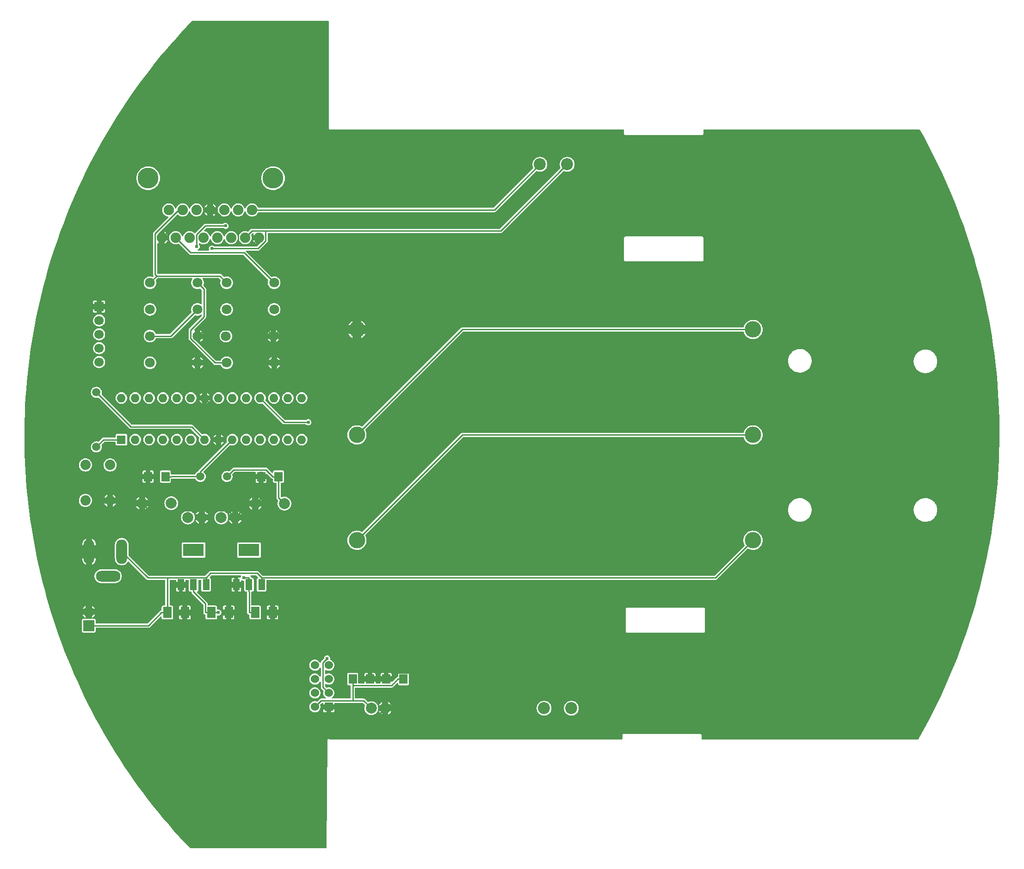
<source format=gtl>
G04 Layer: TopLayer*
G04 EasyEDA v6.5.23, 2023-06-02 23:10:04*
G04 4089ee163aa04224b388df8e3d9972f5,38d8b063065d407b859bfb9f5f9b4720,10*
G04 Gerber Generator version 0.2*
G04 Scale: 100 percent, Rotated: No, Reflected: No *
G04 Dimensions in millimeters *
G04 leading zeros omitted , absolute positions ,4 integer and 5 decimal *
%FSLAX45Y45*%
%MOMM*%

%AMMACRO1*21,1,$1,$2,0,0,$3*%
%ADD10C,0.2540*%
%ADD11MACRO1,1.728X1.485X90.0000*%
%ADD12R,3.8000X2.3000*%
%ADD13R,1.2000X2.0000*%
%ADD14R,1.6002X2.0000*%
%ADD15C,3.0000*%
%ADD16C,2.0000*%
%ADD17R,2.0000X2.0000*%
%ADD18O,4.499991X1.9999959999999999*%
%ADD19O,1.9999959999999999X4.499991*%
%ADD20C,1.8999*%
%ADD21C,3.8100*%
%ADD22C,1.8000*%
%ADD23C,2.2000*%
%ADD24C,1.5000*%
%ADD25O,1.5999968X1.5999968*%
%ADD26R,1.6000X1.6000*%
%ADD27R,1.5240X1.5240*%
%ADD28C,1.5240*%
%ADD29C,1.8796*%
%ADD30R,1.7000X1.7000*%
%ADD31C,1.7000*%
%ADD32C,0.6100*%
%ADD33C,0.0142*%

%LPD*%
G36*
X-1151280Y-15176093D02*
G01*
X-1155293Y-15175280D01*
X-1158646Y-15172893D01*
X-1250188Y-15076169D01*
X-1350670Y-14967051D01*
X-1449628Y-14856561D01*
X-1547114Y-14744750D01*
X-1643024Y-14631619D01*
X-1737410Y-14517217D01*
X-1830273Y-14401546D01*
X-1921510Y-14284604D01*
X-2011172Y-14166443D01*
X-2099208Y-14047063D01*
X-2185619Y-13926515D01*
X-2270404Y-13804798D01*
X-2353513Y-13681913D01*
X-2434945Y-13557961D01*
X-2514650Y-13432891D01*
X-2592730Y-13306755D01*
X-2669032Y-13179551D01*
X-2743606Y-13051332D01*
X-2816453Y-12922148D01*
X-2887522Y-12791948D01*
X-2956814Y-12660833D01*
X-3024327Y-12528753D01*
X-3090062Y-12395758D01*
X-3153968Y-12261900D01*
X-3216046Y-12127179D01*
X-3276295Y-11991644D01*
X-3334664Y-11855297D01*
X-3391204Y-11718188D01*
X-3445865Y-11580317D01*
X-3498697Y-11441684D01*
X-3549599Y-11302390D01*
X-3598621Y-11162385D01*
X-3645712Y-11021720D01*
X-3690924Y-10880445D01*
X-3734206Y-10738612D01*
X-3775557Y-10596168D01*
X-3814927Y-10453166D01*
X-3852418Y-10309606D01*
X-3887927Y-10165638D01*
X-3921455Y-10021112D01*
X-3953052Y-9876231D01*
X-3982669Y-9730892D01*
X-4010304Y-9585147D01*
X-4035958Y-9439046D01*
X-4059631Y-9292640D01*
X-4081322Y-9145879D01*
X-4101033Y-8998864D01*
X-4118711Y-8851595D01*
X-4134408Y-8704122D01*
X-4148074Y-8556447D01*
X-4159758Y-8408568D01*
X-4169410Y-8260537D01*
X-4177080Y-8112404D01*
X-4182719Y-7964220D01*
X-4186377Y-7815935D01*
X-4188002Y-7667599D01*
X-4187596Y-7519263D01*
X-4185208Y-7370978D01*
X-4180789Y-7222693D01*
X-4174337Y-7074509D01*
X-4165904Y-6926427D01*
X-4155440Y-6778498D01*
X-4142994Y-6630670D01*
X-4128515Y-6483045D01*
X-4112056Y-6335623D01*
X-4093565Y-6188456D01*
X-4073093Y-6041542D01*
X-4050639Y-5894933D01*
X-4026204Y-5748629D01*
X-3999788Y-5602681D01*
X-3971340Y-5457139D01*
X-3940962Y-5311952D01*
X-3908602Y-5167172D01*
X-3874312Y-5022900D01*
X-3838041Y-4879035D01*
X-3799789Y-4735728D01*
X-3759657Y-4592929D01*
X-3717544Y-4450740D01*
X-3673551Y-4309059D01*
X-3627577Y-4168038D01*
X-3579723Y-4027678D01*
X-3529990Y-3887927D01*
X-3478326Y-3748887D01*
X-3424783Y-3610559D01*
X-3369411Y-3472942D01*
X-3312109Y-3336137D01*
X-3252978Y-3200095D01*
X-3192018Y-3064865D01*
X-3129229Y-2930499D01*
X-3064611Y-2796997D01*
X-2998216Y-2664358D01*
X-2929991Y-2532634D01*
X-2859989Y-2401874D01*
X-2788259Y-2272080D01*
X-2714752Y-2143252D01*
X-2639466Y-2015439D01*
X-2562453Y-1888642D01*
X-2483764Y-1762912D01*
X-2403348Y-1638300D01*
X-2321306Y-1514754D01*
X-2237536Y-1392326D01*
X-2152091Y-1271066D01*
X-2065070Y-1150975D01*
X-1976374Y-1032052D01*
X-1886102Y-914349D01*
X-1794256Y-797915D01*
X-1700784Y-682752D01*
X-1605788Y-568807D01*
X-1509268Y-456184D01*
X-1411224Y-344932D01*
X-1311656Y-234950D01*
X-1210614Y-126390D01*
X-1117600Y-29057D01*
X-1114247Y-26771D01*
X-1110234Y-25908D01*
X1373632Y-25908D01*
X1377492Y-26720D01*
X1380794Y-28905D01*
X1383030Y-32207D01*
X1383792Y-36068D01*
X1383792Y-1993595D01*
X1384503Y-1999792D01*
X1386586Y-2005330D01*
X1389888Y-2010156D01*
X1393494Y-2013559D01*
X1398727Y-2017115D01*
X1404315Y-2019198D01*
X1410563Y-2019909D01*
X6781139Y-2019909D01*
X6785000Y-2020722D01*
X6788302Y-2022906D01*
X6790486Y-2026208D01*
X6791299Y-2030069D01*
X6791299Y-2094890D01*
X6792061Y-2101392D01*
X6794144Y-2106930D01*
X6797700Y-2112060D01*
X6800748Y-2115108D01*
X6804355Y-2117750D01*
X6809892Y-2120239D01*
X6817359Y-2121408D01*
X8213598Y-2121408D01*
X8220049Y-2120646D01*
X8225586Y-2118563D01*
X8230717Y-2115007D01*
X8233765Y-2111959D01*
X8236407Y-2108352D01*
X8238896Y-2102815D01*
X8240115Y-2095347D01*
X8240115Y-2030018D01*
X8240877Y-2026107D01*
X8243062Y-2022805D01*
X8246364Y-2020620D01*
X8250275Y-2019858D01*
X12198248Y-2020570D01*
X12201804Y-2021179D01*
X12204903Y-2023008D01*
X12207138Y-2025802D01*
X12270333Y-2139289D01*
X12341504Y-2271318D01*
X12410998Y-2404313D01*
X12478664Y-2538171D01*
X12544552Y-2672943D01*
X12608661Y-2808579D01*
X12670993Y-2945028D01*
X12731496Y-3082290D01*
X12790170Y-3220364D01*
X12847015Y-3359200D01*
X12901980Y-3498799D01*
X12955117Y-3639058D01*
X13006374Y-3780078D01*
X13055803Y-3921709D01*
X13103301Y-4064000D01*
X13148919Y-4206900D01*
X13192658Y-4350410D01*
X13234466Y-4494479D01*
X13274395Y-4639106D01*
X13312343Y-4784242D01*
X13348411Y-4929835D01*
X13382548Y-5075936D01*
X13414705Y-5222443D01*
X13444982Y-5369407D01*
X13473277Y-5516727D01*
X13499592Y-5664403D01*
X13523976Y-5812434D01*
X13546378Y-5960770D01*
X13566800Y-6109360D01*
X13585291Y-6258255D01*
X13601801Y-6407353D01*
X13616330Y-6556654D01*
X13628827Y-6706158D01*
X13639393Y-6855815D01*
X13647978Y-7005574D01*
X13654532Y-7155434D01*
X13659154Y-7305395D01*
X13661745Y-7455357D01*
X13662355Y-7605420D01*
X13661034Y-7755432D01*
X13657630Y-7905394D01*
X13652296Y-8055305D01*
X13644981Y-8205165D01*
X13635685Y-8354872D01*
X13624356Y-8504478D01*
X13611098Y-8653881D01*
X13595807Y-8803132D01*
X13578586Y-8952128D01*
X13559383Y-9100921D01*
X13538200Y-9249460D01*
X13515035Y-9397644D01*
X13489940Y-9545574D01*
X13462863Y-9693097D01*
X13433806Y-9840315D01*
X13402868Y-9987076D01*
X13369950Y-10133431D01*
X13335101Y-10279380D01*
X13298271Y-10424769D01*
X13259562Y-10569752D01*
X13218972Y-10714126D01*
X13176402Y-10857992D01*
X13131952Y-11001298D01*
X13085622Y-11143945D01*
X13037413Y-11286032D01*
X12987324Y-11427409D01*
X12935356Y-11568125D01*
X12881508Y-11708180D01*
X12825831Y-11847474D01*
X12768275Y-11986006D01*
X12708940Y-12123775D01*
X12647777Y-12260783D01*
X12584785Y-12396927D01*
X12519964Y-12532207D01*
X12453416Y-12666675D01*
X12385040Y-12800177D01*
X12314936Y-12932816D01*
X12243054Y-13064490D01*
X12179757Y-13176910D01*
X12177522Y-13179653D01*
X12174423Y-13181482D01*
X12170918Y-13182092D01*
X8217560Y-13182092D01*
X8213648Y-13181330D01*
X8210397Y-13179145D01*
X8208162Y-13175843D01*
X8207400Y-13171932D01*
X8207400Y-13108635D01*
X8206587Y-13102132D01*
X8204403Y-13096290D01*
X8201406Y-13091210D01*
X8198916Y-13088213D01*
X8194141Y-13084352D01*
X8188807Y-13081812D01*
X8182559Y-13080593D01*
X6785102Y-13080492D01*
X6778599Y-13081304D01*
X6773062Y-13083387D01*
X6767931Y-13086943D01*
X6764883Y-13089991D01*
X6762242Y-13093598D01*
X6759752Y-13099135D01*
X6758584Y-13106552D01*
X6758584Y-13171932D01*
X6757822Y-13175843D01*
X6755587Y-13179145D01*
X6752336Y-13181330D01*
X6748424Y-13182092D01*
X1403858Y-13182092D01*
X1401064Y-13181736D01*
X1396288Y-13179247D01*
X1392783Y-13177723D01*
X1386586Y-13176402D01*
X1381556Y-13176351D01*
X1377848Y-13176910D01*
X1372108Y-13179044D01*
X1367231Y-13182396D01*
X1363065Y-13187019D01*
X1361186Y-13190118D01*
X1358900Y-13195960D01*
X1358087Y-13202412D01*
X1343812Y-15165984D01*
X1343050Y-15169845D01*
X1340815Y-15173147D01*
X1337564Y-15175331D01*
X1333652Y-15176093D01*
G37*

%LPC*%
G36*
X5817412Y-12746786D02*
G01*
X5833211Y-12746786D01*
X5848908Y-12744958D01*
X5864250Y-12741300D01*
X5879134Y-12735915D01*
X5893257Y-12728803D01*
X5906414Y-12720116D01*
X5918555Y-12709956D01*
X5929376Y-12698476D01*
X5938824Y-12685776D01*
X5946749Y-12672110D01*
X5952998Y-12657582D01*
X5957519Y-12642443D01*
X5960262Y-12626898D01*
X5961176Y-12611100D01*
X5960262Y-12595352D01*
X5957519Y-12579807D01*
X5952998Y-12564668D01*
X5946749Y-12550140D01*
X5938824Y-12536474D01*
X5929376Y-12523774D01*
X5918555Y-12512294D01*
X5906414Y-12502134D01*
X5893257Y-12493447D01*
X5879134Y-12486335D01*
X5864250Y-12480950D01*
X5848908Y-12477292D01*
X5833211Y-12475464D01*
X5817412Y-12475464D01*
X5801715Y-12477292D01*
X5786323Y-12480950D01*
X5771489Y-12486335D01*
X5757367Y-12493447D01*
X5744159Y-12502134D01*
X5732018Y-12512294D01*
X5721197Y-12523774D01*
X5711748Y-12536474D01*
X5703874Y-12550140D01*
X5697575Y-12564668D01*
X5693054Y-12579807D01*
X5690311Y-12595352D01*
X5689396Y-12611100D01*
X5690311Y-12626898D01*
X5693054Y-12642443D01*
X5697575Y-12657582D01*
X5703874Y-12672110D01*
X5711748Y-12685776D01*
X5721197Y-12698476D01*
X5732018Y-12709956D01*
X5744159Y-12720116D01*
X5757367Y-12728803D01*
X5771489Y-12735915D01*
X5786323Y-12741300D01*
X5801715Y-12744958D01*
G37*
G36*
X5317388Y-12746786D02*
G01*
X5333187Y-12746786D01*
X5348884Y-12744958D01*
X5364276Y-12741300D01*
X5379110Y-12735915D01*
X5393232Y-12728803D01*
X5406440Y-12720116D01*
X5418531Y-12709956D01*
X5429402Y-12698476D01*
X5438800Y-12685776D01*
X5446725Y-12672110D01*
X5452973Y-12657582D01*
X5457494Y-12642443D01*
X5460238Y-12626898D01*
X5461203Y-12611100D01*
X5460238Y-12595352D01*
X5457494Y-12579807D01*
X5452973Y-12564668D01*
X5446725Y-12550140D01*
X5438800Y-12536474D01*
X5429402Y-12523774D01*
X5418531Y-12512294D01*
X5406440Y-12502134D01*
X5393232Y-12493447D01*
X5379110Y-12486335D01*
X5364276Y-12480950D01*
X5348884Y-12477292D01*
X5333187Y-12475464D01*
X5317388Y-12475464D01*
X5301691Y-12477292D01*
X5286298Y-12480950D01*
X5271465Y-12486335D01*
X5257342Y-12493447D01*
X5244134Y-12502134D01*
X5232044Y-12512294D01*
X5221173Y-12523774D01*
X5211775Y-12536474D01*
X5203850Y-12550140D01*
X5197602Y-12564668D01*
X5193080Y-12579807D01*
X5190337Y-12595352D01*
X5189423Y-12611100D01*
X5190337Y-12626898D01*
X5193080Y-12642443D01*
X5197602Y-12657582D01*
X5203850Y-12672110D01*
X5211775Y-12685776D01*
X5221173Y-12698476D01*
X5232044Y-12709956D01*
X5244134Y-12720116D01*
X5257342Y-12728803D01*
X5271465Y-12735915D01*
X5286298Y-12741300D01*
X5301691Y-12744958D01*
G37*
G36*
X2161489Y-12737033D02*
G01*
X2176678Y-12736068D01*
X2191613Y-12733375D01*
X2206142Y-12728803D01*
X2220010Y-12722606D01*
X2233015Y-12714732D01*
X2244953Y-12705334D01*
X2255723Y-12694615D01*
X2265121Y-12682626D01*
X2272944Y-12669621D01*
X2279243Y-12655702D01*
X2283714Y-12641224D01*
X2286457Y-12626289D01*
X2287371Y-12611100D01*
X2286457Y-12595961D01*
X2283714Y-12580975D01*
X2279243Y-12566548D01*
X2272944Y-12552629D01*
X2265121Y-12539624D01*
X2255723Y-12527635D01*
X2244953Y-12516866D01*
X2233015Y-12507518D01*
X2220010Y-12499644D01*
X2206142Y-12493396D01*
X2191613Y-12488875D01*
X2176678Y-12486132D01*
X2161489Y-12485217D01*
X2146300Y-12486132D01*
X2131364Y-12488875D01*
X2116836Y-12493396D01*
X2110536Y-12496241D01*
X2106523Y-12497155D01*
X2102561Y-12496444D01*
X2099157Y-12494209D01*
X2051253Y-12446254D01*
X2045004Y-12441123D01*
X2038350Y-12437567D01*
X2031085Y-12435382D01*
X2023059Y-12434570D01*
X1870710Y-12434570D01*
X1866798Y-12433808D01*
X1863496Y-12431623D01*
X1861312Y-12428321D01*
X1860550Y-12424410D01*
X1860550Y-12243663D01*
X1861312Y-12239802D01*
X1863496Y-12236500D01*
X1866798Y-12234316D01*
X1870710Y-12233503D01*
X2532481Y-12233503D01*
X2540508Y-12232741D01*
X2547721Y-12230557D01*
X2554376Y-12227001D01*
X2560624Y-12221870D01*
X2635046Y-12147448D01*
X2638348Y-12145264D01*
X2642209Y-12144451D01*
X2646121Y-12145264D01*
X2649423Y-12147448D01*
X2651607Y-12150750D01*
X2652369Y-12154611D01*
X2652369Y-12163552D01*
X2653080Y-12169851D01*
X2655011Y-12175337D01*
X2658110Y-12180214D01*
X2662174Y-12184329D01*
X2667101Y-12187428D01*
X2672537Y-12189307D01*
X2678887Y-12190018D01*
X2826207Y-12190018D01*
X2832557Y-12189307D01*
X2837992Y-12187428D01*
X2842920Y-12184329D01*
X2846984Y-12180214D01*
X2850083Y-12175337D01*
X2852013Y-12169851D01*
X2852724Y-12163552D01*
X2852724Y-11991898D01*
X2852013Y-11985548D01*
X2850083Y-11980113D01*
X2846984Y-11975185D01*
X2842920Y-11971121D01*
X2837992Y-11968022D01*
X2832557Y-11966143D01*
X2826207Y-11965432D01*
X2678887Y-11965432D01*
X2672537Y-11966143D01*
X2667101Y-11968022D01*
X2662174Y-11971121D01*
X2658110Y-11975185D01*
X2655011Y-11980113D01*
X2653080Y-11985548D01*
X2652369Y-11991898D01*
X2652369Y-12029744D01*
X2651709Y-12033402D01*
X2649728Y-12036552D01*
X2646781Y-12038787D01*
X2635402Y-12042089D01*
X2628747Y-12045645D01*
X2622499Y-12050776D01*
X2548991Y-12124283D01*
X2545689Y-12126518D01*
X2541828Y-12127280D01*
X2477516Y-12127280D01*
X2477516Y-12146127D01*
X2476754Y-12150039D01*
X2474518Y-12153341D01*
X2471267Y-12155525D01*
X2467356Y-12156287D01*
X2400706Y-12156287D01*
X2396845Y-12155525D01*
X2393543Y-12153341D01*
X2391359Y-12150039D01*
X2390546Y-12146127D01*
X2390546Y-12127280D01*
X2333904Y-12127280D01*
X2333904Y-12146127D01*
X2333091Y-12150039D01*
X2330907Y-12153341D01*
X2327605Y-12155525D01*
X2323744Y-12156287D01*
X2250744Y-12156287D01*
X2246884Y-12155525D01*
X2243582Y-12153341D01*
X2241397Y-12150039D01*
X2240584Y-12146127D01*
X2240584Y-12127280D01*
X2183892Y-12127280D01*
X2183892Y-12146127D01*
X2183130Y-12150039D01*
X2180945Y-12153341D01*
X2177643Y-12155525D01*
X2173732Y-12156287D01*
X2107133Y-12156287D01*
X2103221Y-12155525D01*
X2099919Y-12153341D01*
X2097735Y-12150039D01*
X2096973Y-12146127D01*
X2096973Y-12127280D01*
X2040280Y-12127280D01*
X2040280Y-12146127D01*
X2039518Y-12150039D01*
X2037283Y-12153341D01*
X2034032Y-12155525D01*
X2030120Y-12156287D01*
X1932279Y-12156287D01*
X1928368Y-12155525D01*
X1925066Y-12153341D01*
X1922881Y-12150039D01*
X1922119Y-12146127D01*
X1922119Y-11991898D01*
X1921408Y-11985548D01*
X1919478Y-11980113D01*
X1916379Y-11975185D01*
X1912315Y-11971121D01*
X1907387Y-11968022D01*
X1901952Y-11966143D01*
X1895602Y-11965432D01*
X1748282Y-11965432D01*
X1741932Y-11966143D01*
X1736496Y-11968022D01*
X1731568Y-11971121D01*
X1727504Y-11975185D01*
X1724406Y-11980113D01*
X1722475Y-11985548D01*
X1721764Y-11991898D01*
X1721764Y-12163552D01*
X1722475Y-12169851D01*
X1724406Y-12175337D01*
X1727504Y-12180214D01*
X1731568Y-12184329D01*
X1736496Y-12187428D01*
X1741932Y-12189307D01*
X1748282Y-12190018D01*
X1773174Y-12190018D01*
X1777034Y-12190780D01*
X1780336Y-12193016D01*
X1782521Y-12196318D01*
X1783334Y-12200178D01*
X1783334Y-12424410D01*
X1782521Y-12428321D01*
X1780336Y-12431623D01*
X1777034Y-12433808D01*
X1773174Y-12434570D01*
X1447241Y-12434570D01*
X1443024Y-12433655D01*
X1439570Y-12431064D01*
X1437487Y-12427305D01*
X1437182Y-12422987D01*
X1438706Y-12418923D01*
X1441754Y-12415875D01*
X1444853Y-12413894D01*
X1455267Y-12405106D01*
X1464411Y-12394996D01*
X1472133Y-12383770D01*
X1478280Y-12371578D01*
X1482750Y-12358674D01*
X1485442Y-12345314D01*
X1486357Y-12331700D01*
X1485442Y-12318136D01*
X1482750Y-12304776D01*
X1478280Y-12291872D01*
X1472133Y-12279680D01*
X1464411Y-12268454D01*
X1455267Y-12258344D01*
X1444853Y-12249556D01*
X1433372Y-12242190D01*
X1420977Y-12236450D01*
X1407972Y-12232436D01*
X1394510Y-12230150D01*
X1380896Y-12229693D01*
X1367332Y-12231065D01*
X1354023Y-12234214D01*
X1351076Y-12235383D01*
X1347266Y-12236043D01*
X1343456Y-12235230D01*
X1340256Y-12233046D01*
X1317904Y-12210745D01*
X1315720Y-12207443D01*
X1314958Y-12203531D01*
X1314958Y-12173000D01*
X1315821Y-12168936D01*
X1318260Y-12165533D01*
X1321816Y-12163399D01*
X1325981Y-12162891D01*
X1329994Y-12164110D01*
X1341323Y-12170308D01*
X1354023Y-12175236D01*
X1367332Y-12178385D01*
X1380896Y-12179757D01*
X1394510Y-12179300D01*
X1407972Y-12177014D01*
X1420977Y-12173000D01*
X1433372Y-12167260D01*
X1444853Y-12159894D01*
X1455267Y-12151106D01*
X1464411Y-12140996D01*
X1472133Y-12129770D01*
X1478280Y-12117578D01*
X1482750Y-12104674D01*
X1485442Y-12091314D01*
X1486357Y-12077700D01*
X1485442Y-12064136D01*
X1482750Y-12050776D01*
X1478280Y-12037872D01*
X1472133Y-12025680D01*
X1464411Y-12014454D01*
X1455267Y-12004344D01*
X1444853Y-11995556D01*
X1433372Y-11988190D01*
X1420977Y-11982450D01*
X1407972Y-11978436D01*
X1394510Y-11976150D01*
X1380896Y-11975693D01*
X1367332Y-11977065D01*
X1354023Y-11980214D01*
X1341323Y-11985142D01*
X1329994Y-11991340D01*
X1325981Y-11992559D01*
X1321816Y-11992051D01*
X1318260Y-11989917D01*
X1315821Y-11986514D01*
X1314958Y-11982450D01*
X1314958Y-11919000D01*
X1315821Y-11914936D01*
X1318260Y-11911533D01*
X1321816Y-11909399D01*
X1325981Y-11908891D01*
X1329994Y-11910110D01*
X1341323Y-11916308D01*
X1354023Y-11921236D01*
X1367332Y-11924385D01*
X1380896Y-11925757D01*
X1394510Y-11925300D01*
X1407972Y-11923014D01*
X1420977Y-11919000D01*
X1433372Y-11913260D01*
X1444853Y-11905894D01*
X1455267Y-11897106D01*
X1464411Y-11886996D01*
X1472133Y-11875770D01*
X1478280Y-11863578D01*
X1482750Y-11850674D01*
X1485442Y-11837314D01*
X1486357Y-11823700D01*
X1485442Y-11810136D01*
X1482750Y-11796776D01*
X1478280Y-11783872D01*
X1472133Y-11771680D01*
X1464411Y-11760454D01*
X1455267Y-11750344D01*
X1444853Y-11741556D01*
X1433372Y-11734190D01*
X1420977Y-11728450D01*
X1414322Y-11726418D01*
X1410919Y-11724589D01*
X1408430Y-11721592D01*
X1407261Y-11717934D01*
X1407515Y-11714073D01*
X1408785Y-11709349D01*
X1409649Y-11699544D01*
X1408785Y-11689791D01*
X1406245Y-11680291D01*
X1402080Y-11671401D01*
X1396441Y-11663324D01*
X1389481Y-11656364D01*
X1381455Y-11650726D01*
X1372565Y-11646611D01*
X1363065Y-11644071D01*
X1353261Y-11643207D01*
X1343456Y-11644071D01*
X1334008Y-11646611D01*
X1325067Y-11650726D01*
X1317040Y-11656364D01*
X1310081Y-11663324D01*
X1304442Y-11671401D01*
X1300276Y-11680291D01*
X1297736Y-11689791D01*
X1297076Y-11697817D01*
X1296162Y-11701221D01*
X1294130Y-11704116D01*
X1249375Y-11748871D01*
X1244295Y-11755069D01*
X1240688Y-11761724D01*
X1237081Y-11774373D01*
X1234135Y-11777573D01*
X1230122Y-11779250D01*
X1225804Y-11779097D01*
X1221943Y-11777218D01*
X1219200Y-11773865D01*
X1218133Y-11771680D01*
X1210411Y-11760454D01*
X1201267Y-11750344D01*
X1190853Y-11741556D01*
X1179372Y-11734190D01*
X1166977Y-11728450D01*
X1153972Y-11724436D01*
X1140510Y-11722150D01*
X1126896Y-11721693D01*
X1113332Y-11723065D01*
X1100023Y-11726214D01*
X1087323Y-11731142D01*
X1075334Y-11737695D01*
X1064361Y-11745772D01*
X1054557Y-11755221D01*
X1046124Y-11765940D01*
X1039164Y-11777675D01*
X1033830Y-11790222D01*
X1030274Y-11803380D01*
X1028446Y-11816892D01*
X1028446Y-11830558D01*
X1030274Y-11844070D01*
X1033830Y-11857228D01*
X1039164Y-11869775D01*
X1046124Y-11881510D01*
X1054557Y-11892178D01*
X1064361Y-11901678D01*
X1075334Y-11909755D01*
X1087323Y-11916308D01*
X1100023Y-11921236D01*
X1113332Y-11924385D01*
X1126896Y-11925757D01*
X1140510Y-11925300D01*
X1153972Y-11923014D01*
X1166977Y-11919000D01*
X1179372Y-11913260D01*
X1190853Y-11905894D01*
X1201267Y-11897106D01*
X1210411Y-11886996D01*
X1218133Y-11875770D01*
X1221333Y-11871553D01*
X1225448Y-11869674D01*
X1229918Y-11869724D01*
X1233932Y-11871706D01*
X1236726Y-11875211D01*
X1237742Y-11879580D01*
X1237742Y-12021870D01*
X1236726Y-12026239D01*
X1233932Y-12029744D01*
X1229918Y-12031726D01*
X1225448Y-12031776D01*
X1221333Y-12029897D01*
X1218133Y-12025680D01*
X1210411Y-12014454D01*
X1201267Y-12004344D01*
X1190853Y-11995556D01*
X1179372Y-11988190D01*
X1166977Y-11982450D01*
X1153972Y-11978436D01*
X1140510Y-11976150D01*
X1126896Y-11975693D01*
X1113332Y-11977065D01*
X1100023Y-11980214D01*
X1087323Y-11985142D01*
X1075334Y-11991695D01*
X1064361Y-11999772D01*
X1054557Y-12009221D01*
X1046124Y-12019940D01*
X1039164Y-12031675D01*
X1033830Y-12044222D01*
X1030274Y-12057380D01*
X1028446Y-12070892D01*
X1028446Y-12084558D01*
X1030274Y-12098070D01*
X1033830Y-12111228D01*
X1039164Y-12123775D01*
X1046124Y-12135510D01*
X1054557Y-12146178D01*
X1064361Y-12155678D01*
X1075334Y-12163755D01*
X1087323Y-12170308D01*
X1100023Y-12175236D01*
X1113332Y-12178385D01*
X1126896Y-12179757D01*
X1140510Y-12179300D01*
X1153972Y-12177014D01*
X1166977Y-12173000D01*
X1179372Y-12167260D01*
X1190853Y-12159894D01*
X1201267Y-12151106D01*
X1210411Y-12140996D01*
X1218133Y-12129770D01*
X1221333Y-12125553D01*
X1225448Y-12123674D01*
X1229918Y-12123724D01*
X1233932Y-12125706D01*
X1236726Y-12129211D01*
X1237742Y-12133580D01*
X1237742Y-12223242D01*
X1238504Y-12231268D01*
X1240688Y-12238482D01*
X1244295Y-12245187D01*
X1249375Y-12251385D01*
X1285494Y-12287504D01*
X1287526Y-12290450D01*
X1288440Y-12293854D01*
X1288135Y-12297410D01*
X1284224Y-12311380D01*
X1282446Y-12324892D01*
X1282446Y-12338558D01*
X1284274Y-12352070D01*
X1287830Y-12365228D01*
X1293164Y-12377775D01*
X1300124Y-12389510D01*
X1308557Y-12400178D01*
X1318361Y-12409678D01*
X1327302Y-12416231D01*
X1330096Y-12419380D01*
X1331366Y-12423394D01*
X1330909Y-12427610D01*
X1328826Y-12431268D01*
X1325372Y-12433706D01*
X1321257Y-12434570D01*
X1243330Y-12434570D01*
X1235303Y-12435382D01*
X1228090Y-12437567D01*
X1221384Y-12441123D01*
X1215186Y-12446254D01*
X1174343Y-12487046D01*
X1171346Y-12489129D01*
X1167790Y-12490043D01*
X1164183Y-12489586D01*
X1153972Y-12486436D01*
X1140510Y-12484150D01*
X1126896Y-12483693D01*
X1113332Y-12485065D01*
X1100023Y-12488214D01*
X1087323Y-12493142D01*
X1075334Y-12499695D01*
X1064361Y-12507772D01*
X1054557Y-12517221D01*
X1046124Y-12527940D01*
X1039164Y-12539675D01*
X1033830Y-12552222D01*
X1030274Y-12565380D01*
X1028446Y-12578892D01*
X1028446Y-12592558D01*
X1030274Y-12606070D01*
X1033830Y-12619228D01*
X1039164Y-12631775D01*
X1046124Y-12643510D01*
X1054557Y-12654178D01*
X1064361Y-12663678D01*
X1075334Y-12671755D01*
X1087323Y-12678308D01*
X1100023Y-12683236D01*
X1113332Y-12686385D01*
X1126896Y-12687757D01*
X1140510Y-12687300D01*
X1153972Y-12685014D01*
X1166977Y-12681000D01*
X1179372Y-12675260D01*
X1190853Y-12667894D01*
X1201267Y-12659106D01*
X1210411Y-12648996D01*
X1218133Y-12637770D01*
X1224280Y-12625578D01*
X1228750Y-12612674D01*
X1231442Y-12599314D01*
X1232357Y-12585700D01*
X1231442Y-12572136D01*
X1228750Y-12558776D01*
X1226464Y-12552222D01*
X1225956Y-12548514D01*
X1226769Y-12544856D01*
X1228902Y-12541707D01*
X1255826Y-12514783D01*
X1259128Y-12512598D01*
X1263040Y-12511786D01*
X1272032Y-12511786D01*
X1275892Y-12512598D01*
X1279194Y-12514783D01*
X1281430Y-12518085D01*
X1282192Y-12521946D01*
X1282192Y-12541250D01*
X1339850Y-12541250D01*
X1339850Y-12521946D01*
X1340612Y-12518085D01*
X1342796Y-12514783D01*
X1346098Y-12512598D01*
X1350010Y-12511786D01*
X1418590Y-12511786D01*
X1422450Y-12512598D01*
X1425752Y-12514783D01*
X1427988Y-12518085D01*
X1428750Y-12521946D01*
X1428750Y-12541250D01*
X1486408Y-12541250D01*
X1486408Y-12521946D01*
X1487170Y-12518085D01*
X1489354Y-12514783D01*
X1492656Y-12512598D01*
X1496568Y-12511786D01*
X2003399Y-12511786D01*
X2007260Y-12512598D01*
X2010562Y-12514783D01*
X2044547Y-12548768D01*
X2046782Y-12552172D01*
X2047544Y-12556185D01*
X2046630Y-12560147D01*
X2043785Y-12566497D01*
X2039264Y-12580975D01*
X2036521Y-12595961D01*
X2035606Y-12611100D01*
X2036521Y-12626289D01*
X2039264Y-12641224D01*
X2043785Y-12655753D01*
X2050034Y-12669621D01*
X2057907Y-12682626D01*
X2067255Y-12694615D01*
X2078024Y-12705334D01*
X2089962Y-12714732D01*
X2102967Y-12722606D01*
X2116836Y-12728803D01*
X2131364Y-12733375D01*
X2146300Y-12736068D01*
G37*
G36*
X2471826Y-12723571D02*
G01*
X2474010Y-12722606D01*
X2487015Y-12714732D01*
X2498953Y-12705334D01*
X2509723Y-12694615D01*
X2519121Y-12682626D01*
X2526944Y-12669621D01*
X2527909Y-12667488D01*
X2471826Y-12667488D01*
G37*
G36*
X2359152Y-12723571D02*
G01*
X2359152Y-12667488D01*
X2303068Y-12667488D01*
X2304034Y-12669621D01*
X2311908Y-12682626D01*
X2321255Y-12694615D01*
X2332024Y-12705334D01*
X2343962Y-12714732D01*
X2356967Y-12722606D01*
G37*
G36*
X1428750Y-12687808D02*
G01*
X1459941Y-12687808D01*
X1466240Y-12687096D01*
X1471726Y-12685217D01*
X1476603Y-12682118D01*
X1480718Y-12678054D01*
X1483766Y-12673126D01*
X1485696Y-12667691D01*
X1486408Y-12661341D01*
X1486408Y-12630150D01*
X1428750Y-12630150D01*
G37*
G36*
X1308658Y-12687808D02*
G01*
X1339850Y-12687808D01*
X1339850Y-12630150D01*
X1282192Y-12630150D01*
X1282192Y-12661341D01*
X1282903Y-12667691D01*
X1284782Y-12673126D01*
X1287881Y-12678054D01*
X1291996Y-12682118D01*
X1296873Y-12685217D01*
X1302359Y-12687096D01*
G37*
G36*
X2471826Y-12554762D02*
G01*
X2527909Y-12554762D01*
X2526944Y-12552629D01*
X2519121Y-12539624D01*
X2509723Y-12527635D01*
X2498953Y-12516866D01*
X2487015Y-12507518D01*
X2474010Y-12499644D01*
X2471826Y-12498679D01*
G37*
G36*
X2303068Y-12554762D02*
G01*
X2359152Y-12554762D01*
X2359152Y-12498679D01*
X2356967Y-12499644D01*
X2343962Y-12507518D01*
X2332024Y-12516866D01*
X2321255Y-12527635D01*
X2311908Y-12539624D01*
X2304034Y-12552629D01*
G37*
G36*
X1126896Y-12433757D02*
G01*
X1140510Y-12433300D01*
X1153972Y-12431014D01*
X1166977Y-12427000D01*
X1179372Y-12421260D01*
X1190853Y-12413894D01*
X1201267Y-12405106D01*
X1210411Y-12394996D01*
X1218133Y-12383770D01*
X1224280Y-12371578D01*
X1228750Y-12358674D01*
X1231442Y-12345314D01*
X1232357Y-12331700D01*
X1231442Y-12318136D01*
X1228750Y-12304776D01*
X1224280Y-12291872D01*
X1218133Y-12279680D01*
X1210411Y-12268454D01*
X1201267Y-12258344D01*
X1190853Y-12249556D01*
X1179372Y-12242190D01*
X1166977Y-12236450D01*
X1153972Y-12232436D01*
X1140510Y-12230150D01*
X1126896Y-12229693D01*
X1113332Y-12231065D01*
X1100023Y-12234214D01*
X1087323Y-12239142D01*
X1075334Y-12245695D01*
X1064361Y-12253772D01*
X1054557Y-12263221D01*
X1046124Y-12273940D01*
X1039164Y-12285675D01*
X1033830Y-12298222D01*
X1030274Y-12311380D01*
X1028446Y-12324892D01*
X1028446Y-12338558D01*
X1030274Y-12352070D01*
X1033830Y-12365228D01*
X1039164Y-12377775D01*
X1046124Y-12389510D01*
X1054557Y-12400178D01*
X1064361Y-12409678D01*
X1075334Y-12417755D01*
X1087323Y-12424308D01*
X1100023Y-12429236D01*
X1113332Y-12432385D01*
G37*
G36*
X2333904Y-12028170D02*
G01*
X2390546Y-12028170D01*
X2390546Y-11965432D01*
X2360371Y-11965432D01*
X2354021Y-11966143D01*
X2348585Y-11968022D01*
X2343658Y-11971121D01*
X2339594Y-11975185D01*
X2336495Y-11980113D01*
X2334615Y-11985548D01*
X2333904Y-11991898D01*
G37*
G36*
X2183892Y-12028170D02*
G01*
X2240584Y-12028170D01*
X2240584Y-11991898D01*
X2239873Y-11985548D01*
X2237994Y-11980113D01*
X2234895Y-11975185D01*
X2230780Y-11971121D01*
X2225903Y-11968022D01*
X2220417Y-11966143D01*
X2214118Y-11965432D01*
X2183892Y-11965432D01*
G37*
G36*
X2040280Y-12028170D02*
G01*
X2096973Y-12028170D01*
X2096973Y-11965432D01*
X2066747Y-11965432D01*
X2060448Y-11966143D01*
X2054961Y-11968022D01*
X2050084Y-11971121D01*
X2045970Y-11975185D01*
X2042922Y-11980113D01*
X2040991Y-11985548D01*
X2040280Y-11991898D01*
G37*
G36*
X2477516Y-12028170D02*
G01*
X2534208Y-12028170D01*
X2534208Y-11991898D01*
X2533497Y-11985548D01*
X2531567Y-11980113D01*
X2528519Y-11975185D01*
X2524404Y-11971121D01*
X2519527Y-11968022D01*
X2514041Y-11966143D01*
X2507742Y-11965432D01*
X2477516Y-11965432D01*
G37*
G36*
X6848551Y-11227308D02*
G01*
X8244433Y-11227308D01*
X8250732Y-11226596D01*
X8256219Y-11224717D01*
X8261096Y-11221618D01*
X8265210Y-11217554D01*
X8268258Y-11212626D01*
X8270189Y-11207191D01*
X8270900Y-11200841D01*
X8270900Y-10795609D01*
X8270189Y-10789259D01*
X8268258Y-10783824D01*
X8265210Y-10778896D01*
X8261096Y-10774832D01*
X8256219Y-10771733D01*
X8250732Y-10769803D01*
X8244433Y-10769092D01*
X6848551Y-10769092D01*
X6842252Y-10769803D01*
X6836765Y-10771733D01*
X6831888Y-10774832D01*
X6827774Y-10778896D01*
X6824725Y-10783824D01*
X6822795Y-10789259D01*
X6822084Y-10795609D01*
X6822084Y-11200841D01*
X6822795Y-11207191D01*
X6824725Y-11212626D01*
X6827774Y-11217554D01*
X6831888Y-11221618D01*
X6836765Y-11224717D01*
X6842252Y-11226596D01*
G37*
G36*
X-3109315Y-11225631D02*
G01*
X-2910484Y-11225631D01*
X-2904134Y-11224869D01*
X-2898698Y-11222990D01*
X-2893771Y-11219891D01*
X-2889707Y-11215827D01*
X-2886608Y-11210899D01*
X-2884728Y-11205464D01*
X-2883966Y-11199114D01*
X-2883966Y-11148466D01*
X-2883204Y-11144554D01*
X-2881020Y-11141303D01*
X-2877718Y-11139068D01*
X-2873806Y-11138306D01*
X-1919528Y-11138306D01*
X-1911502Y-11137493D01*
X-1904238Y-11135309D01*
X-1897583Y-11131753D01*
X-1891334Y-11126622D01*
X-1692960Y-10928248D01*
X-1689658Y-10926064D01*
X-1685798Y-10925251D01*
X-1681886Y-10926064D01*
X-1678584Y-10928248D01*
X-1676400Y-10931550D01*
X-1675638Y-10935411D01*
X-1675638Y-10957966D01*
X-1674926Y-10964265D01*
X-1672996Y-10969752D01*
X-1669897Y-10974628D01*
X-1665833Y-10978743D01*
X-1660906Y-10981791D01*
X-1655470Y-10983722D01*
X-1649120Y-10984433D01*
X-1490268Y-10984433D01*
X-1483918Y-10983722D01*
X-1478483Y-10981791D01*
X-1473606Y-10978743D01*
X-1469491Y-10974628D01*
X-1466392Y-10969752D01*
X-1464513Y-10964265D01*
X-1463802Y-10957966D01*
X-1463802Y-10759084D01*
X-1464513Y-10752785D01*
X-1466392Y-10747298D01*
X-1469491Y-10742422D01*
X-1473606Y-10738307D01*
X-1478483Y-10735259D01*
X-1483918Y-10733328D01*
X-1490268Y-10732617D01*
X-1520952Y-10732617D01*
X-1524812Y-10731855D01*
X-1528114Y-10729620D01*
X-1530350Y-10726318D01*
X-1531112Y-10722457D01*
X-1531112Y-10271150D01*
X-1530350Y-10267289D01*
X-1528114Y-10263987D01*
X-1524812Y-10261803D01*
X-1520952Y-10260990D01*
X-1418285Y-10260990D01*
X-1414373Y-10261803D01*
X-1411071Y-10263987D01*
X-1408887Y-10267289D01*
X-1408125Y-10271150D01*
X-1408125Y-10294162D01*
X-1358544Y-10294162D01*
X-1358544Y-10271150D01*
X-1357782Y-10267289D01*
X-1355598Y-10263987D01*
X-1352296Y-10261803D01*
X-1348384Y-10260990D01*
X-1296009Y-10260990D01*
X-1292148Y-10261803D01*
X-1288846Y-10263987D01*
X-1286611Y-10267289D01*
X-1285849Y-10271150D01*
X-1285849Y-10294162D01*
X-1236319Y-10294162D01*
X-1236319Y-10271150D01*
X-1235506Y-10267289D01*
X-1233322Y-10263987D01*
X-1230020Y-10261803D01*
X-1226159Y-10260990D01*
X-1188262Y-10260990D01*
X-1184402Y-10261803D01*
X-1181100Y-10263987D01*
X-1178915Y-10267289D01*
X-1178102Y-10271150D01*
X-1178102Y-10449966D01*
X-1177391Y-10456265D01*
X-1175512Y-10461752D01*
X-1172413Y-10466628D01*
X-1168298Y-10470743D01*
X-1163421Y-10473791D01*
X-1157986Y-10475722D01*
X-1151636Y-10476433D01*
X-1140155Y-10476433D01*
X-1136497Y-10477093D01*
X-1133348Y-10479074D01*
X-1131112Y-10482021D01*
X-1127810Y-10493400D01*
X-1124254Y-10500055D01*
X-1119124Y-10506303D01*
X-916178Y-10709249D01*
X-913993Y-10712551D01*
X-913180Y-10716463D01*
X-913180Y-10858042D01*
X-912418Y-10866069D01*
X-910234Y-10873282D01*
X-906627Y-10879937D01*
X-901852Y-10885779D01*
X-896010Y-10890605D01*
X-889355Y-10894161D01*
X-877976Y-10897412D01*
X-875030Y-10899698D01*
X-873048Y-10902848D01*
X-872388Y-10906506D01*
X-872388Y-10957966D01*
X-871677Y-10964265D01*
X-869746Y-10969752D01*
X-866648Y-10974628D01*
X-862584Y-10978743D01*
X-857656Y-10981791D01*
X-852220Y-10983722D01*
X-845921Y-10984433D01*
X-687019Y-10984433D01*
X-680720Y-10983722D01*
X-675233Y-10981791D01*
X-670356Y-10978743D01*
X-666242Y-10974628D01*
X-663143Y-10969752D01*
X-661263Y-10964265D01*
X-660552Y-10957966D01*
X-660552Y-10923676D01*
X-659841Y-10920018D01*
X-657910Y-10916869D01*
X-655015Y-10914634D01*
X-651459Y-10913567D01*
X-637133Y-10914938D01*
X-627380Y-10914075D01*
X-617880Y-10911535D01*
X-608990Y-10907369D01*
X-600913Y-10901730D01*
X-593953Y-10894822D01*
X-588314Y-10886744D01*
X-584200Y-10877854D01*
X-581660Y-10868355D01*
X-580796Y-10858550D01*
X-581660Y-10848797D01*
X-584200Y-10839297D01*
X-588314Y-10830407D01*
X-593953Y-10822330D01*
X-600913Y-10815370D01*
X-608990Y-10809732D01*
X-617880Y-10805617D01*
X-627380Y-10803077D01*
X-637133Y-10802213D01*
X-651459Y-10803585D01*
X-655015Y-10802518D01*
X-657910Y-10800283D01*
X-659841Y-10797082D01*
X-660552Y-10793476D01*
X-660552Y-10759084D01*
X-661263Y-10752785D01*
X-663143Y-10747298D01*
X-666242Y-10742422D01*
X-670356Y-10738307D01*
X-675233Y-10735259D01*
X-680720Y-10733328D01*
X-687019Y-10732617D01*
X-825804Y-10732617D01*
X-829716Y-10731855D01*
X-833018Y-10729620D01*
X-835202Y-10726318D01*
X-835964Y-10722457D01*
X-835964Y-10696752D01*
X-836777Y-10688726D01*
X-838962Y-10681462D01*
X-842518Y-10674807D01*
X-847648Y-10668609D01*
X-1025448Y-10490809D01*
X-1027684Y-10487406D01*
X-1028395Y-10483392D01*
X-1027480Y-10479430D01*
X-1025093Y-10476128D01*
X-1016101Y-10470743D01*
X-1011986Y-10466628D01*
X-1008938Y-10461752D01*
X-1007008Y-10456265D01*
X-1006297Y-10449966D01*
X-1006297Y-10271150D01*
X-1005535Y-10267289D01*
X-1003350Y-10263987D01*
X-1000048Y-10261803D01*
X-996137Y-10260990D01*
X-958291Y-10260990D01*
X-954379Y-10261803D01*
X-951077Y-10263987D01*
X-948893Y-10267289D01*
X-948131Y-10271150D01*
X-948131Y-10449966D01*
X-947419Y-10456265D01*
X-945489Y-10461752D01*
X-942441Y-10466628D01*
X-938326Y-10470743D01*
X-933450Y-10473791D01*
X-927963Y-10475722D01*
X-921664Y-10476433D01*
X-802792Y-10476433D01*
X-796442Y-10475722D01*
X-791006Y-10473791D01*
X-786079Y-10470743D01*
X-782015Y-10466628D01*
X-778916Y-10461752D01*
X-777036Y-10456265D01*
X-776325Y-10449966D01*
X-776325Y-10251084D01*
X-777036Y-10244785D01*
X-778916Y-10239298D01*
X-782015Y-10234422D01*
X-786079Y-10230307D01*
X-795121Y-10224922D01*
X-797509Y-10221620D01*
X-798423Y-10217658D01*
X-797661Y-10213644D01*
X-795426Y-10210241D01*
X-767080Y-10181894D01*
X-763778Y-10179710D01*
X-759917Y-10178897D01*
X-230784Y-10178897D01*
X-226771Y-10179710D01*
X-223469Y-10182047D01*
X-221284Y-10185450D01*
X-220624Y-10189464D01*
X-221538Y-10193375D01*
X-226110Y-10203129D01*
X-228650Y-10212628D01*
X-228955Y-10216134D01*
X-230124Y-10219994D01*
X-232664Y-10223144D01*
X-236220Y-10225024D01*
X-240233Y-10225328D01*
X-246786Y-10224617D01*
X-269849Y-10224617D01*
X-269849Y-10294162D01*
X-220319Y-10294162D01*
X-220319Y-10277449D01*
X-219354Y-10273182D01*
X-216662Y-10269677D01*
X-212750Y-10267645D01*
X-208381Y-10267442D01*
X-204317Y-10269118D01*
X-201320Y-10271201D01*
X-192430Y-10275366D01*
X-182930Y-10277906D01*
X-169011Y-10279278D01*
X-165404Y-10281412D01*
X-162966Y-10284815D01*
X-162102Y-10288879D01*
X-162102Y-10449966D01*
X-161391Y-10456265D01*
X-159512Y-10461752D01*
X-156413Y-10466628D01*
X-152298Y-10470743D01*
X-147421Y-10473791D01*
X-141986Y-10475722D01*
X-135636Y-10476433D01*
X-124155Y-10476433D01*
X-120497Y-10477093D01*
X-117348Y-10479074D01*
X-115112Y-10482021D01*
X-111810Y-10493400D01*
X-110235Y-10496956D01*
X-109931Y-10499445D01*
X-109931Y-10858042D01*
X-109169Y-10866069D01*
X-106984Y-10873282D01*
X-103378Y-10879937D01*
X-98602Y-10885779D01*
X-92760Y-10890605D01*
X-86106Y-10894161D01*
X-74726Y-10897412D01*
X-71780Y-10899698D01*
X-69799Y-10902848D01*
X-69138Y-10906506D01*
X-69138Y-10957966D01*
X-68427Y-10964265D01*
X-66497Y-10969752D01*
X-63398Y-10974628D01*
X-59334Y-10978743D01*
X-54406Y-10981791D01*
X-48971Y-10983722D01*
X-42621Y-10984433D01*
X116230Y-10984433D01*
X122580Y-10983722D01*
X128016Y-10981791D01*
X132892Y-10978743D01*
X137007Y-10974628D01*
X140106Y-10969752D01*
X141986Y-10964265D01*
X142697Y-10957966D01*
X142697Y-10759084D01*
X141986Y-10752785D01*
X140106Y-10747298D01*
X137007Y-10742422D01*
X132892Y-10738307D01*
X128016Y-10735259D01*
X122580Y-10733328D01*
X116230Y-10732617D01*
X-22555Y-10732617D01*
X-26466Y-10731855D01*
X-29768Y-10729620D01*
X-31953Y-10726318D01*
X-32715Y-10722457D01*
X-32715Y-10486593D01*
X-31953Y-10482681D01*
X-29768Y-10479430D01*
X-26466Y-10477195D01*
X-22555Y-10476433D01*
X-16764Y-10476433D01*
X-10464Y-10475722D01*
X-4978Y-10473791D01*
X-101Y-10470743D01*
X4013Y-10466628D01*
X7061Y-10461752D01*
X8991Y-10456265D01*
X9702Y-10449966D01*
X9702Y-10251084D01*
X8991Y-10244785D01*
X7061Y-10239298D01*
X4013Y-10234422D01*
X-101Y-10230307D01*
X-4978Y-10227259D01*
X-10464Y-10225328D01*
X-16764Y-10224617D01*
X-28194Y-10224617D01*
X-31851Y-10223957D01*
X-35052Y-10221976D01*
X-37287Y-10219029D01*
X-40589Y-10207650D01*
X-44145Y-10200995D01*
X-48615Y-10195509D01*
X-50444Y-10192207D01*
X-50901Y-10188397D01*
X-49936Y-10184739D01*
X-47701Y-10181640D01*
X-44500Y-10179608D01*
X-40741Y-10178897D01*
X51511Y-10178897D01*
X55422Y-10179710D01*
X58674Y-10181894D01*
X87020Y-10210241D01*
X89306Y-10213644D01*
X90017Y-10217658D01*
X89103Y-10221620D01*
X86715Y-10224922D01*
X77673Y-10230307D01*
X73558Y-10234422D01*
X70510Y-10239298D01*
X68580Y-10244785D01*
X67868Y-10251084D01*
X67868Y-10449966D01*
X68580Y-10456265D01*
X70510Y-10461752D01*
X73558Y-10466628D01*
X77673Y-10470743D01*
X82550Y-10473791D01*
X88036Y-10475722D01*
X94335Y-10476433D01*
X213207Y-10476433D01*
X219557Y-10475722D01*
X224993Y-10473791D01*
X229920Y-10470743D01*
X233984Y-10466628D01*
X237083Y-10461752D01*
X238963Y-10456265D01*
X239674Y-10449966D01*
X239674Y-10271150D01*
X240487Y-10267289D01*
X242671Y-10263987D01*
X245973Y-10261803D01*
X249834Y-10260990D01*
X8463889Y-10260990D01*
X8471916Y-10260228D01*
X8479180Y-10258044D01*
X8485835Y-10254488D01*
X8492083Y-10249357D01*
X9049918Y-9691471D01*
X9053525Y-9689134D01*
X9057792Y-9688525D01*
X9061907Y-9689693D01*
X9074912Y-9696602D01*
X9091676Y-9703460D01*
X9109100Y-9708489D01*
X9126880Y-9711740D01*
X9144965Y-9713163D01*
X9163050Y-9712706D01*
X9181033Y-9710369D01*
X9198660Y-9706203D01*
X9215729Y-9700260D01*
X9232138Y-9692589D01*
X9247682Y-9683242D01*
X9262160Y-9672370D01*
X9275419Y-9660077D01*
X9287408Y-9646462D01*
X9297873Y-9631730D01*
X9306814Y-9615982D01*
X9314078Y-9599371D01*
X9319564Y-9582099D01*
X9323273Y-9564370D01*
X9325152Y-9546386D01*
X9325152Y-9528251D01*
X9323273Y-9510268D01*
X9319564Y-9492538D01*
X9314078Y-9475266D01*
X9306814Y-9458655D01*
X9297873Y-9442907D01*
X9287408Y-9428175D01*
X9275419Y-9414560D01*
X9262160Y-9402267D01*
X9247682Y-9391396D01*
X9232138Y-9382048D01*
X9215729Y-9374378D01*
X9198660Y-9368434D01*
X9181033Y-9364268D01*
X9163050Y-9361932D01*
X9144965Y-9361474D01*
X9126880Y-9362897D01*
X9109100Y-9366148D01*
X9091676Y-9371177D01*
X9074912Y-9377984D01*
X9058910Y-9386519D01*
X9043924Y-9396628D01*
X9030004Y-9408210D01*
X9017355Y-9421215D01*
X9006128Y-9435388D01*
X8996375Y-9450679D01*
X8988298Y-9466884D01*
X8981897Y-9483801D01*
X8977325Y-9501327D01*
X8974531Y-9519208D01*
X8973566Y-9537293D01*
X8974531Y-9555378D01*
X8977325Y-9573310D01*
X8981897Y-9590786D01*
X8988298Y-9607753D01*
X8996629Y-9624314D01*
X8997950Y-9627463D01*
X8998153Y-9630867D01*
X8997238Y-9634169D01*
X8995257Y-9636963D01*
X8451392Y-10180828D01*
X8448090Y-10183012D01*
X8444230Y-10183774D01*
X173990Y-10183774D01*
X170129Y-10183012D01*
X166827Y-10180828D01*
X99364Y-10113365D01*
X93116Y-10108234D01*
X86461Y-10104678D01*
X79248Y-10102494D01*
X71221Y-10101681D01*
X-779627Y-10101681D01*
X-787603Y-10102494D01*
X-794867Y-10104678D01*
X-801522Y-10108234D01*
X-807770Y-10113365D01*
X-875233Y-10180828D01*
X-878484Y-10183012D01*
X-882396Y-10183774D01*
X-1907032Y-10183774D01*
X-1910892Y-10183012D01*
X-1914194Y-10180828D01*
X-2276246Y-9818776D01*
X-2278430Y-9815474D01*
X-2279192Y-9811613D01*
X-2279192Y-9619843D01*
X-2280158Y-9604349D01*
X-2282901Y-9589414D01*
X-2287422Y-9574885D01*
X-2293620Y-9561017D01*
X-2301494Y-9548012D01*
X-2310892Y-9536023D01*
X-2321610Y-9525304D01*
X-2333599Y-9515906D01*
X-2346604Y-9508032D01*
X-2360472Y-9501835D01*
X-2375001Y-9497314D01*
X-2389936Y-9494570D01*
X-2405126Y-9493656D01*
X-2420264Y-9494570D01*
X-2435250Y-9497314D01*
X-2449728Y-9501835D01*
X-2463596Y-9508032D01*
X-2476601Y-9515906D01*
X-2488590Y-9525304D01*
X-2499360Y-9536023D01*
X-2508707Y-9548012D01*
X-2516581Y-9561017D01*
X-2522829Y-9574885D01*
X-2527350Y-9589414D01*
X-2530094Y-9604349D01*
X-2531008Y-9619843D01*
X-2531008Y-9869220D01*
X-2530094Y-9884714D01*
X-2527350Y-9899650D01*
X-2522829Y-9914178D01*
X-2516581Y-9928047D01*
X-2508707Y-9941052D01*
X-2499360Y-9952990D01*
X-2488590Y-9963759D01*
X-2476601Y-9973106D01*
X-2463596Y-9980980D01*
X-2449728Y-9987229D01*
X-2435250Y-9991750D01*
X-2420264Y-9994493D01*
X-2405126Y-9995408D01*
X-2389936Y-9994493D01*
X-2375001Y-9991750D01*
X-2360472Y-9987229D01*
X-2346604Y-9980980D01*
X-2333599Y-9973106D01*
X-2321610Y-9963759D01*
X-2310892Y-9952990D01*
X-2301494Y-9941052D01*
X-2293772Y-9928250D01*
X-2291334Y-9925507D01*
X-2288082Y-9923830D01*
X-2284476Y-9923373D01*
X-2280920Y-9924237D01*
X-2277922Y-9926320D01*
X-1954885Y-10249357D01*
X-1948637Y-10254488D01*
X-1941982Y-10258044D01*
X-1934718Y-10260228D01*
X-1926742Y-10260990D01*
X-1618488Y-10260990D01*
X-1614576Y-10261803D01*
X-1611274Y-10263987D01*
X-1609090Y-10267289D01*
X-1608328Y-10271150D01*
X-1608328Y-10722457D01*
X-1609090Y-10726318D01*
X-1611274Y-10729620D01*
X-1614576Y-10731855D01*
X-1618488Y-10732617D01*
X-1649120Y-10732617D01*
X-1655470Y-10733328D01*
X-1660906Y-10735259D01*
X-1665833Y-10738307D01*
X-1669897Y-10742422D01*
X-1672996Y-10747298D01*
X-1674926Y-10752785D01*
X-1675638Y-10759084D01*
X-1675638Y-10810544D01*
X-1676298Y-10814202D01*
X-1678279Y-10817352D01*
X-1681225Y-10819587D01*
X-1692605Y-10822889D01*
X-1699260Y-10826445D01*
X-1705508Y-10831576D01*
X-1932025Y-11058093D01*
X-1935327Y-11060328D01*
X-1939188Y-11061090D01*
X-2873806Y-11061090D01*
X-2877718Y-11060328D01*
X-2881020Y-11058093D01*
X-2883204Y-11054791D01*
X-2883966Y-11050930D01*
X-2883966Y-11000282D01*
X-2884728Y-10993932D01*
X-2886608Y-10988497D01*
X-2889707Y-10983569D01*
X-2893771Y-10979505D01*
X-2898698Y-10976406D01*
X-2904134Y-10974527D01*
X-2910484Y-10973816D01*
X-2942437Y-10973816D01*
X-2946704Y-10972850D01*
X-2950210Y-10970209D01*
X-2952242Y-10966348D01*
X-2952496Y-10961979D01*
X-2950870Y-10957966D01*
X-2947720Y-10954918D01*
X-2938373Y-10949279D01*
X-2926435Y-10939932D01*
X-2915666Y-10929162D01*
X-2906318Y-10917224D01*
X-2898444Y-10904220D01*
X-2897479Y-10902035D01*
X-2953562Y-10902035D01*
X-2953562Y-10963656D01*
X-2954324Y-10967516D01*
X-2956509Y-10970818D01*
X-2959811Y-10973003D01*
X-2963722Y-10973816D01*
X-3056077Y-10973816D01*
X-3059988Y-10973003D01*
X-3063290Y-10970818D01*
X-3065475Y-10967516D01*
X-3066237Y-10963656D01*
X-3066237Y-10902035D01*
X-3122320Y-10902035D01*
X-3121355Y-10904220D01*
X-3113481Y-10917224D01*
X-3104134Y-10929162D01*
X-3093364Y-10939932D01*
X-3081426Y-10949279D01*
X-3072079Y-10954918D01*
X-3068929Y-10957966D01*
X-3067304Y-10961979D01*
X-3067558Y-10966348D01*
X-3069590Y-10970209D01*
X-3073095Y-10972850D01*
X-3077362Y-10973816D01*
X-3109315Y-10973816D01*
X-3115665Y-10974527D01*
X-3121101Y-10976406D01*
X-3126028Y-10979505D01*
X-3130092Y-10983569D01*
X-3133191Y-10988497D01*
X-3135071Y-10993932D01*
X-3135782Y-11000282D01*
X-3135782Y-11199114D01*
X-3135071Y-11205464D01*
X-3133191Y-11210899D01*
X-3130092Y-11215827D01*
X-3126028Y-11219891D01*
X-3121101Y-11222990D01*
X-3115665Y-11224869D01*
G37*
G36*
X-1329131Y-10984433D02*
G01*
X-1296060Y-10984433D01*
X-1296060Y-10914888D01*
X-1355648Y-10914888D01*
X-1355648Y-10957966D01*
X-1354937Y-10964265D01*
X-1353007Y-10969752D01*
X-1349908Y-10974628D01*
X-1345844Y-10978743D01*
X-1340916Y-10981791D01*
X-1335481Y-10983722D01*
G37*
G36*
X277368Y-10984433D02*
G01*
X310438Y-10984433D01*
X310438Y-10914888D01*
X250850Y-10914888D01*
X250850Y-10957966D01*
X251561Y-10964265D01*
X253492Y-10969752D01*
X256590Y-10974628D01*
X260654Y-10978743D01*
X265582Y-10981791D01*
X271018Y-10983722D01*
G37*
G36*
X-525932Y-10984433D02*
G01*
X-492810Y-10984433D01*
X-492810Y-10914888D01*
X-552399Y-10914888D01*
X-552399Y-10957966D01*
X-551688Y-10964265D01*
X-549757Y-10969752D01*
X-546658Y-10974628D01*
X-542594Y-10978743D01*
X-537667Y-10981791D01*
X-532231Y-10983722D01*
G37*
G36*
X-400100Y-10984433D02*
G01*
X-367030Y-10984433D01*
X-360730Y-10983722D01*
X-355244Y-10981791D01*
X-350367Y-10978743D01*
X-346252Y-10974628D01*
X-343154Y-10969752D01*
X-341274Y-10964265D01*
X-340563Y-10957966D01*
X-340563Y-10914888D01*
X-400100Y-10914888D01*
G37*
G36*
X-1203350Y-10984433D02*
G01*
X-1170279Y-10984433D01*
X-1163929Y-10983722D01*
X-1158494Y-10981791D01*
X-1153617Y-10978743D01*
X-1149502Y-10974628D01*
X-1146403Y-10969752D01*
X-1144524Y-10964265D01*
X-1143812Y-10957966D01*
X-1143812Y-10914888D01*
X-1203350Y-10914888D01*
G37*
G36*
X403148Y-10984433D02*
G01*
X436219Y-10984433D01*
X442569Y-10983722D01*
X448005Y-10981791D01*
X452882Y-10978743D01*
X456996Y-10974628D01*
X460095Y-10969752D01*
X461975Y-10964265D01*
X462686Y-10957966D01*
X462686Y-10914888D01*
X403148Y-10914888D01*
G37*
G36*
X-1355648Y-10802162D02*
G01*
X-1296060Y-10802162D01*
X-1296060Y-10732617D01*
X-1329131Y-10732617D01*
X-1335481Y-10733328D01*
X-1340916Y-10735259D01*
X-1345844Y-10738307D01*
X-1349908Y-10742422D01*
X-1353007Y-10747298D01*
X-1354937Y-10752785D01*
X-1355648Y-10759084D01*
G37*
G36*
X250850Y-10802162D02*
G01*
X310438Y-10802162D01*
X310438Y-10732617D01*
X277368Y-10732617D01*
X271018Y-10733328D01*
X265582Y-10735259D01*
X260654Y-10738307D01*
X256590Y-10742422D01*
X253492Y-10747298D01*
X251561Y-10752785D01*
X250850Y-10759084D01*
G37*
G36*
X-1203350Y-10802162D02*
G01*
X-1143812Y-10802162D01*
X-1143812Y-10759084D01*
X-1144524Y-10752785D01*
X-1146403Y-10747298D01*
X-1149502Y-10742422D01*
X-1153617Y-10738307D01*
X-1158494Y-10735259D01*
X-1163929Y-10733328D01*
X-1170279Y-10732617D01*
X-1203350Y-10732617D01*
G37*
G36*
X-552399Y-10802162D02*
G01*
X-492810Y-10802162D01*
X-492810Y-10732617D01*
X-525932Y-10732617D01*
X-532231Y-10733328D01*
X-537667Y-10735259D01*
X-542594Y-10738307D01*
X-546658Y-10742422D01*
X-549757Y-10747298D01*
X-551688Y-10752785D01*
X-552399Y-10759084D01*
G37*
G36*
X-400100Y-10802162D02*
G01*
X-340563Y-10802162D01*
X-340563Y-10759084D01*
X-341274Y-10752785D01*
X-343154Y-10747298D01*
X-346252Y-10742422D01*
X-350367Y-10738307D01*
X-355244Y-10735259D01*
X-360730Y-10733328D01*
X-367030Y-10732617D01*
X-400100Y-10732617D01*
G37*
G36*
X403148Y-10802162D02*
G01*
X462686Y-10802162D01*
X462686Y-10759084D01*
X461975Y-10752785D01*
X460095Y-10747298D01*
X456996Y-10742422D01*
X452882Y-10738307D01*
X448005Y-10735259D01*
X442569Y-10733328D01*
X436219Y-10732617D01*
X403148Y-10732617D01*
G37*
G36*
X-2953562Y-10789361D02*
G01*
X-2897479Y-10789361D01*
X-2898444Y-10787176D01*
X-2906318Y-10774172D01*
X-2915666Y-10762234D01*
X-2926435Y-10751464D01*
X-2938373Y-10742117D01*
X-2951378Y-10734243D01*
X-2953562Y-10733278D01*
G37*
G36*
X-3122320Y-10789361D02*
G01*
X-3066237Y-10789361D01*
X-3066237Y-10733278D01*
X-3068421Y-10734243D01*
X-3081426Y-10742117D01*
X-3093364Y-10751464D01*
X-3104134Y-10762234D01*
X-3113481Y-10774172D01*
X-3121355Y-10787176D01*
G37*
G36*
X-1381658Y-10476433D02*
G01*
X-1358544Y-10476433D01*
X-1358544Y-10406888D01*
X-1408125Y-10406888D01*
X-1408125Y-10449966D01*
X-1407414Y-10456265D01*
X-1405483Y-10461752D01*
X-1402435Y-10466628D01*
X-1398320Y-10470743D01*
X-1393444Y-10473791D01*
X-1387957Y-10475722D01*
G37*
G36*
X-269849Y-10476433D02*
G01*
X-246786Y-10476433D01*
X-240436Y-10475722D01*
X-235000Y-10473791D01*
X-230073Y-10470743D01*
X-226009Y-10466628D01*
X-222910Y-10461752D01*
X-221030Y-10456265D01*
X-220319Y-10449966D01*
X-220319Y-10406888D01*
X-269849Y-10406888D01*
G37*
G36*
X-1285849Y-10476433D02*
G01*
X-1262786Y-10476433D01*
X-1256436Y-10475722D01*
X-1251000Y-10473791D01*
X-1246073Y-10470743D01*
X-1242009Y-10466628D01*
X-1238910Y-10461752D01*
X-1237030Y-10456265D01*
X-1236319Y-10449966D01*
X-1236319Y-10406888D01*
X-1285849Y-10406888D01*
G37*
G36*
X-365658Y-10476433D02*
G01*
X-342544Y-10476433D01*
X-342544Y-10406888D01*
X-392125Y-10406888D01*
X-392125Y-10449966D01*
X-391414Y-10456265D01*
X-389483Y-10461752D01*
X-386435Y-10466628D01*
X-382320Y-10470743D01*
X-377444Y-10473791D01*
X-371957Y-10475722D01*
G37*
G36*
X-2779826Y-10320426D02*
G01*
X-2530398Y-10320426D01*
X-2514955Y-10319512D01*
X-2499969Y-10316768D01*
X-2485491Y-10312247D01*
X-2471623Y-10305999D01*
X-2458618Y-10298125D01*
X-2446629Y-10288778D01*
X-2435860Y-10278008D01*
X-2426512Y-10266019D01*
X-2418638Y-10253014D01*
X-2412390Y-10239146D01*
X-2407869Y-10224668D01*
X-2405126Y-10209682D01*
X-2404211Y-10194544D01*
X-2405126Y-10179354D01*
X-2407869Y-10164419D01*
X-2412390Y-10149890D01*
X-2418638Y-10136022D01*
X-2426512Y-10123017D01*
X-2435860Y-10111028D01*
X-2446629Y-10100310D01*
X-2458618Y-10090912D01*
X-2471623Y-10083038D01*
X-2485491Y-10076840D01*
X-2499969Y-10072268D01*
X-2514955Y-10069576D01*
X-2530398Y-10068610D01*
X-2779826Y-10068610D01*
X-2795270Y-10069576D01*
X-2810256Y-10072268D01*
X-2824734Y-10076840D01*
X-2838602Y-10083038D01*
X-2851607Y-10090912D01*
X-2863596Y-10100310D01*
X-2874314Y-10111028D01*
X-2883712Y-10123017D01*
X-2891586Y-10136022D01*
X-2897835Y-10149890D01*
X-2902356Y-10164419D01*
X-2905099Y-10179354D01*
X-2906014Y-10194544D01*
X-2905099Y-10209682D01*
X-2902356Y-10224668D01*
X-2897835Y-10239146D01*
X-2891586Y-10253014D01*
X-2883712Y-10266019D01*
X-2874314Y-10278008D01*
X-2863596Y-10288778D01*
X-2851607Y-10298125D01*
X-2838602Y-10305999D01*
X-2824734Y-10312247D01*
X-2810256Y-10316768D01*
X-2795270Y-10319512D01*
G37*
G36*
X-392125Y-10294162D02*
G01*
X-342544Y-10294162D01*
X-342544Y-10224617D01*
X-365658Y-10224617D01*
X-371957Y-10225328D01*
X-377444Y-10227259D01*
X-382320Y-10230307D01*
X-386435Y-10234422D01*
X-389483Y-10239298D01*
X-391414Y-10244785D01*
X-392125Y-10251084D01*
G37*
G36*
X-2948736Y-9981946D02*
G01*
X-2946603Y-9980980D01*
X-2933598Y-9973106D01*
X-2921609Y-9963759D01*
X-2910890Y-9952990D01*
X-2901492Y-9941052D01*
X-2893618Y-9928047D01*
X-2887421Y-9914178D01*
X-2882900Y-9899650D01*
X-2880156Y-9884714D01*
X-2879191Y-9869220D01*
X-2879191Y-9863378D01*
X-2948736Y-9863378D01*
G37*
G36*
X-3061462Y-9981946D02*
G01*
X-3061462Y-9863378D01*
X-3131007Y-9863378D01*
X-3131007Y-9869220D01*
X-3130092Y-9884714D01*
X-3127349Y-9899650D01*
X-3122828Y-9914178D01*
X-3116580Y-9928047D01*
X-3108706Y-9941052D01*
X-3099358Y-9952990D01*
X-3088589Y-9963759D01*
X-3076600Y-9973106D01*
X-3063595Y-9980980D01*
G37*
G36*
X-265633Y-9856419D02*
G01*
X113233Y-9856419D01*
X119532Y-9855708D01*
X125018Y-9853828D01*
X129895Y-9850729D01*
X134010Y-9846614D01*
X137058Y-9841738D01*
X138988Y-9836251D01*
X139700Y-9829952D01*
X139700Y-9601098D01*
X138988Y-9594748D01*
X137058Y-9589312D01*
X134010Y-9584385D01*
X129895Y-9580321D01*
X125018Y-9577222D01*
X119532Y-9575342D01*
X113233Y-9574631D01*
X-265633Y-9574631D01*
X-271983Y-9575342D01*
X-277418Y-9577222D01*
X-282346Y-9580321D01*
X-286410Y-9584385D01*
X-289509Y-9589312D01*
X-291388Y-9594748D01*
X-292100Y-9601098D01*
X-292100Y-9829952D01*
X-291388Y-9836251D01*
X-289509Y-9841738D01*
X-286410Y-9846614D01*
X-282346Y-9850729D01*
X-277418Y-9853828D01*
X-271983Y-9855708D01*
G37*
G36*
X-1281633Y-9856419D02*
G01*
X-902766Y-9856419D01*
X-896467Y-9855708D01*
X-890981Y-9853828D01*
X-886104Y-9850729D01*
X-881989Y-9846614D01*
X-878941Y-9841738D01*
X-877011Y-9836251D01*
X-876300Y-9829952D01*
X-876300Y-9601098D01*
X-877011Y-9594748D01*
X-878941Y-9589312D01*
X-881989Y-9584385D01*
X-886104Y-9580321D01*
X-890981Y-9577222D01*
X-896467Y-9575342D01*
X-902766Y-9574631D01*
X-1281633Y-9574631D01*
X-1287983Y-9575342D01*
X-1293418Y-9577222D01*
X-1298346Y-9580321D01*
X-1302410Y-9584385D01*
X-1305509Y-9589312D01*
X-1307388Y-9594748D01*
X-1308100Y-9601098D01*
X-1308100Y-9829952D01*
X-1307388Y-9836251D01*
X-1305509Y-9841738D01*
X-1302410Y-9846614D01*
X-1298346Y-9850729D01*
X-1293418Y-9853828D01*
X-1287983Y-9855708D01*
G37*
G36*
X1894992Y-9713163D02*
G01*
X1913077Y-9712706D01*
X1931060Y-9710369D01*
X1948688Y-9706203D01*
X1965756Y-9700260D01*
X1982165Y-9692589D01*
X1997710Y-9683242D01*
X2012188Y-9672370D01*
X2025446Y-9660077D01*
X2037435Y-9646462D01*
X2047900Y-9631730D01*
X2056841Y-9615982D01*
X2064105Y-9599371D01*
X2069592Y-9582099D01*
X2073300Y-9564370D01*
X2075180Y-9546386D01*
X2075180Y-9528251D01*
X2073300Y-9510268D01*
X2069592Y-9492538D01*
X2064105Y-9475266D01*
X2056841Y-9458655D01*
X2051964Y-9450019D01*
X2050643Y-9445853D01*
X2051253Y-9441535D01*
X2053589Y-9437827D01*
X3842512Y-7648905D01*
X3845814Y-7646720D01*
X3849725Y-7645908D01*
X8970162Y-7645908D01*
X8974480Y-7646873D01*
X8977985Y-7649565D01*
X8979966Y-7653528D01*
X8981897Y-7660792D01*
X8988298Y-7677759D01*
X8996375Y-7693964D01*
X9006128Y-7709255D01*
X9017355Y-7723428D01*
X9030004Y-7736433D01*
X9043924Y-7748016D01*
X9058910Y-7758125D01*
X9074912Y-7766608D01*
X9091676Y-7773466D01*
X9109100Y-7778496D01*
X9126880Y-7781747D01*
X9144965Y-7783169D01*
X9163050Y-7782712D01*
X9181033Y-7780375D01*
X9198660Y-7776209D01*
X9215729Y-7770266D01*
X9232138Y-7762595D01*
X9247682Y-7753248D01*
X9262160Y-7742377D01*
X9275419Y-7730083D01*
X9287408Y-7716469D01*
X9297873Y-7701737D01*
X9306814Y-7685989D01*
X9314078Y-7669377D01*
X9319564Y-7652105D01*
X9323273Y-7634376D01*
X9325152Y-7616393D01*
X9325152Y-7598257D01*
X9323273Y-7580274D01*
X9319564Y-7562545D01*
X9314078Y-7545273D01*
X9306814Y-7528661D01*
X9297873Y-7512913D01*
X9287408Y-7498181D01*
X9275419Y-7484567D01*
X9262160Y-7472273D01*
X9247682Y-7461402D01*
X9232138Y-7452055D01*
X9215729Y-7444384D01*
X9198660Y-7438440D01*
X9181033Y-7434275D01*
X9163050Y-7431938D01*
X9144965Y-7431481D01*
X9126880Y-7432903D01*
X9109100Y-7436154D01*
X9091676Y-7441184D01*
X9074912Y-7447991D01*
X9058910Y-7456525D01*
X9043924Y-7466634D01*
X9030004Y-7478217D01*
X9017355Y-7491222D01*
X9006128Y-7505395D01*
X8996375Y-7520686D01*
X8988298Y-7536891D01*
X8981897Y-7553807D01*
X8979966Y-7561122D01*
X8977985Y-7565085D01*
X8974480Y-7567777D01*
X8970162Y-7568692D01*
X3830015Y-7568692D01*
X3821988Y-7569504D01*
X3814775Y-7571689D01*
X3808069Y-7575245D01*
X3801872Y-7580375D01*
X1999030Y-9383217D01*
X1995271Y-9385604D01*
X1990852Y-9386112D01*
X1986635Y-9384741D01*
X1982165Y-9382048D01*
X1965756Y-9374378D01*
X1948688Y-9368434D01*
X1931060Y-9364268D01*
X1913077Y-9361932D01*
X1894992Y-9361474D01*
X1876907Y-9362897D01*
X1859127Y-9366148D01*
X1841703Y-9371177D01*
X1824939Y-9377984D01*
X1808937Y-9386519D01*
X1793951Y-9396628D01*
X1780032Y-9408210D01*
X1767382Y-9421215D01*
X1756156Y-9435388D01*
X1746402Y-9450679D01*
X1738325Y-9466884D01*
X1731924Y-9483801D01*
X1727352Y-9501327D01*
X1724558Y-9519208D01*
X1723593Y-9537293D01*
X1724558Y-9555378D01*
X1727352Y-9573310D01*
X1731924Y-9590786D01*
X1738325Y-9607753D01*
X1746402Y-9623958D01*
X1756156Y-9639249D01*
X1767382Y-9653422D01*
X1780032Y-9666427D01*
X1793951Y-9678009D01*
X1808937Y-9688118D01*
X1824939Y-9696602D01*
X1841703Y-9703460D01*
X1859127Y-9708489D01*
X1876907Y-9711740D01*
G37*
G36*
X-2948736Y-9625685D02*
G01*
X-2879191Y-9625685D01*
X-2879191Y-9619843D01*
X-2880156Y-9604349D01*
X-2882900Y-9589414D01*
X-2887421Y-9574885D01*
X-2893618Y-9561017D01*
X-2901492Y-9548012D01*
X-2910890Y-9536023D01*
X-2921609Y-9525304D01*
X-2933598Y-9515906D01*
X-2946603Y-9508032D01*
X-2948736Y-9507067D01*
G37*
G36*
X-3131007Y-9625685D02*
G01*
X-3061462Y-9625685D01*
X-3061462Y-9507067D01*
X-3063595Y-9508032D01*
X-3076600Y-9515906D01*
X-3088589Y-9525304D01*
X-3099358Y-9536023D01*
X-3108706Y-9548012D01*
X-3116580Y-9561017D01*
X-3122828Y-9574885D01*
X-3127349Y-9589414D01*
X-3130092Y-9604349D01*
X-3131007Y-9619843D01*
G37*
G36*
X-1193800Y-9244533D02*
G01*
X-1178610Y-9243618D01*
X-1163675Y-9240875D01*
X-1149146Y-9236354D01*
X-1135329Y-9230106D01*
X-1122273Y-9222232D01*
X-1110335Y-9212834D01*
X-1099566Y-9202115D01*
X-1090218Y-9190126D01*
X-1082344Y-9177121D01*
X-1076096Y-9163202D01*
X-1071575Y-9148775D01*
X-1068832Y-9133789D01*
X-1067917Y-9118600D01*
X-1068832Y-9103461D01*
X-1071575Y-9088475D01*
X-1076096Y-9074048D01*
X-1082344Y-9060129D01*
X-1090218Y-9047124D01*
X-1099566Y-9035135D01*
X-1110335Y-9024416D01*
X-1122273Y-9015018D01*
X-1135329Y-9007144D01*
X-1149146Y-9000896D01*
X-1163675Y-8996375D01*
X-1178610Y-8993632D01*
X-1193800Y-8992717D01*
X-1208989Y-8993632D01*
X-1223924Y-8996375D01*
X-1238453Y-9000896D01*
X-1252321Y-9007144D01*
X-1265326Y-9015018D01*
X-1277264Y-9024416D01*
X-1288034Y-9035135D01*
X-1297432Y-9047124D01*
X-1305255Y-9060129D01*
X-1311503Y-9073997D01*
X-1316024Y-9088475D01*
X-1318768Y-9103461D01*
X-1319682Y-9118600D01*
X-1318768Y-9133789D01*
X-1316024Y-9148775D01*
X-1311503Y-9163253D01*
X-1305255Y-9177121D01*
X-1297432Y-9190126D01*
X-1288034Y-9202115D01*
X-1277264Y-9212834D01*
X-1265326Y-9222232D01*
X-1252321Y-9230106D01*
X-1238453Y-9236354D01*
X-1223924Y-9240875D01*
X-1208989Y-9243618D01*
G37*
G36*
X-584200Y-9244533D02*
G01*
X-569010Y-9243618D01*
X-554075Y-9240875D01*
X-539546Y-9236354D01*
X-525729Y-9230106D01*
X-512673Y-9222232D01*
X-500735Y-9212834D01*
X-489966Y-9202115D01*
X-480618Y-9190126D01*
X-472744Y-9177121D01*
X-466496Y-9163202D01*
X-461975Y-9148775D01*
X-459232Y-9133789D01*
X-458317Y-9118600D01*
X-459232Y-9103461D01*
X-461975Y-9088475D01*
X-466496Y-9074048D01*
X-472744Y-9060129D01*
X-480618Y-9047124D01*
X-489966Y-9035135D01*
X-500735Y-9024416D01*
X-512673Y-9015018D01*
X-525729Y-9007144D01*
X-539546Y-9000896D01*
X-554075Y-8996375D01*
X-569010Y-8993632D01*
X-584200Y-8992717D01*
X-599389Y-8993632D01*
X-614324Y-8996375D01*
X-628853Y-9000896D01*
X-642721Y-9007144D01*
X-655726Y-9015018D01*
X-667664Y-9024416D01*
X-678434Y-9035135D01*
X-687832Y-9047124D01*
X-695655Y-9060129D01*
X-701903Y-9073997D01*
X-706424Y-9088475D01*
X-709168Y-9103461D01*
X-710082Y-9118600D01*
X-709168Y-9133789D01*
X-706424Y-9148775D01*
X-701903Y-9163253D01*
X-695655Y-9177121D01*
X-687832Y-9190126D01*
X-678434Y-9202115D01*
X-667664Y-9212834D01*
X-655726Y-9222232D01*
X-642721Y-9230106D01*
X-628853Y-9236354D01*
X-614324Y-9240875D01*
X-599389Y-9243618D01*
G37*
G36*
X-996137Y-9231071D02*
G01*
X-996137Y-9174988D01*
X-1052271Y-9174988D01*
X-1051255Y-9177121D01*
X-1043432Y-9190126D01*
X-1034034Y-9202115D01*
X-1023264Y-9212834D01*
X-1011326Y-9222232D01*
X-998321Y-9230106D01*
G37*
G36*
X-273862Y-9231071D02*
G01*
X-271729Y-9230106D01*
X-258673Y-9222232D01*
X-246735Y-9212834D01*
X-235966Y-9202115D01*
X-226618Y-9190126D01*
X-218744Y-9177121D01*
X-217779Y-9174988D01*
X-273862Y-9174988D01*
G37*
G36*
X-883462Y-9231071D02*
G01*
X-881329Y-9230106D01*
X-868273Y-9222232D01*
X-856335Y-9212834D01*
X-845566Y-9202115D01*
X-836218Y-9190126D01*
X-828344Y-9177121D01*
X-827379Y-9174988D01*
X-883462Y-9174988D01*
G37*
G36*
X-386537Y-9231071D02*
G01*
X-386537Y-9174988D01*
X-442671Y-9174988D01*
X-441655Y-9177121D01*
X-433832Y-9190126D01*
X-424434Y-9202115D01*
X-413664Y-9212834D01*
X-401726Y-9222232D01*
X-388721Y-9230106D01*
G37*
G36*
X12301270Y-9197543D02*
G01*
X12321489Y-9197086D01*
X12341606Y-9194698D01*
X12361367Y-9190482D01*
X12380671Y-9184386D01*
X12399314Y-9176562D01*
X12417196Y-9166961D01*
X12434011Y-9155785D01*
X12449759Y-9143034D01*
X12464237Y-9128912D01*
X12477343Y-9113469D01*
X12488926Y-9096908D01*
X12498933Y-9079280D01*
X12507214Y-9060840D01*
X12513716Y-9041638D01*
X12518440Y-9021978D01*
X12521285Y-9001912D01*
X12522200Y-8981694D01*
X12521285Y-8961475D01*
X12518440Y-8941460D01*
X12513716Y-8921800D01*
X12507214Y-8902598D01*
X12498933Y-8884158D01*
X12488926Y-8866530D01*
X12477343Y-8849969D01*
X12464237Y-8834526D01*
X12449759Y-8820353D01*
X12434011Y-8807653D01*
X12417196Y-8796477D01*
X12399314Y-8786876D01*
X12380671Y-8779052D01*
X12361367Y-8772956D01*
X12341606Y-8768740D01*
X12321489Y-8766352D01*
X12301270Y-8765895D01*
X12281052Y-8767318D01*
X12261088Y-8770620D01*
X12241530Y-8775750D01*
X12222530Y-8782761D01*
X12204242Y-8791448D01*
X12186920Y-8801862D01*
X12170562Y-8813850D01*
X12155474Y-8827262D01*
X12141657Y-8842095D01*
X12129312Y-8858097D01*
X12118492Y-8875217D01*
X12109348Y-8893302D01*
X12101931Y-8912098D01*
X12096343Y-8931554D01*
X12092533Y-8951468D01*
X12090654Y-8971584D01*
X12090654Y-8991854D01*
X12092533Y-9011970D01*
X12096343Y-9031884D01*
X12101931Y-9051290D01*
X12109348Y-9070136D01*
X12118492Y-9088221D01*
X12129312Y-9105341D01*
X12141657Y-9121343D01*
X12155474Y-9136176D01*
X12170562Y-9149588D01*
X12186920Y-9161576D01*
X12204242Y-9171990D01*
X12222530Y-9180677D01*
X12241530Y-9187688D01*
X12261088Y-9192818D01*
X12281052Y-9196120D01*
G37*
G36*
X10002570Y-9197543D02*
G01*
X10022789Y-9197086D01*
X10042906Y-9194698D01*
X10062667Y-9190482D01*
X10081971Y-9184386D01*
X10100614Y-9176562D01*
X10118496Y-9166961D01*
X10135311Y-9155785D01*
X10151059Y-9143034D01*
X10165537Y-9128912D01*
X10178643Y-9113469D01*
X10190226Y-9096908D01*
X10200233Y-9079280D01*
X10208514Y-9060840D01*
X10215016Y-9041638D01*
X10219740Y-9021978D01*
X10222585Y-9001912D01*
X10223500Y-8981694D01*
X10222585Y-8961475D01*
X10219740Y-8941460D01*
X10215016Y-8921800D01*
X10208514Y-8902598D01*
X10200233Y-8884158D01*
X10190226Y-8866530D01*
X10178643Y-8849969D01*
X10165537Y-8834526D01*
X10151059Y-8820353D01*
X10135311Y-8807653D01*
X10118496Y-8796477D01*
X10100614Y-8786876D01*
X10081971Y-8779052D01*
X10062667Y-8772956D01*
X10042906Y-8768740D01*
X10022789Y-8766352D01*
X10002570Y-8765895D01*
X9982352Y-8767318D01*
X9962388Y-8770620D01*
X9942830Y-8775750D01*
X9923830Y-8782761D01*
X9905542Y-8791448D01*
X9888220Y-8801862D01*
X9871862Y-8813850D01*
X9856774Y-8827262D01*
X9842957Y-8842095D01*
X9830612Y-8858097D01*
X9819792Y-8875217D01*
X9810648Y-8893302D01*
X9803231Y-8912098D01*
X9797643Y-8931554D01*
X9793833Y-8951468D01*
X9791954Y-8971584D01*
X9791954Y-8991854D01*
X9793833Y-9011970D01*
X9797643Y-9031884D01*
X9803231Y-9051290D01*
X9810648Y-9070136D01*
X9819792Y-9088221D01*
X9830612Y-9105341D01*
X9842957Y-9121343D01*
X9856774Y-9136176D01*
X9871862Y-9149588D01*
X9888220Y-9161576D01*
X9905542Y-9171990D01*
X9923830Y-9180677D01*
X9942830Y-9187688D01*
X9962388Y-9192818D01*
X9982352Y-9196120D01*
G37*
G36*
X-1052271Y-9062262D02*
G01*
X-996137Y-9062262D01*
X-996137Y-9006179D01*
X-998321Y-9007144D01*
X-1011326Y-9015018D01*
X-1023264Y-9024416D01*
X-1034034Y-9035135D01*
X-1043432Y-9047124D01*
X-1051255Y-9060129D01*
G37*
G36*
X-442671Y-9062262D02*
G01*
X-386537Y-9062262D01*
X-386537Y-9006179D01*
X-388721Y-9007144D01*
X-401726Y-9015018D01*
X-413664Y-9024416D01*
X-424434Y-9035135D01*
X-433832Y-9047124D01*
X-441655Y-9060129D01*
G37*
G36*
X-273862Y-9062262D02*
G01*
X-217779Y-9062262D01*
X-218744Y-9060129D01*
X-226618Y-9047124D01*
X-235966Y-9035135D01*
X-246735Y-9024416D01*
X-258673Y-9015018D01*
X-271729Y-9007144D01*
X-273862Y-9006179D01*
G37*
G36*
X-883462Y-9062262D02*
G01*
X-827379Y-9062262D01*
X-828344Y-9060129D01*
X-836218Y-9047124D01*
X-845566Y-9035135D01*
X-856335Y-9024416D01*
X-868273Y-9015018D01*
X-881329Y-9007144D01*
X-883462Y-9006179D01*
G37*
G36*
X571500Y-8990533D02*
G01*
X586638Y-8989618D01*
X601624Y-8986875D01*
X616102Y-8982354D01*
X629970Y-8976106D01*
X642975Y-8968232D01*
X654964Y-8958834D01*
X665734Y-8948115D01*
X675081Y-8936126D01*
X682955Y-8923121D01*
X689203Y-8909253D01*
X693724Y-8894775D01*
X696468Y-8879789D01*
X697382Y-8864600D01*
X696468Y-8849461D01*
X693724Y-8834475D01*
X689203Y-8819997D01*
X682955Y-8806129D01*
X675081Y-8793124D01*
X665734Y-8781135D01*
X654964Y-8770416D01*
X642975Y-8761018D01*
X629970Y-8753144D01*
X616102Y-8746896D01*
X601624Y-8742375D01*
X586638Y-8739632D01*
X571500Y-8738717D01*
X556310Y-8739632D01*
X541375Y-8742375D01*
X526846Y-8746896D01*
X520496Y-8749741D01*
X516534Y-8750655D01*
X512572Y-8749944D01*
X509168Y-8747658D01*
X505612Y-8744153D01*
X503428Y-8740851D01*
X502666Y-8736939D01*
X502666Y-8493810D01*
X503428Y-8489899D01*
X505612Y-8486648D01*
X508914Y-8484412D01*
X512826Y-8483650D01*
X537718Y-8483650D01*
X544017Y-8482939D01*
X549503Y-8481009D01*
X554380Y-8477961D01*
X558495Y-8473846D01*
X561594Y-8468969D01*
X563473Y-8463483D01*
X564184Y-8457184D01*
X564184Y-8285530D01*
X563473Y-8279180D01*
X561594Y-8273745D01*
X558495Y-8268817D01*
X554380Y-8264753D01*
X549503Y-8261654D01*
X544017Y-8259724D01*
X537718Y-8259013D01*
X390347Y-8259013D01*
X384048Y-8259724D01*
X378561Y-8261654D01*
X373684Y-8264753D01*
X369570Y-8268817D01*
X366522Y-8273745D01*
X364591Y-8279180D01*
X363880Y-8285530D01*
X363880Y-8294420D01*
X363118Y-8298332D01*
X360883Y-8301634D01*
X357632Y-8303818D01*
X353720Y-8304580D01*
X349808Y-8303818D01*
X346557Y-8301634D01*
X263499Y-8218576D01*
X257251Y-8213445D01*
X250596Y-8209889D01*
X243382Y-8207705D01*
X235356Y-8206892D01*
X-355447Y-8206892D01*
X-363423Y-8207705D01*
X-370687Y-8209889D01*
X-377342Y-8213445D01*
X-383590Y-8218576D01*
X-436626Y-8271611D01*
X-439623Y-8273694D01*
X-443179Y-8274558D01*
X-446836Y-8274151D01*
X-456336Y-8271205D01*
X-469646Y-8268919D01*
X-483108Y-8268512D01*
X-496519Y-8269833D01*
X-509625Y-8272983D01*
X-522173Y-8277809D01*
X-534009Y-8284311D01*
X-544880Y-8292287D01*
X-554532Y-8301634D01*
X-562914Y-8312251D01*
X-569772Y-8323834D01*
X-575005Y-8336229D01*
X-578612Y-8349234D01*
X-580390Y-8362594D01*
X-580390Y-8376056D01*
X-578612Y-8389416D01*
X-575005Y-8402421D01*
X-569772Y-8414816D01*
X-562914Y-8426399D01*
X-554532Y-8437016D01*
X-544880Y-8446363D01*
X-534009Y-8454339D01*
X-522173Y-8460841D01*
X-509625Y-8465667D01*
X-496519Y-8468817D01*
X-483108Y-8470138D01*
X-469646Y-8469680D01*
X-456336Y-8467445D01*
X-443484Y-8463483D01*
X-431241Y-8457793D01*
X-419862Y-8450529D01*
X-409600Y-8441842D01*
X-400558Y-8431834D01*
X-392938Y-8420760D01*
X-386842Y-8408720D01*
X-382422Y-8395970D01*
X-379730Y-8382762D01*
X-378815Y-8369300D01*
X-379730Y-8355888D01*
X-382422Y-8342680D01*
X-384454Y-8336788D01*
X-385013Y-8333028D01*
X-384200Y-8329371D01*
X-382066Y-8326272D01*
X-342900Y-8287105D01*
X-339598Y-8284921D01*
X-335737Y-8284108D01*
X35204Y-8284108D01*
X39116Y-8284921D01*
X42418Y-8287105D01*
X44602Y-8290407D01*
X45364Y-8294268D01*
X45364Y-8321802D01*
X102057Y-8321802D01*
X102057Y-8294268D01*
X102819Y-8290407D01*
X105054Y-8287105D01*
X108356Y-8284921D01*
X112217Y-8284108D01*
X178866Y-8284108D01*
X182727Y-8284921D01*
X186029Y-8287105D01*
X188264Y-8290407D01*
X189026Y-8294268D01*
X189026Y-8321802D01*
X253288Y-8321802D01*
X257200Y-8322564D01*
X260502Y-8324748D01*
X334010Y-8398306D01*
X340258Y-8403437D01*
X346913Y-8406993D01*
X358292Y-8410244D01*
X361238Y-8412530D01*
X363220Y-8415680D01*
X363880Y-8419338D01*
X363880Y-8457184D01*
X364591Y-8463483D01*
X366522Y-8468969D01*
X369570Y-8473846D01*
X373684Y-8477961D01*
X378561Y-8481009D01*
X384048Y-8482939D01*
X390347Y-8483650D01*
X415290Y-8483650D01*
X419150Y-8484412D01*
X422452Y-8486648D01*
X424637Y-8489899D01*
X425450Y-8493810D01*
X425450Y-8756650D01*
X426212Y-8764676D01*
X428396Y-8771890D01*
X432003Y-8778595D01*
X437083Y-8784793D01*
X454558Y-8802268D01*
X456793Y-8805672D01*
X457555Y-8809685D01*
X456641Y-8813647D01*
X453796Y-8819997D01*
X449275Y-8834475D01*
X446532Y-8849461D01*
X445617Y-8864600D01*
X446532Y-8879789D01*
X449275Y-8894775D01*
X453796Y-8909253D01*
X459993Y-8923121D01*
X467868Y-8936126D01*
X477266Y-8948115D01*
X487984Y-8958834D01*
X499973Y-8968232D01*
X512978Y-8976106D01*
X526846Y-8982354D01*
X541375Y-8986875D01*
X556310Y-8989618D01*
G37*
G36*
X-1498600Y-8984183D02*
G01*
X-1483410Y-8983268D01*
X-1468475Y-8980525D01*
X-1453946Y-8976004D01*
X-1440129Y-8969756D01*
X-1427073Y-8961882D01*
X-1415135Y-8952484D01*
X-1404366Y-8941765D01*
X-1395018Y-8929776D01*
X-1387144Y-8916771D01*
X-1380896Y-8902903D01*
X-1376375Y-8888425D01*
X-1373632Y-8873439D01*
X-1372717Y-8858250D01*
X-1373632Y-8843111D01*
X-1376375Y-8828125D01*
X-1380896Y-8813647D01*
X-1387144Y-8799779D01*
X-1395018Y-8786774D01*
X-1404366Y-8774785D01*
X-1415135Y-8764066D01*
X-1427073Y-8754668D01*
X-1440129Y-8746794D01*
X-1453946Y-8740546D01*
X-1468475Y-8736025D01*
X-1483410Y-8733282D01*
X-1498600Y-8732367D01*
X-1513789Y-8733282D01*
X-1528724Y-8736025D01*
X-1543253Y-8740546D01*
X-1557121Y-8746794D01*
X-1570126Y-8754668D01*
X-1582115Y-8764066D01*
X-1592834Y-8774785D01*
X-1602232Y-8786774D01*
X-1610055Y-8799779D01*
X-1616303Y-8813647D01*
X-1620824Y-8828125D01*
X-1623568Y-8843111D01*
X-1624482Y-8858250D01*
X-1623568Y-8873439D01*
X-1620824Y-8888425D01*
X-1616303Y-8902903D01*
X-1610055Y-8916771D01*
X-1602232Y-8929776D01*
X-1592834Y-8941765D01*
X-1582115Y-8952484D01*
X-1570126Y-8961882D01*
X-1557121Y-8969756D01*
X-1543253Y-8976004D01*
X-1528724Y-8980525D01*
X-1513789Y-8983268D01*
G37*
G36*
X94437Y-8977071D02*
G01*
X96570Y-8976106D01*
X109575Y-8968232D01*
X121564Y-8958834D01*
X132334Y-8948115D01*
X141681Y-8936126D01*
X149555Y-8923121D01*
X150520Y-8920988D01*
X94437Y-8920988D01*
G37*
G36*
X-18288Y-8977071D02*
G01*
X-18288Y-8920988D01*
X-74371Y-8920988D01*
X-73406Y-8923121D01*
X-65532Y-8936126D01*
X-56134Y-8948115D01*
X-45415Y-8958834D01*
X-33426Y-8968232D01*
X-20421Y-8976106D01*
G37*
G36*
X-1975662Y-8970721D02*
G01*
X-1973529Y-8969756D01*
X-1960473Y-8961882D01*
X-1948535Y-8952484D01*
X-1937766Y-8941765D01*
X-1928418Y-8929776D01*
X-1920544Y-8916771D01*
X-1919579Y-8914638D01*
X-1975662Y-8914638D01*
G37*
G36*
X-2088337Y-8970721D02*
G01*
X-2088337Y-8914638D01*
X-2144471Y-8914638D01*
X-2143455Y-8916771D01*
X-2135632Y-8929776D01*
X-2126234Y-8941765D01*
X-2115515Y-8952484D01*
X-2103526Y-8961882D01*
X-2090521Y-8969756D01*
G37*
G36*
X-3070860Y-8928608D02*
G01*
X-3056128Y-8927693D01*
X-3041650Y-8925001D01*
X-3027578Y-8920530D01*
X-3014167Y-8914333D01*
X-3001619Y-8906560D01*
X-2990138Y-8897315D01*
X-2979826Y-8886748D01*
X-2970936Y-8874963D01*
X-2963570Y-8862161D01*
X-2957830Y-8848598D01*
X-2953766Y-8834374D01*
X-2951530Y-8819794D01*
X-2951073Y-8805062D01*
X-2952445Y-8790381D01*
X-2955594Y-8775954D01*
X-2960471Y-8762034D01*
X-2967075Y-8748826D01*
X-2975203Y-8736482D01*
X-2984804Y-8725306D01*
X-2995726Y-8715349D01*
X-3007766Y-8706815D01*
X-3020771Y-8699855D01*
X-3034538Y-8694521D01*
X-3048863Y-8690914D01*
X-3063494Y-8689086D01*
X-3078226Y-8689086D01*
X-3092907Y-8690914D01*
X-3107232Y-8694521D01*
X-3120948Y-8699855D01*
X-3133953Y-8706815D01*
X-3145993Y-8715349D01*
X-3156915Y-8725306D01*
X-3166516Y-8736482D01*
X-3174695Y-8748826D01*
X-3181248Y-8762034D01*
X-3186176Y-8775954D01*
X-3189325Y-8790381D01*
X-3190697Y-8805062D01*
X-3190240Y-8819794D01*
X-3187954Y-8834374D01*
X-3183940Y-8848598D01*
X-3178149Y-8862161D01*
X-3170783Y-8874963D01*
X-3161893Y-8886748D01*
X-3151632Y-8897315D01*
X-3140151Y-8906560D01*
X-3127603Y-8914333D01*
X-3114192Y-8920530D01*
X-3100120Y-8925001D01*
X-3085592Y-8927693D01*
G37*
G36*
X-2565400Y-8915908D02*
G01*
X-2562047Y-8914333D01*
X-2549499Y-8906560D01*
X-2538018Y-8897315D01*
X-2527706Y-8886748D01*
X-2518816Y-8874963D01*
X-2511399Y-8862060D01*
X-2565400Y-8862060D01*
G37*
G36*
X-2672080Y-8915908D02*
G01*
X-2672080Y-8862060D01*
X-2726080Y-8862060D01*
X-2718663Y-8874963D01*
X-2709773Y-8886748D01*
X-2699512Y-8897315D01*
X-2688031Y-8906560D01*
X-2675483Y-8914333D01*
G37*
G36*
X94437Y-8808262D02*
G01*
X150520Y-8808262D01*
X149555Y-8806129D01*
X141681Y-8793124D01*
X132334Y-8781135D01*
X121564Y-8770416D01*
X109575Y-8761018D01*
X96570Y-8753144D01*
X94437Y-8752179D01*
G37*
G36*
X-74371Y-8808262D02*
G01*
X-18288Y-8808262D01*
X-18288Y-8752179D01*
X-20421Y-8753144D01*
X-33426Y-8761018D01*
X-45415Y-8770416D01*
X-56134Y-8781135D01*
X-65532Y-8793124D01*
X-73406Y-8806129D01*
G37*
G36*
X-2144471Y-8801912D02*
G01*
X-2088337Y-8801912D01*
X-2088337Y-8745829D01*
X-2090521Y-8746794D01*
X-2103526Y-8754668D01*
X-2115515Y-8764066D01*
X-2126234Y-8774785D01*
X-2135632Y-8786774D01*
X-2143455Y-8799779D01*
G37*
G36*
X-1975662Y-8801912D02*
G01*
X-1919579Y-8801912D01*
X-1920544Y-8799779D01*
X-1928418Y-8786774D01*
X-1937766Y-8774785D01*
X-1948535Y-8764066D01*
X-1960473Y-8754668D01*
X-1973529Y-8746794D01*
X-1975662Y-8745829D01*
G37*
G36*
X-2725826Y-8755380D02*
G01*
X-2672080Y-8755380D01*
X-2672080Y-8701582D01*
X-2681833Y-8706815D01*
X-2693873Y-8715349D01*
X-2704795Y-8725306D01*
X-2714396Y-8736482D01*
X-2722575Y-8748826D01*
G37*
G36*
X-2565400Y-8755380D02*
G01*
X-2511653Y-8755380D01*
X-2514955Y-8748826D01*
X-2523083Y-8736482D01*
X-2532684Y-8725306D01*
X-2543606Y-8715349D01*
X-2555646Y-8706815D01*
X-2565400Y-8701582D01*
G37*
G36*
X-1881073Y-8483650D02*
G01*
X-1850898Y-8483650D01*
X-1844548Y-8482939D01*
X-1839112Y-8481009D01*
X-1834184Y-8477961D01*
X-1830120Y-8473846D01*
X-1827022Y-8468969D01*
X-1825091Y-8463483D01*
X-1824380Y-8457184D01*
X-1824380Y-8420912D01*
X-1881073Y-8420912D01*
G37*
G36*
X71882Y-8483650D02*
G01*
X102057Y-8483650D01*
X102057Y-8420912D01*
X45364Y-8420912D01*
X45364Y-8457184D01*
X46075Y-8463483D01*
X48006Y-8468969D01*
X51104Y-8473846D01*
X55168Y-8477961D01*
X60096Y-8481009D01*
X65532Y-8482939D01*
G37*
G36*
X189026Y-8483650D02*
G01*
X219202Y-8483650D01*
X225552Y-8482939D01*
X230987Y-8481009D01*
X235915Y-8477961D01*
X239979Y-8473846D01*
X243078Y-8468969D01*
X245008Y-8463483D01*
X245719Y-8457184D01*
X245719Y-8420912D01*
X189026Y-8420912D01*
G37*
G36*
X-1998218Y-8483650D02*
G01*
X-1968042Y-8483650D01*
X-1968042Y-8420912D01*
X-2024735Y-8420912D01*
X-2024735Y-8457184D01*
X-2024024Y-8463483D01*
X-2022093Y-8468969D01*
X-2018995Y-8473846D01*
X-2014931Y-8477961D01*
X-2010003Y-8481009D01*
X-2004568Y-8482939D01*
G37*
G36*
X-1679752Y-8483650D02*
G01*
X-1532382Y-8483650D01*
X-1526082Y-8482939D01*
X-1520596Y-8481009D01*
X-1515719Y-8477961D01*
X-1511604Y-8473846D01*
X-1508506Y-8468969D01*
X-1506626Y-8463483D01*
X-1505915Y-8457184D01*
X-1505915Y-8419338D01*
X-1504899Y-8414969D01*
X-1502156Y-8411464D01*
X-1498142Y-8409482D01*
X-1492910Y-8408212D01*
X-1490573Y-8407908D01*
X-1067409Y-8407908D01*
X-1063548Y-8408670D01*
X-1060297Y-8410854D01*
X-1050899Y-8426399D01*
X-1042568Y-8437016D01*
X-1032865Y-8446363D01*
X-1021994Y-8454339D01*
X-1010208Y-8460841D01*
X-997610Y-8465667D01*
X-984503Y-8468817D01*
X-971092Y-8470138D01*
X-957630Y-8469680D01*
X-944321Y-8467445D01*
X-931468Y-8463483D01*
X-919226Y-8457793D01*
X-907897Y-8450529D01*
X-897585Y-8441842D01*
X-888542Y-8431834D01*
X-880922Y-8420760D01*
X-874826Y-8408720D01*
X-870407Y-8395970D01*
X-867714Y-8382762D01*
X-866851Y-8369300D01*
X-867714Y-8355888D01*
X-870407Y-8342680D01*
X-874826Y-8329930D01*
X-880922Y-8317890D01*
X-888542Y-8306816D01*
X-897585Y-8296808D01*
X-906322Y-8289391D01*
X-908913Y-8286140D01*
X-909929Y-8282076D01*
X-909218Y-8277961D01*
X-906932Y-8274456D01*
X-428040Y-7795564D01*
X-424942Y-7793431D01*
X-421284Y-7792567D01*
X-417576Y-7793126D01*
X-408432Y-7796225D01*
X-394817Y-7798917D01*
X-381000Y-7799831D01*
X-367182Y-7798917D01*
X-353618Y-7796225D01*
X-340512Y-7791754D01*
X-328066Y-7785658D01*
X-316534Y-7777937D01*
X-306120Y-7768793D01*
X-297027Y-7758379D01*
X-289306Y-7746898D01*
X-283159Y-7734452D01*
X-278739Y-7721346D01*
X-276047Y-7707731D01*
X-275132Y-7693914D01*
X-276047Y-7680096D01*
X-278739Y-7666532D01*
X-283159Y-7653426D01*
X-289306Y-7640980D01*
X-297027Y-7629499D01*
X-306120Y-7619085D01*
X-316534Y-7609941D01*
X-328066Y-7602220D01*
X-340512Y-7596124D01*
X-353618Y-7591653D01*
X-367182Y-7588961D01*
X-381000Y-7588046D01*
X-394817Y-7588961D01*
X-408432Y-7591653D01*
X-421538Y-7596124D01*
X-433933Y-7602220D01*
X-445465Y-7609941D01*
X-455879Y-7619085D01*
X-465023Y-7629499D01*
X-472693Y-7640980D01*
X-478840Y-7653426D01*
X-483311Y-7666532D01*
X-486003Y-7680096D01*
X-486918Y-7693914D01*
X-486003Y-7707731D01*
X-483311Y-7721346D01*
X-480161Y-7730490D01*
X-479653Y-7734198D01*
X-480517Y-7737856D01*
X-482600Y-7740954D01*
X-994664Y-8252968D01*
X-999744Y-8259216D01*
X-1003350Y-8265871D01*
X-1005128Y-8271713D01*
X-1006957Y-8275167D01*
X-1009954Y-8277656D01*
X-1021994Y-8284311D01*
X-1032865Y-8292287D01*
X-1042568Y-8301634D01*
X-1050899Y-8312251D01*
X-1060297Y-8327796D01*
X-1063548Y-8329930D01*
X-1067409Y-8330692D01*
X-1495755Y-8330692D01*
X-1499616Y-8329930D01*
X-1502918Y-8327745D01*
X-1505102Y-8324443D01*
X-1505915Y-8320531D01*
X-1505915Y-8285530D01*
X-1506626Y-8279180D01*
X-1508506Y-8273745D01*
X-1511604Y-8268817D01*
X-1515719Y-8264753D01*
X-1520596Y-8261654D01*
X-1526082Y-8259724D01*
X-1532382Y-8259013D01*
X-1679752Y-8259013D01*
X-1686052Y-8259724D01*
X-1691538Y-8261654D01*
X-1696415Y-8264753D01*
X-1700530Y-8268817D01*
X-1703578Y-8273745D01*
X-1705508Y-8279180D01*
X-1706219Y-8285530D01*
X-1706219Y-8457184D01*
X-1705508Y-8463483D01*
X-1703578Y-8468969D01*
X-1700530Y-8473846D01*
X-1696415Y-8477961D01*
X-1691538Y-8481009D01*
X-1686052Y-8482939D01*
G37*
G36*
X-1881073Y-8321802D02*
G01*
X-1824380Y-8321802D01*
X-1824380Y-8285530D01*
X-1825091Y-8279180D01*
X-1827022Y-8273745D01*
X-1830120Y-8268817D01*
X-1834184Y-8264753D01*
X-1839112Y-8261654D01*
X-1844548Y-8259724D01*
X-1850898Y-8259013D01*
X-1881073Y-8259013D01*
G37*
G36*
X-2024735Y-8321802D02*
G01*
X-1968042Y-8321802D01*
X-1968042Y-8259013D01*
X-1998218Y-8259013D01*
X-2004568Y-8259724D01*
X-2010003Y-8261654D01*
X-2014931Y-8264753D01*
X-2018995Y-8268817D01*
X-2022093Y-8273745D01*
X-2024024Y-8279180D01*
X-2024735Y-8285530D01*
G37*
G36*
X-3070860Y-8278368D02*
G01*
X-3056128Y-8277453D01*
X-3041650Y-8274761D01*
X-3027578Y-8270290D01*
X-3014167Y-8264093D01*
X-3001619Y-8256320D01*
X-2990138Y-8247075D01*
X-2979826Y-8236508D01*
X-2970936Y-8224723D01*
X-2963570Y-8211921D01*
X-2957830Y-8198358D01*
X-2953766Y-8184134D01*
X-2951530Y-8169554D01*
X-2951073Y-8154822D01*
X-2952445Y-8140141D01*
X-2955594Y-8125714D01*
X-2960471Y-8111794D01*
X-2967075Y-8098586D01*
X-2975203Y-8086242D01*
X-2984804Y-8075066D01*
X-2995726Y-8065109D01*
X-3007766Y-8056575D01*
X-3020771Y-8049615D01*
X-3034538Y-8044281D01*
X-3048863Y-8040674D01*
X-3063494Y-8038846D01*
X-3078226Y-8038846D01*
X-3092907Y-8040674D01*
X-3107232Y-8044281D01*
X-3120948Y-8049615D01*
X-3133953Y-8056575D01*
X-3145993Y-8065109D01*
X-3156915Y-8075066D01*
X-3166516Y-8086242D01*
X-3174695Y-8098586D01*
X-3181248Y-8111794D01*
X-3186176Y-8125714D01*
X-3189325Y-8140141D01*
X-3190697Y-8154822D01*
X-3190240Y-8169554D01*
X-3187954Y-8184134D01*
X-3183940Y-8198358D01*
X-3178149Y-8211921D01*
X-3170783Y-8224723D01*
X-3161893Y-8236508D01*
X-3151632Y-8247075D01*
X-3140151Y-8256320D01*
X-3127603Y-8264093D01*
X-3114192Y-8270290D01*
X-3100120Y-8274761D01*
X-3085592Y-8277453D01*
G37*
G36*
X-2618740Y-8278368D02*
G01*
X-2604008Y-8277453D01*
X-2589530Y-8274761D01*
X-2575458Y-8270290D01*
X-2562047Y-8264093D01*
X-2549499Y-8256320D01*
X-2538018Y-8247075D01*
X-2527706Y-8236508D01*
X-2518816Y-8224723D01*
X-2511450Y-8211921D01*
X-2505710Y-8198358D01*
X-2501646Y-8184134D01*
X-2499410Y-8169554D01*
X-2498953Y-8154822D01*
X-2500325Y-8140141D01*
X-2503474Y-8125714D01*
X-2508351Y-8111794D01*
X-2514955Y-8098586D01*
X-2523083Y-8086242D01*
X-2532684Y-8075066D01*
X-2543606Y-8065109D01*
X-2555646Y-8056575D01*
X-2568651Y-8049615D01*
X-2582418Y-8044281D01*
X-2596743Y-8040674D01*
X-2611374Y-8038846D01*
X-2626106Y-8038846D01*
X-2640787Y-8040674D01*
X-2655112Y-8044281D01*
X-2668828Y-8049615D01*
X-2681833Y-8056575D01*
X-2693873Y-8065109D01*
X-2704795Y-8075066D01*
X-2714396Y-8086242D01*
X-2722575Y-8098586D01*
X-2729128Y-8111794D01*
X-2734056Y-8125714D01*
X-2737205Y-8140141D01*
X-2738577Y-8154822D01*
X-2738120Y-8169554D01*
X-2735834Y-8184134D01*
X-2731820Y-8198358D01*
X-2726029Y-8211921D01*
X-2718663Y-8224723D01*
X-2709773Y-8236508D01*
X-2699512Y-8247075D01*
X-2688031Y-8256320D01*
X-2675483Y-8264093D01*
X-2662072Y-8270290D01*
X-2648000Y-8274761D01*
X-2633472Y-8277453D01*
G37*
G36*
X-2870200Y-7928813D02*
G01*
X-2856738Y-7927898D01*
X-2843580Y-7925206D01*
X-2830830Y-7920786D01*
X-2818790Y-7914741D01*
X-2807665Y-7907121D01*
X-2797708Y-7898079D01*
X-2788970Y-7887766D01*
X-2781757Y-7876387D01*
X-2776067Y-7864195D01*
X-2772054Y-7851292D01*
X-2769819Y-7838033D01*
X-2769362Y-7824571D01*
X-2770733Y-7811160D01*
X-2773832Y-7798053D01*
X-2774797Y-7795666D01*
X-2775458Y-7791805D01*
X-2774645Y-7788046D01*
X-2772460Y-7784795D01*
X-2723184Y-7735519D01*
X-2719882Y-7733334D01*
X-2716022Y-7732522D01*
X-2529078Y-7732522D01*
X-2525166Y-7733334D01*
X-2521915Y-7735519D01*
X-2519680Y-7738821D01*
X-2518918Y-7742681D01*
X-2518918Y-7773365D01*
X-2518206Y-7779664D01*
X-2516276Y-7785150D01*
X-2513228Y-7790027D01*
X-2509113Y-7794142D01*
X-2504236Y-7797241D01*
X-2498750Y-7799120D01*
X-2492451Y-7799831D01*
X-2333599Y-7799831D01*
X-2327249Y-7799120D01*
X-2321814Y-7797241D01*
X-2316886Y-7794142D01*
X-2312822Y-7790027D01*
X-2309723Y-7785150D01*
X-2307793Y-7779664D01*
X-2307082Y-7773365D01*
X-2307082Y-7614513D01*
X-2307793Y-7608163D01*
X-2309723Y-7602728D01*
X-2312822Y-7597800D01*
X-2316886Y-7593736D01*
X-2321814Y-7590637D01*
X-2327249Y-7588758D01*
X-2333599Y-7588046D01*
X-2492451Y-7588046D01*
X-2498750Y-7588758D01*
X-2504236Y-7590637D01*
X-2509113Y-7593736D01*
X-2513228Y-7597800D01*
X-2516276Y-7602728D01*
X-2518206Y-7608163D01*
X-2518918Y-7614513D01*
X-2518918Y-7645146D01*
X-2519680Y-7649057D01*
X-2521915Y-7652359D01*
X-2525166Y-7654544D01*
X-2529078Y-7655306D01*
X-2735732Y-7655306D01*
X-2743708Y-7656118D01*
X-2750972Y-7658303D01*
X-2757627Y-7661859D01*
X-2763875Y-7666990D01*
X-2826969Y-7730083D01*
X-2829864Y-7732115D01*
X-2833268Y-7733030D01*
X-2836824Y-7732674D01*
X-2850134Y-7729067D01*
X-2863494Y-7727238D01*
X-2876956Y-7727238D01*
X-2890316Y-7729067D01*
X-2903321Y-7732623D01*
X-2915716Y-7737856D01*
X-2927299Y-7744764D01*
X-2937865Y-7753096D01*
X-2947263Y-7762798D01*
X-2955239Y-7773619D01*
X-2961741Y-7785455D01*
X-2966567Y-7798053D01*
X-2969666Y-7811160D01*
X-2971038Y-7824571D01*
X-2970580Y-7838033D01*
X-2968345Y-7851292D01*
X-2964332Y-7864195D01*
X-2958693Y-7876387D01*
X-2951429Y-7887766D01*
X-2942742Y-7898079D01*
X-2932734Y-7907121D01*
X-2921609Y-7914741D01*
X-2909570Y-7920786D01*
X-2896870Y-7925206D01*
X-2883662Y-7927898D01*
G37*
G36*
X635000Y-7799831D02*
G01*
X648817Y-7798917D01*
X662381Y-7796225D01*
X675487Y-7791754D01*
X687933Y-7785658D01*
X699465Y-7777937D01*
X709879Y-7768793D01*
X718972Y-7758379D01*
X726694Y-7746898D01*
X732840Y-7734452D01*
X737260Y-7721346D01*
X739952Y-7707731D01*
X740867Y-7693914D01*
X739952Y-7680096D01*
X737260Y-7666532D01*
X732840Y-7653426D01*
X726694Y-7640980D01*
X718972Y-7629499D01*
X709879Y-7619085D01*
X699465Y-7609941D01*
X687933Y-7602220D01*
X675487Y-7596124D01*
X662381Y-7591653D01*
X648817Y-7588961D01*
X635000Y-7588046D01*
X621182Y-7588961D01*
X607568Y-7591653D01*
X594461Y-7596124D01*
X582066Y-7602220D01*
X570534Y-7609941D01*
X560120Y-7619085D01*
X550976Y-7629499D01*
X543306Y-7640980D01*
X537159Y-7653426D01*
X532688Y-7666532D01*
X529996Y-7680096D01*
X529082Y-7693914D01*
X529996Y-7707731D01*
X532688Y-7721346D01*
X537159Y-7734452D01*
X543306Y-7746898D01*
X550976Y-7758379D01*
X560120Y-7768793D01*
X570534Y-7777937D01*
X582066Y-7785658D01*
X594461Y-7791754D01*
X607568Y-7796225D01*
X621182Y-7798917D01*
G37*
G36*
X127000Y-7799831D02*
G01*
X140817Y-7798917D01*
X154381Y-7796225D01*
X167487Y-7791754D01*
X179933Y-7785658D01*
X191465Y-7777937D01*
X201879Y-7768793D01*
X210972Y-7758379D01*
X218694Y-7746898D01*
X224840Y-7734452D01*
X229260Y-7721346D01*
X231952Y-7707731D01*
X232867Y-7693914D01*
X231952Y-7680096D01*
X229260Y-7666532D01*
X224840Y-7653426D01*
X218694Y-7640980D01*
X210972Y-7629499D01*
X201879Y-7619085D01*
X191465Y-7609941D01*
X179933Y-7602220D01*
X167487Y-7596124D01*
X154381Y-7591653D01*
X140817Y-7588961D01*
X127000Y-7588046D01*
X113182Y-7588961D01*
X99568Y-7591653D01*
X86461Y-7596124D01*
X74066Y-7602220D01*
X62534Y-7609941D01*
X52120Y-7619085D01*
X42976Y-7629499D01*
X35306Y-7640980D01*
X29159Y-7653426D01*
X24688Y-7666532D01*
X21996Y-7680096D01*
X21082Y-7693914D01*
X21996Y-7707731D01*
X24688Y-7721346D01*
X29159Y-7734452D01*
X35306Y-7746898D01*
X42976Y-7758379D01*
X52120Y-7768793D01*
X62534Y-7777937D01*
X74066Y-7785658D01*
X86461Y-7791754D01*
X99568Y-7796225D01*
X113182Y-7798917D01*
G37*
G36*
X-1905000Y-7799831D02*
G01*
X-1891182Y-7798917D01*
X-1877618Y-7796225D01*
X-1864512Y-7791754D01*
X-1852066Y-7785658D01*
X-1840534Y-7777937D01*
X-1830120Y-7768793D01*
X-1821027Y-7758379D01*
X-1813306Y-7746898D01*
X-1807159Y-7734452D01*
X-1802739Y-7721346D01*
X-1800047Y-7707731D01*
X-1799132Y-7693914D01*
X-1800047Y-7680096D01*
X-1802739Y-7666532D01*
X-1807159Y-7653426D01*
X-1813306Y-7640980D01*
X-1821027Y-7629499D01*
X-1830120Y-7619085D01*
X-1840534Y-7609941D01*
X-1852066Y-7602220D01*
X-1864512Y-7596124D01*
X-1877618Y-7591653D01*
X-1891182Y-7588961D01*
X-1905000Y-7588046D01*
X-1918817Y-7588961D01*
X-1932432Y-7591653D01*
X-1945538Y-7596124D01*
X-1957933Y-7602220D01*
X-1969465Y-7609941D01*
X-1979879Y-7619085D01*
X-1989023Y-7629499D01*
X-1996693Y-7640980D01*
X-2002840Y-7653426D01*
X-2007311Y-7666532D01*
X-2010003Y-7680096D01*
X-2010918Y-7693914D01*
X-2010003Y-7707731D01*
X-2007311Y-7721346D01*
X-2002840Y-7734452D01*
X-1996693Y-7746898D01*
X-1989023Y-7758379D01*
X-1979879Y-7768793D01*
X-1969465Y-7777937D01*
X-1957933Y-7785658D01*
X-1945538Y-7791754D01*
X-1932432Y-7796225D01*
X-1918817Y-7798917D01*
G37*
G36*
X-1397000Y-7799831D02*
G01*
X-1383182Y-7798917D01*
X-1369618Y-7796225D01*
X-1356512Y-7791754D01*
X-1344066Y-7785658D01*
X-1332534Y-7777937D01*
X-1322120Y-7768793D01*
X-1313027Y-7758379D01*
X-1305306Y-7746898D01*
X-1299159Y-7734452D01*
X-1294739Y-7721346D01*
X-1292047Y-7707731D01*
X-1291132Y-7693914D01*
X-1292047Y-7680096D01*
X-1294739Y-7666532D01*
X-1299159Y-7653426D01*
X-1305306Y-7640980D01*
X-1313027Y-7629499D01*
X-1322120Y-7619085D01*
X-1332534Y-7609941D01*
X-1344066Y-7602220D01*
X-1356512Y-7596124D01*
X-1369618Y-7591653D01*
X-1383182Y-7588961D01*
X-1397000Y-7588046D01*
X-1410817Y-7588961D01*
X-1424432Y-7591653D01*
X-1437538Y-7596124D01*
X-1449933Y-7602220D01*
X-1461465Y-7609941D01*
X-1471879Y-7619085D01*
X-1481023Y-7629499D01*
X-1488694Y-7640980D01*
X-1494840Y-7653426D01*
X-1499311Y-7666532D01*
X-1502003Y-7680096D01*
X-1502918Y-7693914D01*
X-1502003Y-7707731D01*
X-1499311Y-7721346D01*
X-1494840Y-7734452D01*
X-1488694Y-7746898D01*
X-1481023Y-7758379D01*
X-1471879Y-7768793D01*
X-1461465Y-7777937D01*
X-1449933Y-7785658D01*
X-1437538Y-7791754D01*
X-1424432Y-7796225D01*
X-1410817Y-7798917D01*
G37*
G36*
X381000Y-7799831D02*
G01*
X394817Y-7798917D01*
X408381Y-7796225D01*
X421487Y-7791754D01*
X433933Y-7785658D01*
X445465Y-7777937D01*
X455879Y-7768793D01*
X464972Y-7758379D01*
X472693Y-7746898D01*
X478840Y-7734452D01*
X483260Y-7721346D01*
X485952Y-7707731D01*
X486867Y-7693914D01*
X485952Y-7680096D01*
X483260Y-7666532D01*
X478840Y-7653426D01*
X472693Y-7640980D01*
X464972Y-7629499D01*
X455879Y-7619085D01*
X445465Y-7609941D01*
X433933Y-7602220D01*
X421487Y-7596124D01*
X408381Y-7591653D01*
X394817Y-7588961D01*
X381000Y-7588046D01*
X367182Y-7588961D01*
X353568Y-7591653D01*
X340461Y-7596124D01*
X328066Y-7602220D01*
X316534Y-7609941D01*
X306120Y-7619085D01*
X296976Y-7629499D01*
X289306Y-7640980D01*
X283159Y-7653426D01*
X278688Y-7666532D01*
X275996Y-7680096D01*
X275082Y-7693914D01*
X275996Y-7707731D01*
X278688Y-7721346D01*
X283159Y-7734452D01*
X289306Y-7746898D01*
X296976Y-7758379D01*
X306120Y-7768793D01*
X316534Y-7777937D01*
X328066Y-7785658D01*
X340461Y-7791754D01*
X353568Y-7796225D01*
X367182Y-7798917D01*
G37*
G36*
X-1651000Y-7799831D02*
G01*
X-1637182Y-7798917D01*
X-1623618Y-7796225D01*
X-1610512Y-7791754D01*
X-1598066Y-7785658D01*
X-1586534Y-7777937D01*
X-1576120Y-7768793D01*
X-1567027Y-7758379D01*
X-1559306Y-7746898D01*
X-1553159Y-7734452D01*
X-1548739Y-7721346D01*
X-1546047Y-7707731D01*
X-1545132Y-7693914D01*
X-1546047Y-7680096D01*
X-1548739Y-7666532D01*
X-1553159Y-7653426D01*
X-1559306Y-7640980D01*
X-1567027Y-7629499D01*
X-1576120Y-7619085D01*
X-1586534Y-7609941D01*
X-1598066Y-7602220D01*
X-1610512Y-7596124D01*
X-1623618Y-7591653D01*
X-1637182Y-7588961D01*
X-1651000Y-7588046D01*
X-1664817Y-7588961D01*
X-1678432Y-7591653D01*
X-1691538Y-7596124D01*
X-1703933Y-7602220D01*
X-1715465Y-7609941D01*
X-1725879Y-7619085D01*
X-1735023Y-7629499D01*
X-1742693Y-7640980D01*
X-1748840Y-7653426D01*
X-1753311Y-7666532D01*
X-1756003Y-7680096D01*
X-1756918Y-7693914D01*
X-1756003Y-7707731D01*
X-1753311Y-7721346D01*
X-1748840Y-7734452D01*
X-1742693Y-7746898D01*
X-1735023Y-7758379D01*
X-1725879Y-7768793D01*
X-1715465Y-7777937D01*
X-1703933Y-7785658D01*
X-1691538Y-7791754D01*
X-1678432Y-7796225D01*
X-1664817Y-7798917D01*
G37*
G36*
X-2159000Y-7799831D02*
G01*
X-2145182Y-7798917D01*
X-2131618Y-7796225D01*
X-2118512Y-7791754D01*
X-2106066Y-7785658D01*
X-2094534Y-7777937D01*
X-2084120Y-7768793D01*
X-2075027Y-7758379D01*
X-2067306Y-7746898D01*
X-2061159Y-7734452D01*
X-2056739Y-7721346D01*
X-2054047Y-7707731D01*
X-2053132Y-7693914D01*
X-2054047Y-7680096D01*
X-2056739Y-7666532D01*
X-2061159Y-7653426D01*
X-2067306Y-7640980D01*
X-2075027Y-7629499D01*
X-2084120Y-7619085D01*
X-2094534Y-7609941D01*
X-2106066Y-7602220D01*
X-2118512Y-7596124D01*
X-2131618Y-7591653D01*
X-2145182Y-7588961D01*
X-2159000Y-7588046D01*
X-2172817Y-7588961D01*
X-2186432Y-7591653D01*
X-2199538Y-7596124D01*
X-2211933Y-7602220D01*
X-2223465Y-7609941D01*
X-2233879Y-7619085D01*
X-2243023Y-7629499D01*
X-2250694Y-7640980D01*
X-2256840Y-7653426D01*
X-2261311Y-7666532D01*
X-2264003Y-7680096D01*
X-2264918Y-7693914D01*
X-2264003Y-7707731D01*
X-2261311Y-7721346D01*
X-2256840Y-7734452D01*
X-2250694Y-7746898D01*
X-2243023Y-7758379D01*
X-2233879Y-7768793D01*
X-2223465Y-7777937D01*
X-2211933Y-7785658D01*
X-2199538Y-7791754D01*
X-2186432Y-7796225D01*
X-2172817Y-7798917D01*
G37*
G36*
X-127000Y-7799831D02*
G01*
X-113182Y-7798917D01*
X-99618Y-7796225D01*
X-86512Y-7791754D01*
X-74066Y-7785658D01*
X-62534Y-7777937D01*
X-52120Y-7768793D01*
X-43027Y-7758379D01*
X-35306Y-7746898D01*
X-29159Y-7734452D01*
X-24739Y-7721346D01*
X-22047Y-7707731D01*
X-21132Y-7693914D01*
X-22047Y-7680096D01*
X-24739Y-7666532D01*
X-29159Y-7653426D01*
X-35306Y-7640980D01*
X-43027Y-7629499D01*
X-52120Y-7619085D01*
X-62534Y-7609941D01*
X-74066Y-7602220D01*
X-86512Y-7596124D01*
X-99618Y-7591653D01*
X-113182Y-7588961D01*
X-127000Y-7588046D01*
X-140817Y-7588961D01*
X-154432Y-7591653D01*
X-167538Y-7596124D01*
X-179933Y-7602220D01*
X-191465Y-7609941D01*
X-201879Y-7619085D01*
X-211023Y-7629499D01*
X-218694Y-7640980D01*
X-224840Y-7653426D01*
X-229311Y-7666532D01*
X-232003Y-7680096D01*
X-232917Y-7693914D01*
X-232003Y-7707731D01*
X-229311Y-7721346D01*
X-224840Y-7734452D01*
X-218694Y-7746898D01*
X-211023Y-7758379D01*
X-201879Y-7768793D01*
X-191465Y-7777937D01*
X-179933Y-7785658D01*
X-167538Y-7791754D01*
X-154432Y-7796225D01*
X-140817Y-7798917D01*
G37*
G36*
X-1143000Y-7799831D02*
G01*
X-1129182Y-7798917D01*
X-1115618Y-7796225D01*
X-1102512Y-7791754D01*
X-1090066Y-7785658D01*
X-1078534Y-7777937D01*
X-1068120Y-7768793D01*
X-1059027Y-7758379D01*
X-1051306Y-7746898D01*
X-1045159Y-7734452D01*
X-1040739Y-7721346D01*
X-1038047Y-7707731D01*
X-1037132Y-7693914D01*
X-1038047Y-7680096D01*
X-1040739Y-7666532D01*
X-1045159Y-7653426D01*
X-1051306Y-7640980D01*
X-1059027Y-7629499D01*
X-1068120Y-7619085D01*
X-1078534Y-7609941D01*
X-1090066Y-7602220D01*
X-1102512Y-7596124D01*
X-1115618Y-7591653D01*
X-1129182Y-7588961D01*
X-1143000Y-7588046D01*
X-1156817Y-7588961D01*
X-1170432Y-7591653D01*
X-1183538Y-7596124D01*
X-1195933Y-7602220D01*
X-1207465Y-7609941D01*
X-1217879Y-7619085D01*
X-1227023Y-7629499D01*
X-1234694Y-7640980D01*
X-1240840Y-7653426D01*
X-1245311Y-7666532D01*
X-1248003Y-7680096D01*
X-1248918Y-7693914D01*
X-1248003Y-7707731D01*
X-1245311Y-7721346D01*
X-1240840Y-7734452D01*
X-1234694Y-7746898D01*
X-1227023Y-7758379D01*
X-1217879Y-7768793D01*
X-1207465Y-7777937D01*
X-1195933Y-7785658D01*
X-1183538Y-7791754D01*
X-1170432Y-7796225D01*
X-1156817Y-7798917D01*
G37*
G36*
X889000Y-7799831D02*
G01*
X902817Y-7798917D01*
X916381Y-7796225D01*
X929487Y-7791754D01*
X941933Y-7785658D01*
X953465Y-7777937D01*
X963879Y-7768793D01*
X972972Y-7758379D01*
X980694Y-7746898D01*
X986840Y-7734452D01*
X991260Y-7721346D01*
X993952Y-7707731D01*
X994867Y-7693914D01*
X993952Y-7680096D01*
X991260Y-7666532D01*
X986840Y-7653426D01*
X980694Y-7640980D01*
X972972Y-7629499D01*
X963879Y-7619085D01*
X953465Y-7609941D01*
X941933Y-7602220D01*
X929487Y-7596124D01*
X916381Y-7591653D01*
X902817Y-7588961D01*
X889000Y-7588046D01*
X875182Y-7588961D01*
X861568Y-7591653D01*
X848461Y-7596124D01*
X836066Y-7602220D01*
X824534Y-7609941D01*
X814120Y-7619085D01*
X804976Y-7629499D01*
X797306Y-7640980D01*
X791159Y-7653426D01*
X786688Y-7666532D01*
X783996Y-7680096D01*
X783082Y-7693914D01*
X783996Y-7707731D01*
X786688Y-7721346D01*
X791159Y-7734452D01*
X797306Y-7746898D01*
X804976Y-7758379D01*
X814120Y-7768793D01*
X824534Y-7777937D01*
X836066Y-7785658D01*
X848461Y-7791754D01*
X861568Y-7796225D01*
X875182Y-7798917D01*
G37*
G36*
X-889000Y-7799831D02*
G01*
X-875182Y-7798917D01*
X-861618Y-7796225D01*
X-848512Y-7791754D01*
X-836066Y-7785658D01*
X-824534Y-7777937D01*
X-814120Y-7768793D01*
X-805027Y-7758379D01*
X-797306Y-7746898D01*
X-791159Y-7734452D01*
X-786739Y-7721346D01*
X-784047Y-7707731D01*
X-783132Y-7693914D01*
X-784047Y-7680096D01*
X-786739Y-7666532D01*
X-791159Y-7653426D01*
X-797306Y-7640980D01*
X-805027Y-7629499D01*
X-814120Y-7619085D01*
X-824534Y-7609941D01*
X-836066Y-7602220D01*
X-848512Y-7596124D01*
X-861618Y-7591653D01*
X-875182Y-7588961D01*
X-889000Y-7588046D01*
X-902817Y-7588961D01*
X-916432Y-7591653D01*
X-925576Y-7594752D01*
X-929284Y-7595311D01*
X-932942Y-7594447D01*
X-936040Y-7592314D01*
X-1096518Y-7431836D01*
X-1102766Y-7426706D01*
X-1109421Y-7423150D01*
X-1116634Y-7420965D01*
X-1124661Y-7420152D01*
X-2219147Y-7420152D01*
X-2223008Y-7419390D01*
X-2226310Y-7417206D01*
X-2772511Y-6871004D01*
X-2774594Y-6868007D01*
X-2775458Y-6864451D01*
X-2775000Y-6860794D01*
X-2772054Y-6851294D01*
X-2769819Y-6838035D01*
X-2769362Y-6824573D01*
X-2770733Y-6811162D01*
X-2773832Y-6798056D01*
X-2778709Y-6785457D01*
X-2785160Y-6773621D01*
X-2793187Y-6762800D01*
X-2802534Y-6753098D01*
X-2813100Y-6744766D01*
X-2824734Y-6737858D01*
X-2837129Y-6732625D01*
X-2850134Y-6729069D01*
X-2863494Y-6727240D01*
X-2876956Y-6727240D01*
X-2890316Y-6729069D01*
X-2903321Y-6732625D01*
X-2915716Y-6737858D01*
X-2927299Y-6744766D01*
X-2937865Y-6753098D01*
X-2947263Y-6762800D01*
X-2955239Y-6773621D01*
X-2961741Y-6785457D01*
X-2966567Y-6798056D01*
X-2969666Y-6811162D01*
X-2971038Y-6824573D01*
X-2970580Y-6838035D01*
X-2968345Y-6851294D01*
X-2964332Y-6864197D01*
X-2958693Y-6876389D01*
X-2951429Y-6887768D01*
X-2942742Y-6898081D01*
X-2932734Y-6907123D01*
X-2921609Y-6914743D01*
X-2909570Y-6920788D01*
X-2896870Y-6925208D01*
X-2883662Y-6927900D01*
X-2870200Y-6928815D01*
X-2856738Y-6927900D01*
X-2843580Y-6925208D01*
X-2837637Y-6923176D01*
X-2833928Y-6922617D01*
X-2830220Y-6923481D01*
X-2827121Y-6925564D01*
X-2267000Y-7485735D01*
X-2260752Y-7490866D01*
X-2254097Y-7494422D01*
X-2246833Y-7496606D01*
X-2238857Y-7497368D01*
X-1144371Y-7497368D01*
X-1140460Y-7498181D01*
X-1137208Y-7500366D01*
X-990600Y-7646924D01*
X-988517Y-7650022D01*
X-987653Y-7653680D01*
X-988161Y-7657388D01*
X-991311Y-7666532D01*
X-994003Y-7680096D01*
X-994918Y-7693914D01*
X-994003Y-7707731D01*
X-991311Y-7721346D01*
X-986840Y-7734452D01*
X-980694Y-7746898D01*
X-973023Y-7758379D01*
X-963879Y-7768793D01*
X-953465Y-7777937D01*
X-941933Y-7785658D01*
X-929538Y-7791754D01*
X-916432Y-7796225D01*
X-902817Y-7798917D01*
G37*
G36*
X-681380Y-7788909D02*
G01*
X-681380Y-7740294D01*
X-729945Y-7740294D01*
X-726694Y-7746898D01*
X-719023Y-7758379D01*
X-709879Y-7768793D01*
X-699465Y-7777937D01*
X-687933Y-7785658D01*
G37*
G36*
X-588670Y-7788909D02*
G01*
X-582066Y-7785658D01*
X-570534Y-7777937D01*
X-560120Y-7768793D01*
X-551027Y-7758379D01*
X-543306Y-7746898D01*
X-540054Y-7740294D01*
X-588670Y-7740294D01*
G37*
G36*
X1894992Y-7783169D02*
G01*
X1913077Y-7782712D01*
X1931060Y-7780375D01*
X1948688Y-7776209D01*
X1965756Y-7770266D01*
X1982165Y-7762595D01*
X1997710Y-7753248D01*
X2012188Y-7742377D01*
X2025446Y-7730083D01*
X2037435Y-7716469D01*
X2047900Y-7701737D01*
X2056841Y-7685989D01*
X2064105Y-7669377D01*
X2069592Y-7652105D01*
X2073300Y-7634376D01*
X2075180Y-7616393D01*
X2075180Y-7598257D01*
X2073300Y-7580274D01*
X2069592Y-7562545D01*
X2064105Y-7545273D01*
X2056841Y-7528661D01*
X2051964Y-7520025D01*
X2050643Y-7515859D01*
X2051253Y-7511542D01*
X2053589Y-7507833D01*
X3842512Y-5718911D01*
X3845814Y-5716727D01*
X3849725Y-5715914D01*
X8970162Y-5715914D01*
X8974480Y-5716879D01*
X8977985Y-5719572D01*
X8979966Y-5723534D01*
X8981897Y-5730798D01*
X8988298Y-5747766D01*
X8996375Y-5763971D01*
X9006128Y-5779262D01*
X9017355Y-5793435D01*
X9030004Y-5806440D01*
X9043924Y-5818022D01*
X9058910Y-5828131D01*
X9074912Y-5836615D01*
X9091676Y-5843473D01*
X9109100Y-5848502D01*
X9126880Y-5851753D01*
X9144965Y-5853176D01*
X9163050Y-5852718D01*
X9181033Y-5850382D01*
X9198660Y-5846216D01*
X9215729Y-5840272D01*
X9232138Y-5832602D01*
X9247682Y-5823254D01*
X9262160Y-5812383D01*
X9275419Y-5800090D01*
X9287408Y-5786475D01*
X9297873Y-5771743D01*
X9306814Y-5755995D01*
X9314078Y-5739384D01*
X9319564Y-5722112D01*
X9323273Y-5704382D01*
X9325152Y-5686399D01*
X9325152Y-5668264D01*
X9323273Y-5650280D01*
X9319564Y-5632551D01*
X9314078Y-5615279D01*
X9306814Y-5598668D01*
X9297873Y-5582920D01*
X9287408Y-5568188D01*
X9275419Y-5554573D01*
X9262160Y-5542280D01*
X9247682Y-5531408D01*
X9232138Y-5522061D01*
X9215729Y-5514390D01*
X9198660Y-5508447D01*
X9181033Y-5504281D01*
X9163050Y-5501944D01*
X9144965Y-5501487D01*
X9126880Y-5502910D01*
X9109100Y-5506161D01*
X9091676Y-5511190D01*
X9074912Y-5517997D01*
X9058910Y-5526532D01*
X9043924Y-5536641D01*
X9030004Y-5548223D01*
X9017355Y-5561228D01*
X9006128Y-5575401D01*
X8996375Y-5590692D01*
X8988298Y-5606897D01*
X8981897Y-5623814D01*
X8979966Y-5631129D01*
X8977985Y-5635091D01*
X8974480Y-5637784D01*
X8970162Y-5638698D01*
X3830015Y-5638698D01*
X3821988Y-5639511D01*
X3814775Y-5641695D01*
X3808069Y-5645251D01*
X3801872Y-5650382D01*
X1999030Y-7453223D01*
X1995271Y-7455611D01*
X1990852Y-7456119D01*
X1986635Y-7454747D01*
X1982165Y-7452055D01*
X1965756Y-7444384D01*
X1948688Y-7438440D01*
X1931060Y-7434275D01*
X1913077Y-7431938D01*
X1894992Y-7431481D01*
X1876907Y-7432903D01*
X1859127Y-7436154D01*
X1841703Y-7441184D01*
X1824939Y-7447991D01*
X1808937Y-7456525D01*
X1793951Y-7466634D01*
X1780032Y-7478217D01*
X1767382Y-7491222D01*
X1756156Y-7505395D01*
X1746402Y-7520686D01*
X1738325Y-7536891D01*
X1731924Y-7553807D01*
X1727352Y-7571333D01*
X1724558Y-7589215D01*
X1723593Y-7607300D01*
X1724558Y-7625384D01*
X1727352Y-7643317D01*
X1731924Y-7660792D01*
X1738325Y-7677759D01*
X1746402Y-7693964D01*
X1756156Y-7709255D01*
X1767382Y-7723428D01*
X1780032Y-7736433D01*
X1793951Y-7748016D01*
X1808937Y-7758125D01*
X1824939Y-7766608D01*
X1841703Y-7773466D01*
X1859127Y-7778496D01*
X1876907Y-7781747D01*
G37*
G36*
X-588670Y-7647584D02*
G01*
X-540054Y-7647584D01*
X-543306Y-7640980D01*
X-551027Y-7629499D01*
X-560120Y-7619085D01*
X-570534Y-7609941D01*
X-582066Y-7602220D01*
X-588670Y-7598968D01*
G37*
G36*
X-729945Y-7647584D02*
G01*
X-681380Y-7647584D01*
X-681380Y-7598968D01*
X-687933Y-7602220D01*
X-699465Y-7609941D01*
X-709879Y-7619085D01*
X-719023Y-7629499D01*
X-726694Y-7640980D01*
G37*
G36*
X1009548Y-7431582D02*
G01*
X1019352Y-7430719D01*
X1028852Y-7428179D01*
X1037742Y-7424013D01*
X1045768Y-7418374D01*
X1052728Y-7411466D01*
X1058367Y-7403388D01*
X1062532Y-7394498D01*
X1065072Y-7384999D01*
X1065936Y-7375194D01*
X1065072Y-7365441D01*
X1062532Y-7355941D01*
X1058367Y-7347051D01*
X1052728Y-7338974D01*
X1045768Y-7332014D01*
X1037742Y-7326375D01*
X1028852Y-7322261D01*
X1019352Y-7319721D01*
X1009548Y-7318857D01*
X999744Y-7319721D01*
X990295Y-7322261D01*
X981354Y-7326375D01*
X973328Y-7332014D01*
X971702Y-7333640D01*
X968451Y-7335824D01*
X964539Y-7336586D01*
X590448Y-7336586D01*
X586587Y-7335824D01*
X583285Y-7333640D01*
X228600Y-6978954D01*
X226466Y-6975856D01*
X225653Y-6972198D01*
X226161Y-6968490D01*
X229260Y-6959346D01*
X231952Y-6945731D01*
X232867Y-6931914D01*
X231952Y-6918096D01*
X229260Y-6904532D01*
X224840Y-6891426D01*
X218694Y-6878980D01*
X210972Y-6867499D01*
X201879Y-6857085D01*
X191465Y-6847941D01*
X179933Y-6840220D01*
X167487Y-6834124D01*
X154381Y-6829653D01*
X140817Y-6826961D01*
X127000Y-6826046D01*
X113182Y-6826961D01*
X99568Y-6829653D01*
X86461Y-6834124D01*
X74066Y-6840220D01*
X62534Y-6847941D01*
X52120Y-6857085D01*
X42976Y-6867499D01*
X35306Y-6878980D01*
X29159Y-6891426D01*
X24688Y-6904532D01*
X21996Y-6918096D01*
X21082Y-6931914D01*
X21996Y-6945731D01*
X24688Y-6959346D01*
X29159Y-6972452D01*
X35306Y-6984898D01*
X42976Y-6996379D01*
X52120Y-7006793D01*
X62534Y-7015937D01*
X74066Y-7023658D01*
X86461Y-7029754D01*
X99568Y-7034225D01*
X113182Y-7036917D01*
X127000Y-7037831D01*
X140817Y-7036917D01*
X154381Y-7034225D01*
X163525Y-7031126D01*
X167233Y-7030567D01*
X170891Y-7031431D01*
X173990Y-7033564D01*
X542594Y-7402169D01*
X548843Y-7407300D01*
X555498Y-7410856D01*
X562762Y-7413040D01*
X570738Y-7413802D01*
X964539Y-7413802D01*
X968451Y-7414615D01*
X971702Y-7416800D01*
X973328Y-7418374D01*
X981354Y-7424013D01*
X990295Y-7428179D01*
X999744Y-7430719D01*
G37*
G36*
X381000Y-7037831D02*
G01*
X394817Y-7036917D01*
X408381Y-7034225D01*
X421487Y-7029754D01*
X433933Y-7023658D01*
X445465Y-7015937D01*
X455879Y-7006793D01*
X464972Y-6996379D01*
X472693Y-6984898D01*
X478840Y-6972452D01*
X483260Y-6959346D01*
X485952Y-6945731D01*
X486867Y-6931914D01*
X485952Y-6918096D01*
X483260Y-6904532D01*
X478840Y-6891426D01*
X472693Y-6878980D01*
X464972Y-6867499D01*
X455879Y-6857085D01*
X445465Y-6847941D01*
X433933Y-6840220D01*
X421487Y-6834124D01*
X408381Y-6829653D01*
X394817Y-6826961D01*
X381000Y-6826046D01*
X367182Y-6826961D01*
X353568Y-6829653D01*
X340461Y-6834124D01*
X328066Y-6840220D01*
X316534Y-6847941D01*
X306120Y-6857085D01*
X296976Y-6867499D01*
X289306Y-6878980D01*
X283159Y-6891426D01*
X278688Y-6904532D01*
X275996Y-6918096D01*
X275082Y-6931914D01*
X275996Y-6945731D01*
X278688Y-6959346D01*
X283159Y-6972452D01*
X289306Y-6984898D01*
X296976Y-6996379D01*
X306120Y-7006793D01*
X316534Y-7015937D01*
X328066Y-7023658D01*
X340461Y-7029754D01*
X353568Y-7034225D01*
X367182Y-7036917D01*
G37*
G36*
X-127000Y-7037831D02*
G01*
X-113182Y-7036917D01*
X-99618Y-7034225D01*
X-86512Y-7029754D01*
X-74066Y-7023658D01*
X-62534Y-7015937D01*
X-52120Y-7006793D01*
X-43027Y-6996379D01*
X-35306Y-6984898D01*
X-29159Y-6972452D01*
X-24739Y-6959346D01*
X-22047Y-6945731D01*
X-21132Y-6931914D01*
X-22047Y-6918096D01*
X-24739Y-6904532D01*
X-29159Y-6891426D01*
X-35306Y-6878980D01*
X-43027Y-6867499D01*
X-52120Y-6857085D01*
X-62534Y-6847941D01*
X-74066Y-6840220D01*
X-86512Y-6834124D01*
X-99618Y-6829653D01*
X-113182Y-6826961D01*
X-127000Y-6826046D01*
X-140817Y-6826961D01*
X-154432Y-6829653D01*
X-167538Y-6834124D01*
X-179933Y-6840220D01*
X-191465Y-6847941D01*
X-201879Y-6857085D01*
X-211023Y-6867499D01*
X-218694Y-6878980D01*
X-224840Y-6891426D01*
X-229311Y-6904532D01*
X-232003Y-6918096D01*
X-232917Y-6931914D01*
X-232003Y-6945731D01*
X-229311Y-6959346D01*
X-224840Y-6972452D01*
X-218694Y-6984898D01*
X-211023Y-6996379D01*
X-201879Y-7006793D01*
X-191465Y-7015937D01*
X-179933Y-7023658D01*
X-167538Y-7029754D01*
X-154432Y-7034225D01*
X-140817Y-7036917D01*
G37*
G36*
X-2159000Y-7037831D02*
G01*
X-2145182Y-7036917D01*
X-2131618Y-7034225D01*
X-2118512Y-7029754D01*
X-2106066Y-7023658D01*
X-2094534Y-7015937D01*
X-2084120Y-7006793D01*
X-2075027Y-6996379D01*
X-2067306Y-6984898D01*
X-2061159Y-6972452D01*
X-2056739Y-6959346D01*
X-2054047Y-6945731D01*
X-2053132Y-6931914D01*
X-2054047Y-6918096D01*
X-2056739Y-6904532D01*
X-2061159Y-6891426D01*
X-2067306Y-6878980D01*
X-2075027Y-6867499D01*
X-2084120Y-6857085D01*
X-2094534Y-6847941D01*
X-2106066Y-6840220D01*
X-2118512Y-6834124D01*
X-2131618Y-6829653D01*
X-2145182Y-6826961D01*
X-2159000Y-6826046D01*
X-2172817Y-6826961D01*
X-2186432Y-6829653D01*
X-2199538Y-6834124D01*
X-2211933Y-6840220D01*
X-2223465Y-6847941D01*
X-2233879Y-6857085D01*
X-2243023Y-6867499D01*
X-2250694Y-6878980D01*
X-2256840Y-6891426D01*
X-2261311Y-6904532D01*
X-2264003Y-6918096D01*
X-2264918Y-6931914D01*
X-2264003Y-6945731D01*
X-2261311Y-6959346D01*
X-2256840Y-6972452D01*
X-2250694Y-6984898D01*
X-2243023Y-6996379D01*
X-2233879Y-7006793D01*
X-2223465Y-7015937D01*
X-2211933Y-7023658D01*
X-2199538Y-7029754D01*
X-2186432Y-7034225D01*
X-2172817Y-7036917D01*
G37*
G36*
X-1397000Y-7037831D02*
G01*
X-1383182Y-7036917D01*
X-1369618Y-7034225D01*
X-1356512Y-7029754D01*
X-1344066Y-7023658D01*
X-1332534Y-7015937D01*
X-1322120Y-7006793D01*
X-1313027Y-6996379D01*
X-1305306Y-6984898D01*
X-1299159Y-6972452D01*
X-1294739Y-6959346D01*
X-1292047Y-6945731D01*
X-1291132Y-6931914D01*
X-1292047Y-6918096D01*
X-1294739Y-6904532D01*
X-1299159Y-6891426D01*
X-1305306Y-6878980D01*
X-1313027Y-6867499D01*
X-1322120Y-6857085D01*
X-1332534Y-6847941D01*
X-1344066Y-6840220D01*
X-1356512Y-6834124D01*
X-1369618Y-6829653D01*
X-1383182Y-6826961D01*
X-1397000Y-6826046D01*
X-1410817Y-6826961D01*
X-1424432Y-6829653D01*
X-1437538Y-6834124D01*
X-1449933Y-6840220D01*
X-1461465Y-6847941D01*
X-1471879Y-6857085D01*
X-1481023Y-6867499D01*
X-1488694Y-6878980D01*
X-1494840Y-6891426D01*
X-1499311Y-6904532D01*
X-1502003Y-6918096D01*
X-1502918Y-6931914D01*
X-1502003Y-6945731D01*
X-1499311Y-6959346D01*
X-1494840Y-6972452D01*
X-1488694Y-6984898D01*
X-1481023Y-6996379D01*
X-1471879Y-7006793D01*
X-1461465Y-7015937D01*
X-1449933Y-7023658D01*
X-1437538Y-7029754D01*
X-1424432Y-7034225D01*
X-1410817Y-7036917D01*
G37*
G36*
X635000Y-7037831D02*
G01*
X648817Y-7036917D01*
X662381Y-7034225D01*
X675487Y-7029754D01*
X687933Y-7023658D01*
X699465Y-7015937D01*
X709879Y-7006793D01*
X718972Y-6996379D01*
X726694Y-6984898D01*
X732840Y-6972452D01*
X737260Y-6959346D01*
X739952Y-6945731D01*
X740867Y-6931914D01*
X739952Y-6918096D01*
X737260Y-6904532D01*
X732840Y-6891426D01*
X726694Y-6878980D01*
X718972Y-6867499D01*
X709879Y-6857085D01*
X699465Y-6847941D01*
X687933Y-6840220D01*
X675487Y-6834124D01*
X662381Y-6829653D01*
X648817Y-6826961D01*
X635000Y-6826046D01*
X621182Y-6826961D01*
X607568Y-6829653D01*
X594461Y-6834124D01*
X582066Y-6840220D01*
X570534Y-6847941D01*
X560120Y-6857085D01*
X550976Y-6867499D01*
X543306Y-6878980D01*
X537159Y-6891426D01*
X532688Y-6904532D01*
X529996Y-6918096D01*
X529082Y-6931914D01*
X529996Y-6945731D01*
X532688Y-6959346D01*
X537159Y-6972452D01*
X543306Y-6984898D01*
X550976Y-6996379D01*
X560120Y-7006793D01*
X570534Y-7015937D01*
X582066Y-7023658D01*
X594461Y-7029754D01*
X607568Y-7034225D01*
X621182Y-7036917D01*
G37*
G36*
X-381000Y-7037831D02*
G01*
X-367182Y-7036917D01*
X-353618Y-7034225D01*
X-340512Y-7029754D01*
X-328066Y-7023658D01*
X-316534Y-7015937D01*
X-306120Y-7006793D01*
X-297027Y-6996379D01*
X-289306Y-6984898D01*
X-283159Y-6972452D01*
X-278739Y-6959346D01*
X-276047Y-6945731D01*
X-275132Y-6931914D01*
X-276047Y-6918096D01*
X-278739Y-6904532D01*
X-283159Y-6891426D01*
X-289306Y-6878980D01*
X-297027Y-6867499D01*
X-306120Y-6857085D01*
X-316534Y-6847941D01*
X-328066Y-6840220D01*
X-340512Y-6834124D01*
X-353618Y-6829653D01*
X-367182Y-6826961D01*
X-381000Y-6826046D01*
X-394817Y-6826961D01*
X-408432Y-6829653D01*
X-421538Y-6834124D01*
X-433933Y-6840220D01*
X-445465Y-6847941D01*
X-455879Y-6857085D01*
X-465023Y-6867499D01*
X-472693Y-6878980D01*
X-478840Y-6891426D01*
X-483311Y-6904532D01*
X-486003Y-6918096D01*
X-486918Y-6931914D01*
X-486003Y-6945731D01*
X-483311Y-6959346D01*
X-478840Y-6972452D01*
X-472693Y-6984898D01*
X-465023Y-6996379D01*
X-455879Y-7006793D01*
X-445465Y-7015937D01*
X-433933Y-7023658D01*
X-421538Y-7029754D01*
X-408432Y-7034225D01*
X-394817Y-7036917D01*
G37*
G36*
X-2413000Y-7037831D02*
G01*
X-2399182Y-7036917D01*
X-2385618Y-7034225D01*
X-2372512Y-7029754D01*
X-2360066Y-7023658D01*
X-2348534Y-7015937D01*
X-2338120Y-7006793D01*
X-2329027Y-6996379D01*
X-2321306Y-6984898D01*
X-2315159Y-6972452D01*
X-2310739Y-6959346D01*
X-2308047Y-6945731D01*
X-2307132Y-6931914D01*
X-2308047Y-6918096D01*
X-2310739Y-6904532D01*
X-2315159Y-6891426D01*
X-2321306Y-6878980D01*
X-2329027Y-6867499D01*
X-2338120Y-6857085D01*
X-2348534Y-6847941D01*
X-2360066Y-6840220D01*
X-2372512Y-6834124D01*
X-2385618Y-6829653D01*
X-2399182Y-6826961D01*
X-2413000Y-6826046D01*
X-2426817Y-6826961D01*
X-2440432Y-6829653D01*
X-2453538Y-6834124D01*
X-2465933Y-6840220D01*
X-2477465Y-6847941D01*
X-2487879Y-6857085D01*
X-2497023Y-6867499D01*
X-2504694Y-6878980D01*
X-2510840Y-6891426D01*
X-2515311Y-6904532D01*
X-2518003Y-6918096D01*
X-2518918Y-6931914D01*
X-2518003Y-6945731D01*
X-2515311Y-6959346D01*
X-2510840Y-6972452D01*
X-2504694Y-6984898D01*
X-2497023Y-6996379D01*
X-2487879Y-7006793D01*
X-2477465Y-7015937D01*
X-2465933Y-7023658D01*
X-2453538Y-7029754D01*
X-2440432Y-7034225D01*
X-2426817Y-7036917D01*
G37*
G36*
X-1905000Y-7037831D02*
G01*
X-1891182Y-7036917D01*
X-1877618Y-7034225D01*
X-1864512Y-7029754D01*
X-1852066Y-7023658D01*
X-1840534Y-7015937D01*
X-1830120Y-7006793D01*
X-1821027Y-6996379D01*
X-1813306Y-6984898D01*
X-1807159Y-6972452D01*
X-1802739Y-6959346D01*
X-1800047Y-6945731D01*
X-1799132Y-6931914D01*
X-1800047Y-6918096D01*
X-1802739Y-6904532D01*
X-1807159Y-6891426D01*
X-1813306Y-6878980D01*
X-1821027Y-6867499D01*
X-1830120Y-6857085D01*
X-1840534Y-6847941D01*
X-1852066Y-6840220D01*
X-1864512Y-6834124D01*
X-1877618Y-6829653D01*
X-1891182Y-6826961D01*
X-1905000Y-6826046D01*
X-1918817Y-6826961D01*
X-1932432Y-6829653D01*
X-1945538Y-6834124D01*
X-1957933Y-6840220D01*
X-1969465Y-6847941D01*
X-1979879Y-6857085D01*
X-1989023Y-6867499D01*
X-1996693Y-6878980D01*
X-2002840Y-6891426D01*
X-2007311Y-6904532D01*
X-2010003Y-6918096D01*
X-2010918Y-6931914D01*
X-2010003Y-6945731D01*
X-2007311Y-6959346D01*
X-2002840Y-6972452D01*
X-1996693Y-6984898D01*
X-1989023Y-6996379D01*
X-1979879Y-7006793D01*
X-1969465Y-7015937D01*
X-1957933Y-7023658D01*
X-1945538Y-7029754D01*
X-1932432Y-7034225D01*
X-1918817Y-7036917D01*
G37*
G36*
X889000Y-7037831D02*
G01*
X902817Y-7036917D01*
X916381Y-7034225D01*
X929487Y-7029754D01*
X941933Y-7023658D01*
X953465Y-7015937D01*
X963879Y-7006793D01*
X972972Y-6996379D01*
X980694Y-6984898D01*
X986840Y-6972452D01*
X991260Y-6959346D01*
X993952Y-6945731D01*
X994867Y-6931914D01*
X993952Y-6918096D01*
X991260Y-6904532D01*
X986840Y-6891426D01*
X980694Y-6878980D01*
X972972Y-6867499D01*
X963879Y-6857085D01*
X953465Y-6847941D01*
X941933Y-6840220D01*
X929487Y-6834124D01*
X916381Y-6829653D01*
X902817Y-6826961D01*
X889000Y-6826046D01*
X875182Y-6826961D01*
X861568Y-6829653D01*
X848461Y-6834124D01*
X836066Y-6840220D01*
X824534Y-6847941D01*
X814120Y-6857085D01*
X804976Y-6867499D01*
X797306Y-6878980D01*
X791159Y-6891426D01*
X786688Y-6904532D01*
X783996Y-6918096D01*
X783082Y-6931914D01*
X783996Y-6945731D01*
X786688Y-6959346D01*
X791159Y-6972452D01*
X797306Y-6984898D01*
X804976Y-6996379D01*
X814120Y-7006793D01*
X824534Y-7015937D01*
X836066Y-7023658D01*
X848461Y-7029754D01*
X861568Y-7034225D01*
X875182Y-7036917D01*
G37*
G36*
X-635000Y-7037831D02*
G01*
X-621182Y-7036917D01*
X-607618Y-7034225D01*
X-594512Y-7029754D01*
X-582066Y-7023658D01*
X-570534Y-7015937D01*
X-560120Y-7006793D01*
X-551027Y-6996379D01*
X-543306Y-6984898D01*
X-537159Y-6972452D01*
X-532739Y-6959346D01*
X-530047Y-6945731D01*
X-529132Y-6931914D01*
X-530047Y-6918096D01*
X-532739Y-6904532D01*
X-537159Y-6891426D01*
X-543306Y-6878980D01*
X-551027Y-6867499D01*
X-560120Y-6857085D01*
X-570534Y-6847941D01*
X-582066Y-6840220D01*
X-594512Y-6834124D01*
X-607618Y-6829653D01*
X-621182Y-6826961D01*
X-635000Y-6826046D01*
X-648817Y-6826961D01*
X-662432Y-6829653D01*
X-675538Y-6834124D01*
X-687933Y-6840220D01*
X-699465Y-6847941D01*
X-709879Y-6857085D01*
X-719023Y-6867499D01*
X-726694Y-6878980D01*
X-732840Y-6891426D01*
X-737311Y-6904532D01*
X-740003Y-6918096D01*
X-740918Y-6931914D01*
X-740003Y-6945731D01*
X-737311Y-6959346D01*
X-732840Y-6972452D01*
X-726694Y-6984898D01*
X-719023Y-6996379D01*
X-709879Y-7006793D01*
X-699465Y-7015937D01*
X-687933Y-7023658D01*
X-675538Y-7029754D01*
X-662432Y-7034225D01*
X-648817Y-7036917D01*
G37*
G36*
X-1651000Y-7037831D02*
G01*
X-1637182Y-7036917D01*
X-1623618Y-7034225D01*
X-1610512Y-7029754D01*
X-1598066Y-7023658D01*
X-1586534Y-7015937D01*
X-1576120Y-7006793D01*
X-1567027Y-6996379D01*
X-1559306Y-6984898D01*
X-1553159Y-6972452D01*
X-1548739Y-6959346D01*
X-1546047Y-6945731D01*
X-1545132Y-6931914D01*
X-1546047Y-6918096D01*
X-1548739Y-6904532D01*
X-1553159Y-6891426D01*
X-1559306Y-6878980D01*
X-1567027Y-6867499D01*
X-1576120Y-6857085D01*
X-1586534Y-6847941D01*
X-1598066Y-6840220D01*
X-1610512Y-6834124D01*
X-1623618Y-6829653D01*
X-1637182Y-6826961D01*
X-1651000Y-6826046D01*
X-1664817Y-6826961D01*
X-1678432Y-6829653D01*
X-1691538Y-6834124D01*
X-1703933Y-6840220D01*
X-1715465Y-6847941D01*
X-1725879Y-6857085D01*
X-1735023Y-6867499D01*
X-1742693Y-6878980D01*
X-1748840Y-6891426D01*
X-1753311Y-6904532D01*
X-1756003Y-6918096D01*
X-1756918Y-6931914D01*
X-1756003Y-6945731D01*
X-1753311Y-6959346D01*
X-1748840Y-6972452D01*
X-1742693Y-6984898D01*
X-1735023Y-6996379D01*
X-1725879Y-7006793D01*
X-1715465Y-7015937D01*
X-1703933Y-7023658D01*
X-1691538Y-7029754D01*
X-1678432Y-7034225D01*
X-1664817Y-7036917D01*
G37*
G36*
X-1143000Y-7037831D02*
G01*
X-1129182Y-7036917D01*
X-1115618Y-7034225D01*
X-1102512Y-7029754D01*
X-1090066Y-7023658D01*
X-1078534Y-7015937D01*
X-1068120Y-7006793D01*
X-1059027Y-6996379D01*
X-1051306Y-6984898D01*
X-1045159Y-6972452D01*
X-1040739Y-6959346D01*
X-1038047Y-6945731D01*
X-1037132Y-6931914D01*
X-1038047Y-6918096D01*
X-1040739Y-6904532D01*
X-1045159Y-6891426D01*
X-1051306Y-6878980D01*
X-1059027Y-6867499D01*
X-1068120Y-6857085D01*
X-1078534Y-6847941D01*
X-1090066Y-6840220D01*
X-1102512Y-6834124D01*
X-1115618Y-6829653D01*
X-1129182Y-6826961D01*
X-1143000Y-6826046D01*
X-1156817Y-6826961D01*
X-1170432Y-6829653D01*
X-1183538Y-6834124D01*
X-1195933Y-6840220D01*
X-1207465Y-6847941D01*
X-1217879Y-6857085D01*
X-1227023Y-6867499D01*
X-1234694Y-6878980D01*
X-1240840Y-6891426D01*
X-1245311Y-6904532D01*
X-1248003Y-6918096D01*
X-1248918Y-6931914D01*
X-1248003Y-6945731D01*
X-1245311Y-6959346D01*
X-1240840Y-6972452D01*
X-1234694Y-6984898D01*
X-1227023Y-6996379D01*
X-1217879Y-7006793D01*
X-1207465Y-7015937D01*
X-1195933Y-7023658D01*
X-1183538Y-7029754D01*
X-1170432Y-7034225D01*
X-1156817Y-7036917D01*
G37*
G36*
X-935380Y-7026909D02*
G01*
X-935380Y-6978294D01*
X-983945Y-6978294D01*
X-980694Y-6984898D01*
X-973023Y-6996379D01*
X-963879Y-7006793D01*
X-953465Y-7015937D01*
X-941933Y-7023658D01*
G37*
G36*
X-842670Y-7026909D02*
G01*
X-836066Y-7023658D01*
X-824534Y-7015937D01*
X-814120Y-7006793D01*
X-805027Y-6996379D01*
X-797306Y-6984898D01*
X-794054Y-6978294D01*
X-842670Y-6978294D01*
G37*
G36*
X-983945Y-6885584D02*
G01*
X-935380Y-6885584D01*
X-935380Y-6836968D01*
X-941933Y-6840220D01*
X-953465Y-6847941D01*
X-963879Y-6857085D01*
X-973023Y-6867499D01*
X-980694Y-6878980D01*
G37*
G36*
X-842670Y-6885584D02*
G01*
X-794054Y-6885584D01*
X-797306Y-6878980D01*
X-805027Y-6867499D01*
X-814120Y-6857085D01*
X-824534Y-6847941D01*
X-836066Y-6840220D01*
X-842670Y-6836968D01*
G37*
G36*
X12301220Y-6476949D02*
G01*
X12321438Y-6476492D01*
X12341555Y-6474104D01*
X12361367Y-6469888D01*
X12380671Y-6463792D01*
X12399314Y-6455968D01*
X12417145Y-6446367D01*
X12434011Y-6435191D01*
X12449759Y-6422440D01*
X12464237Y-6408318D01*
X12477292Y-6392875D01*
X12488926Y-6376314D01*
X12498882Y-6358686D01*
X12507163Y-6340246D01*
X12513716Y-6321044D01*
X12518390Y-6301384D01*
X12521234Y-6281318D01*
X12522200Y-6261100D01*
X12521234Y-6240881D01*
X12518390Y-6220866D01*
X12513716Y-6201206D01*
X12507163Y-6182004D01*
X12498882Y-6163564D01*
X12488926Y-6145936D01*
X12477292Y-6129375D01*
X12464237Y-6113932D01*
X12449759Y-6099759D01*
X12434011Y-6087059D01*
X12417145Y-6075883D01*
X12399314Y-6066282D01*
X12380671Y-6058458D01*
X12361367Y-6052362D01*
X12341555Y-6048146D01*
X12321438Y-6045758D01*
X12301220Y-6045301D01*
X12281052Y-6046724D01*
X12261088Y-6050026D01*
X12241479Y-6055156D01*
X12222480Y-6062167D01*
X12204242Y-6070854D01*
X12186869Y-6081268D01*
X12170562Y-6093256D01*
X12155424Y-6106668D01*
X12141606Y-6121501D01*
X12129262Y-6137503D01*
X12118492Y-6154623D01*
X12109348Y-6172708D01*
X12101931Y-6191504D01*
X12096292Y-6210960D01*
X12092533Y-6230874D01*
X12090654Y-6250990D01*
X12090654Y-6271260D01*
X12092533Y-6291376D01*
X12096292Y-6311290D01*
X12101931Y-6330696D01*
X12109348Y-6349542D01*
X12118492Y-6367627D01*
X12129262Y-6384747D01*
X12141606Y-6400749D01*
X12155424Y-6415582D01*
X12170562Y-6428994D01*
X12186869Y-6440982D01*
X12204242Y-6451396D01*
X12222480Y-6460083D01*
X12241479Y-6467094D01*
X12261088Y-6472224D01*
X12281052Y-6475526D01*
G37*
G36*
X10002570Y-6467043D02*
G01*
X10022789Y-6466586D01*
X10042906Y-6464198D01*
X10062667Y-6459982D01*
X10081971Y-6453886D01*
X10100614Y-6446062D01*
X10118496Y-6436461D01*
X10135311Y-6425285D01*
X10151059Y-6412534D01*
X10165537Y-6398412D01*
X10178643Y-6382969D01*
X10190226Y-6366408D01*
X10200233Y-6348780D01*
X10208514Y-6330340D01*
X10215016Y-6311138D01*
X10219740Y-6291478D01*
X10222585Y-6271412D01*
X10223500Y-6251194D01*
X10222585Y-6230975D01*
X10219740Y-6210960D01*
X10215016Y-6191300D01*
X10208514Y-6172098D01*
X10200233Y-6153658D01*
X10190226Y-6136030D01*
X10178643Y-6119469D01*
X10165537Y-6104026D01*
X10151059Y-6089853D01*
X10135311Y-6077153D01*
X10118496Y-6065977D01*
X10100614Y-6056376D01*
X10081971Y-6048552D01*
X10062667Y-6042456D01*
X10042906Y-6038240D01*
X10022789Y-6035852D01*
X10002570Y-6035395D01*
X9982352Y-6036818D01*
X9962388Y-6040120D01*
X9942830Y-6045250D01*
X9923830Y-6052261D01*
X9905542Y-6060948D01*
X9888220Y-6071362D01*
X9871862Y-6083350D01*
X9856774Y-6096762D01*
X9842957Y-6111595D01*
X9830612Y-6127597D01*
X9819792Y-6144717D01*
X9810648Y-6162802D01*
X9803231Y-6181598D01*
X9797643Y-6201054D01*
X9793833Y-6220968D01*
X9791954Y-6241084D01*
X9791954Y-6261354D01*
X9793833Y-6281470D01*
X9797643Y-6301384D01*
X9803231Y-6320790D01*
X9810648Y-6339636D01*
X9819792Y-6357721D01*
X9830612Y-6374841D01*
X9842957Y-6390843D01*
X9856774Y-6405676D01*
X9871862Y-6419088D01*
X9888220Y-6431076D01*
X9905542Y-6441490D01*
X9923830Y-6450177D01*
X9942830Y-6457188D01*
X9962388Y-6462318D01*
X9982352Y-6465620D01*
G37*
G36*
X-1896465Y-6402171D02*
G01*
X-1881886Y-6402171D01*
X-1867458Y-6400342D01*
X-1853336Y-6396736D01*
X-1839823Y-6391402D01*
X-1827072Y-6384391D01*
X-1815287Y-6375806D01*
X-1804670Y-6365849D01*
X-1795424Y-6354622D01*
X-1787601Y-6342329D01*
X-1781403Y-6329172D01*
X-1776933Y-6315354D01*
X-1774189Y-6301028D01*
X-1773275Y-6286500D01*
X-1774189Y-6272022D01*
X-1776933Y-6257696D01*
X-1781403Y-6243878D01*
X-1787601Y-6230670D01*
X-1795424Y-6218428D01*
X-1804670Y-6207201D01*
X-1815287Y-6197244D01*
X-1827072Y-6188659D01*
X-1839823Y-6181648D01*
X-1853336Y-6176314D01*
X-1867458Y-6172708D01*
X-1881886Y-6170879D01*
X-1896465Y-6170879D01*
X-1910892Y-6172708D01*
X-1924964Y-6176314D01*
X-1938528Y-6181648D01*
X-1951278Y-6188659D01*
X-1963013Y-6197244D01*
X-1973630Y-6207201D01*
X-1982927Y-6218428D01*
X-1990699Y-6230670D01*
X-1996897Y-6243878D01*
X-2001418Y-6257696D01*
X-2004161Y-6272022D01*
X-2005075Y-6286500D01*
X-2004161Y-6301028D01*
X-2001418Y-6315354D01*
X-1996897Y-6329172D01*
X-1990699Y-6342329D01*
X-1982927Y-6354622D01*
X-1973630Y-6365849D01*
X-1963013Y-6375806D01*
X-1951278Y-6384391D01*
X-1938528Y-6391402D01*
X-1924964Y-6396736D01*
X-1910892Y-6400342D01*
G37*
G36*
X-493115Y-6402171D02*
G01*
X-478535Y-6402171D01*
X-464108Y-6400342D01*
X-449986Y-6396736D01*
X-436473Y-6391402D01*
X-423722Y-6384391D01*
X-411937Y-6375806D01*
X-401320Y-6365849D01*
X-392074Y-6354622D01*
X-384251Y-6342329D01*
X-378053Y-6329172D01*
X-373583Y-6315354D01*
X-370840Y-6301028D01*
X-369925Y-6286500D01*
X-370840Y-6272022D01*
X-373583Y-6257696D01*
X-378053Y-6243878D01*
X-384251Y-6230670D01*
X-392074Y-6218428D01*
X-401320Y-6207201D01*
X-411937Y-6197244D01*
X-423722Y-6188659D01*
X-436473Y-6181648D01*
X-449986Y-6176314D01*
X-464108Y-6172708D01*
X-478535Y-6170879D01*
X-493115Y-6170879D01*
X-507542Y-6172708D01*
X-521614Y-6176314D01*
X-535178Y-6181648D01*
X-547928Y-6188659D01*
X-559663Y-6197244D01*
X-570280Y-6207201D01*
X-579577Y-6218428D01*
X-587349Y-6230670D01*
X-592734Y-6242100D01*
X-594969Y-6245148D01*
X-598170Y-6247180D01*
X-601929Y-6247892D01*
X-677672Y-6247892D01*
X-681532Y-6247130D01*
X-684834Y-6244945D01*
X-1067511Y-5862269D01*
X-1069746Y-5858967D01*
X-1070508Y-5855055D01*
X-1070508Y-5849518D01*
X-1076045Y-5849518D01*
X-1079957Y-5848756D01*
X-1083259Y-5846521D01*
X-1102817Y-5826963D01*
X-1105052Y-5823661D01*
X-1105814Y-5819749D01*
X-1105814Y-5756960D01*
X-1105052Y-5753100D01*
X-1102817Y-5749798D01*
X-1099515Y-5747562D01*
X-1095654Y-5746800D01*
X-1070508Y-5746800D01*
X-1070508Y-5693816D01*
X-1074674Y-5693511D01*
X-1078433Y-5691581D01*
X-1081024Y-5688279D01*
X-1082090Y-5684215D01*
X-1081430Y-5680100D01*
X-1079144Y-5676544D01*
X-874064Y-5471464D01*
X-868934Y-5465267D01*
X-865378Y-5458561D01*
X-863193Y-5451348D01*
X-862380Y-5443321D01*
X-862380Y-4940096D01*
X-863193Y-4932070D01*
X-865378Y-4924806D01*
X-868934Y-4918151D01*
X-874064Y-4911953D01*
X-909726Y-4876292D01*
X-911961Y-4872837D01*
X-912672Y-4868773D01*
X-911402Y-4864100D01*
X-906932Y-4850231D01*
X-904189Y-4835956D01*
X-903274Y-4821428D01*
X-904189Y-4806899D01*
X-906932Y-4792624D01*
X-911402Y-4778756D01*
X-917600Y-4765598D01*
X-925779Y-4752848D01*
X-927608Y-4749495D01*
X-928116Y-4745736D01*
X-927150Y-4742027D01*
X-924915Y-4738979D01*
X-921715Y-4736896D01*
X-917956Y-4736185D01*
X-629818Y-4736185D01*
X-625957Y-4736998D01*
X-622655Y-4739182D01*
X-595274Y-4766614D01*
X-592988Y-4770018D01*
X-592277Y-4774082D01*
X-593547Y-4778756D01*
X-598068Y-4792624D01*
X-600811Y-4806899D01*
X-601726Y-4821428D01*
X-600811Y-4835956D01*
X-598068Y-4850282D01*
X-593547Y-4864100D01*
X-587349Y-4877257D01*
X-579577Y-4889550D01*
X-570280Y-4900777D01*
X-559663Y-4910734D01*
X-547928Y-4919268D01*
X-535178Y-4926279D01*
X-521614Y-4931664D01*
X-507542Y-4935270D01*
X-493115Y-4937099D01*
X-478535Y-4937099D01*
X-464108Y-4935270D01*
X-449986Y-4931664D01*
X-436473Y-4926279D01*
X-423722Y-4919268D01*
X-411937Y-4910734D01*
X-401320Y-4900777D01*
X-392074Y-4889550D01*
X-384251Y-4877257D01*
X-378053Y-4864100D01*
X-373583Y-4850282D01*
X-370840Y-4835956D01*
X-369925Y-4821428D01*
X-370840Y-4806899D01*
X-373583Y-4792624D01*
X-378053Y-4778756D01*
X-384251Y-4765598D01*
X-392074Y-4753305D01*
X-401320Y-4742129D01*
X-411937Y-4732172D01*
X-423722Y-4723587D01*
X-436473Y-4716576D01*
X-449986Y-4711242D01*
X-464108Y-4707585D01*
X-478535Y-4705756D01*
X-493115Y-4705756D01*
X-507542Y-4707585D01*
X-521614Y-4711242D01*
X-529590Y-4714392D01*
X-533450Y-4715103D01*
X-537260Y-4714290D01*
X-540512Y-4712106D01*
X-581964Y-4670653D01*
X-588213Y-4665522D01*
X-594868Y-4661966D01*
X-602132Y-4659782D01*
X-610158Y-4658969D01*
X-1745081Y-4658969D01*
X-1748993Y-4658207D01*
X-1752295Y-4656023D01*
X-1755800Y-4652518D01*
X-1757984Y-4649216D01*
X-1758746Y-4645304D01*
X-1758746Y-4104386D01*
X-1757832Y-4100118D01*
X-1755190Y-4096664D01*
X-1751380Y-4094581D01*
X-1747062Y-4094327D01*
X-1742998Y-4095902D01*
X-1732788Y-4102658D01*
X-1726184Y-4105960D01*
X-1726184Y-4051808D01*
X-1748586Y-4051808D01*
X-1752498Y-4051046D01*
X-1755800Y-4048861D01*
X-1757984Y-4045559D01*
X-1758746Y-4041648D01*
X-1758746Y-3954272D01*
X-1757984Y-3950411D01*
X-1755800Y-3947109D01*
X-1752498Y-3944924D01*
X-1748586Y-3944112D01*
X-1726184Y-3944112D01*
X-1726184Y-3912971D01*
X-1725422Y-3909110D01*
X-1723186Y-3905808D01*
X-1391920Y-3574491D01*
X-1388516Y-3572256D01*
X-1384503Y-3571544D01*
X-1380540Y-3572459D01*
X-1377238Y-3574846D01*
X-1375511Y-3576777D01*
X-1364183Y-3586429D01*
X-1351788Y-3594658D01*
X-1338478Y-3601313D01*
X-1324406Y-3606241D01*
X-1309878Y-3609441D01*
X-1295044Y-3610813D01*
X-1280160Y-3610356D01*
X-1265478Y-3608070D01*
X-1251153Y-3604006D01*
X-1237437Y-3598214D01*
X-1224584Y-3590747D01*
X-1212697Y-3581806D01*
X-1201978Y-3571443D01*
X-1192682Y-3559810D01*
X-1184859Y-3547160D01*
X-1178610Y-3533648D01*
X-1173886Y-3518763D01*
X-1171702Y-3515004D01*
X-1168196Y-3512515D01*
X-1163878Y-3511702D01*
X-1159662Y-3512769D01*
X-1156309Y-3515461D01*
X-1154379Y-3519373D01*
X-1152550Y-3526637D01*
X-1147165Y-3540506D01*
X-1140104Y-3553612D01*
X-1131519Y-3565753D01*
X-1121511Y-3576777D01*
X-1110183Y-3586429D01*
X-1097788Y-3594658D01*
X-1084478Y-3601313D01*
X-1070406Y-3606241D01*
X-1055878Y-3609441D01*
X-1041044Y-3610813D01*
X-1026160Y-3610356D01*
X-1011478Y-3608070D01*
X-997153Y-3604006D01*
X-983437Y-3598214D01*
X-970584Y-3590747D01*
X-958697Y-3581806D01*
X-947978Y-3571443D01*
X-938682Y-3559810D01*
X-930859Y-3547160D01*
X-924610Y-3533648D01*
X-920089Y-3519373D01*
X-917346Y-3504844D01*
X-916432Y-3489960D01*
X-917346Y-3475126D01*
X-920089Y-3460496D01*
X-924610Y-3446322D01*
X-930859Y-3432810D01*
X-938682Y-3420160D01*
X-947978Y-3408527D01*
X-958697Y-3398164D01*
X-970584Y-3389223D01*
X-983437Y-3381756D01*
X-997153Y-3375964D01*
X-1011478Y-3371900D01*
X-1026160Y-3369614D01*
X-1041044Y-3369157D01*
X-1055878Y-3370529D01*
X-1070406Y-3373729D01*
X-1084478Y-3378657D01*
X-1097788Y-3385312D01*
X-1110183Y-3393490D01*
X-1121511Y-3403193D01*
X-1131519Y-3414217D01*
X-1140104Y-3426358D01*
X-1147165Y-3439464D01*
X-1152550Y-3453384D01*
X-1154379Y-3460546D01*
X-1156360Y-3464407D01*
X-1159713Y-3467150D01*
X-1163929Y-3468166D01*
X-1168196Y-3467354D01*
X-1171752Y-3464864D01*
X-1173937Y-3461105D01*
X-1178610Y-3446322D01*
X-1184859Y-3432810D01*
X-1192682Y-3420160D01*
X-1201978Y-3408527D01*
X-1212697Y-3398164D01*
X-1224584Y-3389223D01*
X-1237437Y-3381756D01*
X-1251153Y-3375964D01*
X-1265478Y-3371900D01*
X-1280160Y-3369614D01*
X-1295044Y-3369157D01*
X-1309878Y-3370529D01*
X-1324406Y-3373729D01*
X-1338478Y-3378657D01*
X-1351788Y-3385312D01*
X-1364183Y-3393490D01*
X-1375511Y-3403193D01*
X-1385519Y-3414217D01*
X-1394104Y-3426358D01*
X-1401165Y-3439464D01*
X-1406550Y-3453384D01*
X-1408379Y-3460546D01*
X-1410360Y-3464407D01*
X-1413713Y-3467150D01*
X-1417929Y-3468166D01*
X-1422196Y-3467354D01*
X-1425752Y-3464864D01*
X-1427937Y-3461105D01*
X-1432610Y-3446322D01*
X-1438859Y-3432810D01*
X-1446682Y-3420160D01*
X-1455978Y-3408527D01*
X-1466697Y-3398164D01*
X-1478584Y-3389223D01*
X-1491437Y-3381756D01*
X-1505153Y-3375964D01*
X-1519478Y-3371900D01*
X-1534160Y-3369614D01*
X-1549044Y-3369157D01*
X-1563878Y-3370529D01*
X-1578406Y-3373729D01*
X-1592478Y-3378657D01*
X-1605788Y-3385312D01*
X-1618183Y-3393490D01*
X-1629511Y-3403193D01*
X-1639519Y-3414217D01*
X-1648104Y-3426358D01*
X-1655165Y-3439464D01*
X-1660550Y-3453333D01*
X-1664157Y-3467760D01*
X-1665986Y-3482543D01*
X-1665986Y-3497427D01*
X-1664157Y-3512210D01*
X-1660550Y-3526637D01*
X-1655165Y-3540506D01*
X-1648104Y-3553612D01*
X-1639519Y-3565753D01*
X-1629511Y-3576777D01*
X-1618183Y-3586429D01*
X-1605788Y-3594658D01*
X-1592478Y-3601313D01*
X-1578406Y-3606241D01*
X-1563878Y-3609441D01*
X-1559966Y-3609797D01*
X-1556308Y-3610864D01*
X-1553260Y-3613200D01*
X-1551330Y-3616451D01*
X-1550720Y-3620211D01*
X-1551584Y-3623970D01*
X-1553718Y-3627120D01*
X-1824329Y-3897731D01*
X-1829409Y-3903929D01*
X-1833016Y-3910584D01*
X-1835200Y-3917848D01*
X-1835962Y-3925874D01*
X-1835962Y-4665014D01*
X-1835200Y-4673041D01*
X-1833016Y-4680254D01*
X-1829409Y-4686960D01*
X-1826158Y-4690922D01*
X-1824380Y-4694174D01*
X-1823872Y-4697882D01*
X-1824736Y-4701489D01*
X-1826818Y-4704537D01*
X-1834438Y-4712106D01*
X-1837689Y-4714290D01*
X-1841500Y-4715103D01*
X-1845360Y-4714392D01*
X-1853336Y-4711242D01*
X-1867458Y-4707585D01*
X-1881886Y-4705756D01*
X-1896465Y-4705756D01*
X-1910892Y-4707585D01*
X-1924964Y-4711242D01*
X-1938528Y-4716576D01*
X-1951278Y-4723587D01*
X-1963013Y-4732121D01*
X-1973630Y-4742129D01*
X-1982927Y-4753305D01*
X-1990699Y-4765598D01*
X-1996897Y-4778756D01*
X-2001418Y-4792624D01*
X-2004161Y-4806899D01*
X-2005075Y-4821428D01*
X-2004161Y-4835956D01*
X-2001418Y-4850231D01*
X-1996897Y-4864100D01*
X-1990699Y-4877257D01*
X-1982927Y-4889550D01*
X-1973630Y-4900777D01*
X-1963013Y-4910734D01*
X-1951278Y-4919268D01*
X-1938528Y-4926279D01*
X-1924964Y-4931664D01*
X-1910892Y-4935270D01*
X-1896465Y-4937099D01*
X-1881886Y-4937099D01*
X-1867458Y-4935270D01*
X-1853336Y-4931664D01*
X-1839823Y-4926279D01*
X-1827072Y-4919268D01*
X-1815287Y-4910734D01*
X-1804670Y-4900777D01*
X-1795424Y-4889550D01*
X-1787601Y-4877257D01*
X-1781403Y-4864100D01*
X-1776933Y-4850231D01*
X-1774189Y-4835956D01*
X-1773275Y-4821428D01*
X-1774189Y-4806899D01*
X-1776933Y-4792624D01*
X-1781403Y-4778756D01*
X-1782673Y-4774133D01*
X-1781962Y-4770069D01*
X-1779727Y-4766614D01*
X-1752295Y-4739182D01*
X-1748993Y-4736998D01*
X-1745081Y-4736185D01*
X-1120343Y-4736185D01*
X-1116584Y-4736896D01*
X-1113383Y-4738979D01*
X-1111148Y-4742027D01*
X-1110183Y-4745736D01*
X-1110691Y-4749495D01*
X-1120698Y-4765598D01*
X-1126896Y-4778756D01*
X-1131417Y-4792624D01*
X-1134110Y-4806899D01*
X-1135024Y-4821428D01*
X-1134110Y-4835956D01*
X-1131417Y-4850231D01*
X-1126896Y-4864100D01*
X-1120698Y-4877257D01*
X-1112926Y-4889550D01*
X-1103630Y-4900777D01*
X-1093012Y-4910734D01*
X-1081227Y-4919268D01*
X-1068476Y-4926279D01*
X-1054963Y-4931664D01*
X-1040892Y-4935270D01*
X-1026414Y-4937099D01*
X-1011885Y-4937099D01*
X-997458Y-4935270D01*
X-983335Y-4931664D01*
X-975360Y-4928514D01*
X-971499Y-4927803D01*
X-967689Y-4928565D01*
X-964437Y-4930749D01*
X-942594Y-4952593D01*
X-940409Y-4955895D01*
X-939596Y-4959807D01*
X-939596Y-5204714D01*
X-940562Y-5209032D01*
X-943305Y-5212537D01*
X-947267Y-5214518D01*
X-951687Y-5214670D01*
X-955751Y-5212892D01*
X-957071Y-5211978D01*
X-969822Y-5204968D01*
X-983335Y-5199583D01*
X-997458Y-5195976D01*
X-1011885Y-5194147D01*
X-1026414Y-5194147D01*
X-1040892Y-5195976D01*
X-1054963Y-5199583D01*
X-1068476Y-5204968D01*
X-1081227Y-5211978D01*
X-1093012Y-5220512D01*
X-1103630Y-5230469D01*
X-1112926Y-5241696D01*
X-1120698Y-5253990D01*
X-1126896Y-5267147D01*
X-1131417Y-5280964D01*
X-1134110Y-5295290D01*
X-1135024Y-5309819D01*
X-1134110Y-5324348D01*
X-1131417Y-5338622D01*
X-1126896Y-5352440D01*
X-1125626Y-5357164D01*
X-1126337Y-5361178D01*
X-1128572Y-5364632D01*
X-1520545Y-5756605D01*
X-1523847Y-5758789D01*
X-1527708Y-5759551D01*
X-1773072Y-5759551D01*
X-1776780Y-5758840D01*
X-1779981Y-5756808D01*
X-1782267Y-5753760D01*
X-1787601Y-5742330D01*
X-1795424Y-5730036D01*
X-1804670Y-5718810D01*
X-1815287Y-5708853D01*
X-1827072Y-5700318D01*
X-1839823Y-5693308D01*
X-1853336Y-5687923D01*
X-1867458Y-5684316D01*
X-1881886Y-5682488D01*
X-1896465Y-5682488D01*
X-1910892Y-5684316D01*
X-1924964Y-5687923D01*
X-1938528Y-5693308D01*
X-1951278Y-5700318D01*
X-1963013Y-5708853D01*
X-1973630Y-5718810D01*
X-1982927Y-5730036D01*
X-1990699Y-5742330D01*
X-1996897Y-5755487D01*
X-2001418Y-5769356D01*
X-2004161Y-5783630D01*
X-2005075Y-5798159D01*
X-2004161Y-5812688D01*
X-2001418Y-5826963D01*
X-1996897Y-5840831D01*
X-1990699Y-5853988D01*
X-1982927Y-5866282D01*
X-1973630Y-5877509D01*
X-1963013Y-5887466D01*
X-1951278Y-5896000D01*
X-1938528Y-5903010D01*
X-1924964Y-5908395D01*
X-1910892Y-5912002D01*
X-1896465Y-5913831D01*
X-1881886Y-5913831D01*
X-1867458Y-5912002D01*
X-1853336Y-5908395D01*
X-1839823Y-5903010D01*
X-1827072Y-5896000D01*
X-1815287Y-5887466D01*
X-1804670Y-5877509D01*
X-1795424Y-5866282D01*
X-1787601Y-5853988D01*
X-1782267Y-5842609D01*
X-1780032Y-5839561D01*
X-1776831Y-5837478D01*
X-1773072Y-5836767D01*
X-1508048Y-5836767D01*
X-1500022Y-5836005D01*
X-1492758Y-5833821D01*
X-1486103Y-5830265D01*
X-1479854Y-5825134D01*
X-1073861Y-5419140D01*
X-1070610Y-5416956D01*
X-1066800Y-5416143D01*
X-1062939Y-5416854D01*
X-1054963Y-5420004D01*
X-1040892Y-5423662D01*
X-1026414Y-5425440D01*
X-1011885Y-5425440D01*
X-997458Y-5423662D01*
X-983335Y-5420004D01*
X-969822Y-5414670D01*
X-957071Y-5407660D01*
X-955751Y-5406694D01*
X-951687Y-5404916D01*
X-947267Y-5405069D01*
X-943305Y-5407101D01*
X-940562Y-5410606D01*
X-939596Y-5414924D01*
X-939596Y-5423611D01*
X-940409Y-5427522D01*
X-942594Y-5430824D01*
X-1171346Y-5659577D01*
X-1176477Y-5665825D01*
X-1180033Y-5672480D01*
X-1182217Y-5679694D01*
X-1183030Y-5687720D01*
X-1183030Y-5839460D01*
X-1182217Y-5847486D01*
X-1180033Y-5854700D01*
X-1176477Y-5861405D01*
X-1171346Y-5867603D01*
X-725525Y-6313474D01*
X-719277Y-6318605D01*
X-712622Y-6322161D01*
X-705358Y-6324346D01*
X-697382Y-6325108D01*
X-601929Y-6325108D01*
X-598170Y-6325819D01*
X-594969Y-6327902D01*
X-592734Y-6330950D01*
X-587349Y-6342329D01*
X-579577Y-6354622D01*
X-570280Y-6365849D01*
X-559663Y-6375806D01*
X-547928Y-6384391D01*
X-535178Y-6391402D01*
X-521614Y-6396736D01*
X-507542Y-6400342D01*
G37*
G36*
X-967790Y-6390284D02*
G01*
X-957071Y-6384391D01*
X-945286Y-6375806D01*
X-934669Y-6365849D01*
X-925423Y-6354622D01*
X-917600Y-6342329D01*
X-915517Y-6337858D01*
X-967790Y-6337858D01*
G37*
G36*
X-1070508Y-6390284D02*
G01*
X-1070508Y-6337858D01*
X-1122832Y-6337858D01*
X-1120698Y-6342329D01*
X-1112926Y-6354622D01*
X-1103630Y-6365849D01*
X-1093012Y-6375806D01*
X-1081227Y-6384391D01*
G37*
G36*
X332841Y-6390284D02*
G01*
X332841Y-6337858D01*
X280517Y-6337858D01*
X282651Y-6342329D01*
X290423Y-6354622D01*
X299720Y-6365849D01*
X310337Y-6375806D01*
X322122Y-6384391D01*
G37*
G36*
X435559Y-6390284D02*
G01*
X446278Y-6384391D01*
X458063Y-6375806D01*
X468680Y-6365849D01*
X477926Y-6354622D01*
X485749Y-6342329D01*
X487832Y-6337858D01*
X435559Y-6337858D01*
G37*
G36*
X-2819400Y-6384696D02*
G01*
X-2805226Y-6383782D01*
X-2791307Y-6381089D01*
X-2777794Y-6376619D01*
X-2764993Y-6370421D01*
X-2753106Y-6362700D01*
X-2742285Y-6353454D01*
X-2732735Y-6342938D01*
X-2724607Y-6331305D01*
X-2718003Y-6318707D01*
X-2713126Y-6305397D01*
X-2709926Y-6291529D01*
X-2708605Y-6277356D01*
X-2709011Y-6263182D01*
X-2711297Y-6249162D01*
X-2715361Y-6235547D01*
X-2721102Y-6222542D01*
X-2728468Y-6210401D01*
X-2737307Y-6199276D01*
X-2747518Y-6189370D01*
X-2758897Y-6180886D01*
X-2771292Y-6173927D01*
X-2784449Y-6168593D01*
X-2798216Y-6164986D01*
X-2812288Y-6163157D01*
X-2826512Y-6163157D01*
X-2840583Y-6164986D01*
X-2854350Y-6168593D01*
X-2867507Y-6173927D01*
X-2879902Y-6180886D01*
X-2891282Y-6189370D01*
X-2901492Y-6199276D01*
X-2910332Y-6210401D01*
X-2917698Y-6222542D01*
X-2923489Y-6235547D01*
X-2927502Y-6249162D01*
X-2929788Y-6263182D01*
X-2930245Y-6277356D01*
X-2928874Y-6291529D01*
X-2925724Y-6305397D01*
X-2920796Y-6318707D01*
X-2914243Y-6331305D01*
X-2906115Y-6342938D01*
X-2896565Y-6353454D01*
X-2885744Y-6362700D01*
X-2873806Y-6370421D01*
X-2861005Y-6376619D01*
X-2847543Y-6381089D01*
X-2833573Y-6383782D01*
G37*
G36*
X280517Y-6235192D02*
G01*
X332841Y-6235192D01*
X332841Y-6182766D01*
X322122Y-6188659D01*
X310337Y-6197244D01*
X299720Y-6207201D01*
X290423Y-6218428D01*
X282651Y-6230670D01*
G37*
G36*
X-1122832Y-6235192D02*
G01*
X-1070508Y-6235192D01*
X-1070508Y-6182766D01*
X-1081227Y-6188659D01*
X-1093012Y-6197244D01*
X-1103630Y-6207201D01*
X-1112926Y-6218428D01*
X-1120698Y-6230670D01*
G37*
G36*
X-967790Y-6235192D02*
G01*
X-915517Y-6235192D01*
X-917600Y-6230670D01*
X-925423Y-6218428D01*
X-934669Y-6207201D01*
X-945286Y-6197244D01*
X-957071Y-6188659D01*
X-967790Y-6182766D01*
G37*
G36*
X435559Y-6235192D02*
G01*
X487832Y-6235192D01*
X485749Y-6230670D01*
X477926Y-6218428D01*
X468680Y-6207201D01*
X458063Y-6197244D01*
X446278Y-6188659D01*
X435559Y-6182766D01*
G37*
G36*
X-2819400Y-6130696D02*
G01*
X-2805226Y-6129782D01*
X-2791307Y-6127089D01*
X-2777794Y-6122619D01*
X-2764993Y-6116421D01*
X-2753106Y-6108700D01*
X-2742285Y-6099454D01*
X-2732735Y-6088938D01*
X-2724607Y-6077305D01*
X-2718003Y-6064707D01*
X-2713126Y-6051397D01*
X-2709926Y-6037529D01*
X-2708605Y-6023356D01*
X-2709011Y-6009182D01*
X-2711297Y-5995162D01*
X-2715361Y-5981547D01*
X-2721102Y-5968542D01*
X-2728468Y-5956401D01*
X-2737307Y-5945276D01*
X-2747518Y-5935370D01*
X-2758897Y-5926886D01*
X-2771292Y-5919927D01*
X-2784449Y-5914593D01*
X-2798216Y-5910986D01*
X-2812288Y-5909157D01*
X-2826512Y-5909157D01*
X-2840583Y-5910986D01*
X-2854350Y-5914593D01*
X-2867507Y-5919927D01*
X-2879902Y-5926886D01*
X-2891282Y-5935370D01*
X-2901492Y-5945276D01*
X-2910332Y-5956401D01*
X-2917698Y-5968542D01*
X-2923489Y-5981547D01*
X-2927502Y-5995162D01*
X-2929788Y-6009182D01*
X-2930245Y-6023356D01*
X-2928874Y-6037529D01*
X-2925724Y-6051397D01*
X-2920796Y-6064707D01*
X-2914243Y-6077305D01*
X-2906115Y-6088938D01*
X-2896565Y-6099454D01*
X-2885744Y-6108700D01*
X-2873806Y-6116421D01*
X-2861005Y-6122619D01*
X-2847543Y-6127089D01*
X-2833573Y-6129782D01*
G37*
G36*
X-505815Y-5913831D02*
G01*
X-491235Y-5913831D01*
X-476808Y-5912002D01*
X-462686Y-5908395D01*
X-449173Y-5903010D01*
X-436422Y-5896000D01*
X-424637Y-5887466D01*
X-414020Y-5877509D01*
X-404774Y-5866282D01*
X-396951Y-5853988D01*
X-390753Y-5840831D01*
X-386283Y-5826963D01*
X-383540Y-5812688D01*
X-382625Y-5798159D01*
X-383540Y-5783630D01*
X-386283Y-5769356D01*
X-390753Y-5755487D01*
X-396951Y-5742330D01*
X-404774Y-5730036D01*
X-414020Y-5718860D01*
X-424637Y-5708853D01*
X-436422Y-5700318D01*
X-449173Y-5693308D01*
X-462686Y-5687974D01*
X-476808Y-5684316D01*
X-491235Y-5682488D01*
X-505815Y-5682488D01*
X-520242Y-5684316D01*
X-534314Y-5687974D01*
X-547878Y-5693308D01*
X-560628Y-5700318D01*
X-572363Y-5708853D01*
X-582980Y-5718860D01*
X-592277Y-5730036D01*
X-600049Y-5742330D01*
X-606247Y-5755487D01*
X-610768Y-5769356D01*
X-613511Y-5783630D01*
X-614426Y-5798159D01*
X-613511Y-5812688D01*
X-610768Y-5826963D01*
X-606247Y-5840831D01*
X-600049Y-5853988D01*
X-592277Y-5866282D01*
X-582980Y-5877509D01*
X-572363Y-5887466D01*
X-560628Y-5896000D01*
X-547878Y-5903010D01*
X-534314Y-5908395D01*
X-520242Y-5912002D01*
G37*
G36*
X422859Y-5901944D02*
G01*
X433578Y-5896000D01*
X445363Y-5887466D01*
X455980Y-5877509D01*
X465226Y-5866282D01*
X473049Y-5853988D01*
X475132Y-5849518D01*
X422859Y-5849518D01*
G37*
G36*
X320141Y-5901944D02*
G01*
X320141Y-5849518D01*
X267817Y-5849518D01*
X269951Y-5853988D01*
X277723Y-5866282D01*
X287020Y-5877509D01*
X297637Y-5887466D01*
X309422Y-5896000D01*
G37*
G36*
X-967790Y-5901893D02*
G01*
X-957071Y-5896000D01*
X-945286Y-5887466D01*
X-934669Y-5877509D01*
X-925423Y-5866282D01*
X-917600Y-5853988D01*
X-915517Y-5849518D01*
X-967790Y-5849518D01*
G37*
G36*
X-2819400Y-5876696D02*
G01*
X-2805226Y-5875782D01*
X-2791307Y-5873089D01*
X-2777794Y-5868619D01*
X-2764993Y-5862421D01*
X-2753106Y-5854700D01*
X-2742285Y-5845454D01*
X-2732735Y-5834938D01*
X-2724607Y-5823305D01*
X-2718003Y-5810707D01*
X-2713126Y-5797397D01*
X-2709926Y-5783529D01*
X-2708605Y-5769356D01*
X-2709011Y-5755182D01*
X-2711297Y-5741162D01*
X-2715361Y-5727547D01*
X-2721102Y-5714542D01*
X-2728468Y-5702401D01*
X-2737307Y-5691276D01*
X-2747518Y-5681370D01*
X-2758897Y-5672886D01*
X-2771292Y-5665927D01*
X-2784449Y-5660593D01*
X-2798216Y-5656986D01*
X-2812288Y-5655157D01*
X-2826512Y-5655157D01*
X-2840583Y-5656986D01*
X-2854350Y-5660593D01*
X-2867507Y-5665927D01*
X-2879902Y-5672886D01*
X-2891282Y-5681370D01*
X-2901492Y-5691276D01*
X-2910332Y-5702401D01*
X-2917698Y-5714542D01*
X-2923489Y-5727547D01*
X-2927502Y-5741162D01*
X-2929788Y-5755182D01*
X-2930245Y-5769356D01*
X-2928874Y-5783529D01*
X-2925724Y-5797397D01*
X-2920796Y-5810707D01*
X-2914243Y-5823305D01*
X-2906115Y-5834938D01*
X-2896565Y-5845454D01*
X-2885744Y-5854700D01*
X-2873806Y-5862421D01*
X-2861005Y-5868619D01*
X-2847543Y-5873089D01*
X-2833573Y-5875782D01*
G37*
G36*
X1980844Y-5833211D02*
G01*
X1982165Y-5832602D01*
X1997710Y-5823254D01*
X2012188Y-5812383D01*
X2025446Y-5800090D01*
X2037435Y-5786475D01*
X2047900Y-5771743D01*
X2055317Y-5758688D01*
X1980844Y-5758688D01*
G37*
G36*
X1818132Y-5833008D02*
G01*
X1818132Y-5758688D01*
X1743760Y-5758688D01*
X1746402Y-5763971D01*
X1756156Y-5779262D01*
X1767382Y-5793435D01*
X1780032Y-5806440D01*
X1793951Y-5818022D01*
X1808937Y-5828131D01*
G37*
G36*
X267817Y-5746800D02*
G01*
X320141Y-5746800D01*
X320141Y-5694426D01*
X309422Y-5700318D01*
X297637Y-5708853D01*
X287020Y-5718860D01*
X277723Y-5730036D01*
X269951Y-5742330D01*
G37*
G36*
X422859Y-5746800D02*
G01*
X475132Y-5746800D01*
X473049Y-5742330D01*
X465226Y-5730036D01*
X455980Y-5718860D01*
X445363Y-5708853D01*
X433578Y-5700318D01*
X422859Y-5694426D01*
G37*
G36*
X-967790Y-5746800D02*
G01*
X-915517Y-5746800D01*
X-917600Y-5742330D01*
X-925423Y-5730036D01*
X-934669Y-5718810D01*
X-945286Y-5708853D01*
X-957071Y-5700318D01*
X-967790Y-5694426D01*
G37*
G36*
X-2819400Y-5622696D02*
G01*
X-2805226Y-5621782D01*
X-2791307Y-5619089D01*
X-2777794Y-5614619D01*
X-2764993Y-5608421D01*
X-2753106Y-5600700D01*
X-2742285Y-5591454D01*
X-2732735Y-5580938D01*
X-2724607Y-5569305D01*
X-2718003Y-5556707D01*
X-2713126Y-5543397D01*
X-2709926Y-5529529D01*
X-2708605Y-5515356D01*
X-2709011Y-5501182D01*
X-2711297Y-5487162D01*
X-2715361Y-5473547D01*
X-2721102Y-5460542D01*
X-2728468Y-5448401D01*
X-2737307Y-5437276D01*
X-2747518Y-5427370D01*
X-2758897Y-5418886D01*
X-2771292Y-5411927D01*
X-2784449Y-5406593D01*
X-2798216Y-5402986D01*
X-2812288Y-5401157D01*
X-2826512Y-5401157D01*
X-2840583Y-5402986D01*
X-2854350Y-5406593D01*
X-2867507Y-5411927D01*
X-2879902Y-5418886D01*
X-2891282Y-5427370D01*
X-2901492Y-5437276D01*
X-2910332Y-5448401D01*
X-2917698Y-5460542D01*
X-2923489Y-5473547D01*
X-2927502Y-5487162D01*
X-2929788Y-5501182D01*
X-2930245Y-5515356D01*
X-2928874Y-5529529D01*
X-2925724Y-5543397D01*
X-2920796Y-5556707D01*
X-2914243Y-5569305D01*
X-2906115Y-5580938D01*
X-2896565Y-5591454D01*
X-2885744Y-5600700D01*
X-2873806Y-5608421D01*
X-2861005Y-5614619D01*
X-2847543Y-5619089D01*
X-2833573Y-5621782D01*
G37*
G36*
X1743760Y-5595975D02*
G01*
X1818132Y-5595975D01*
X1818132Y-5521655D01*
X1808937Y-5526532D01*
X1793951Y-5536641D01*
X1780032Y-5548223D01*
X1767382Y-5561228D01*
X1756156Y-5575401D01*
X1746402Y-5590692D01*
G37*
G36*
X1980844Y-5595975D02*
G01*
X2055317Y-5595975D01*
X2047900Y-5582920D01*
X2037435Y-5568188D01*
X2025446Y-5554573D01*
X2012188Y-5542280D01*
X1997710Y-5531408D01*
X1982165Y-5522061D01*
X1980844Y-5521452D01*
G37*
G36*
X-493115Y-5425440D02*
G01*
X-478535Y-5425440D01*
X-464108Y-5423611D01*
X-449986Y-5420004D01*
X-436473Y-5414670D01*
X-423722Y-5407660D01*
X-411937Y-5399074D01*
X-401320Y-5389118D01*
X-392074Y-5377942D01*
X-384251Y-5365648D01*
X-378053Y-5352440D01*
X-373583Y-5338622D01*
X-370840Y-5324348D01*
X-369925Y-5309819D01*
X-370840Y-5295290D01*
X-373583Y-5280964D01*
X-378053Y-5267147D01*
X-384251Y-5253990D01*
X-392074Y-5241696D01*
X-401320Y-5230469D01*
X-411937Y-5220512D01*
X-423722Y-5211978D01*
X-436473Y-5204968D01*
X-449986Y-5199583D01*
X-464108Y-5195976D01*
X-478535Y-5194147D01*
X-493115Y-5194147D01*
X-507542Y-5195976D01*
X-521614Y-5199583D01*
X-535178Y-5204968D01*
X-547928Y-5211978D01*
X-559663Y-5220512D01*
X-570280Y-5230469D01*
X-579577Y-5241696D01*
X-587349Y-5253990D01*
X-593547Y-5267147D01*
X-598068Y-5280964D01*
X-600811Y-5295290D01*
X-601726Y-5309819D01*
X-600811Y-5324348D01*
X-598068Y-5338622D01*
X-593547Y-5352440D01*
X-587349Y-5365648D01*
X-579577Y-5377942D01*
X-570280Y-5389118D01*
X-559663Y-5399074D01*
X-547928Y-5407660D01*
X-535178Y-5414670D01*
X-521614Y-5420004D01*
X-507542Y-5423611D01*
G37*
G36*
X376936Y-5425440D02*
G01*
X391464Y-5425440D01*
X405892Y-5423611D01*
X420014Y-5420004D01*
X433527Y-5414670D01*
X446278Y-5407660D01*
X458063Y-5399074D01*
X468680Y-5389118D01*
X477926Y-5377942D01*
X485749Y-5365648D01*
X491947Y-5352440D01*
X496417Y-5338622D01*
X499160Y-5324348D01*
X500075Y-5309819D01*
X499160Y-5295290D01*
X496417Y-5280964D01*
X491947Y-5267147D01*
X485749Y-5253990D01*
X477926Y-5241696D01*
X468680Y-5230469D01*
X458063Y-5220512D01*
X446278Y-5211978D01*
X433527Y-5204968D01*
X420014Y-5199583D01*
X405892Y-5195976D01*
X391464Y-5194147D01*
X376936Y-5194147D01*
X362458Y-5195976D01*
X348386Y-5199583D01*
X334873Y-5204968D01*
X322122Y-5211978D01*
X310337Y-5220512D01*
X299720Y-5230469D01*
X290423Y-5241696D01*
X282651Y-5253990D01*
X276453Y-5267147D01*
X271932Y-5280964D01*
X269240Y-5295290D01*
X268325Y-5309819D01*
X269240Y-5324348D01*
X271932Y-5338622D01*
X276453Y-5352440D01*
X282651Y-5365648D01*
X290423Y-5377942D01*
X299720Y-5389118D01*
X310337Y-5399074D01*
X322122Y-5407660D01*
X334873Y-5414670D01*
X348386Y-5420004D01*
X362458Y-5423611D01*
G37*
G36*
X-1896465Y-5425440D02*
G01*
X-1881886Y-5425440D01*
X-1867458Y-5423662D01*
X-1853336Y-5420004D01*
X-1839823Y-5414670D01*
X-1827072Y-5407660D01*
X-1815287Y-5399074D01*
X-1804670Y-5389118D01*
X-1795424Y-5377942D01*
X-1787601Y-5365648D01*
X-1781403Y-5352440D01*
X-1776933Y-5338622D01*
X-1774189Y-5324348D01*
X-1773275Y-5309819D01*
X-1774189Y-5295290D01*
X-1776933Y-5280964D01*
X-1781403Y-5267147D01*
X-1787601Y-5253990D01*
X-1795424Y-5241696D01*
X-1804670Y-5230469D01*
X-1815287Y-5220512D01*
X-1827072Y-5211978D01*
X-1839823Y-5204968D01*
X-1853336Y-5199583D01*
X-1867458Y-5195976D01*
X-1881886Y-5194147D01*
X-1896465Y-5194147D01*
X-1910892Y-5195976D01*
X-1924964Y-5199583D01*
X-1938528Y-5204968D01*
X-1951278Y-5211978D01*
X-1963013Y-5220512D01*
X-1973630Y-5230469D01*
X-1982927Y-5241696D01*
X-1990699Y-5253990D01*
X-1996897Y-5267147D01*
X-2001418Y-5280964D01*
X-2004161Y-5295290D01*
X-2005075Y-5309819D01*
X-2004161Y-5324348D01*
X-2001418Y-5338622D01*
X-1996897Y-5352440D01*
X-1990699Y-5365648D01*
X-1982927Y-5377942D01*
X-1973630Y-5389118D01*
X-1963013Y-5399074D01*
X-1951278Y-5407660D01*
X-1938528Y-5414670D01*
X-1924964Y-5420004D01*
X-1910892Y-5423662D01*
G37*
G36*
X-2770581Y-5368747D02*
G01*
X-2734970Y-5368747D01*
X-2728671Y-5368036D01*
X-2723184Y-5366105D01*
X-2718308Y-5363006D01*
X-2714193Y-5358942D01*
X-2711145Y-5354015D01*
X-2709214Y-5348579D01*
X-2708503Y-5342229D01*
X-2708503Y-5306669D01*
X-2770581Y-5306669D01*
G37*
G36*
X-2903829Y-5368747D02*
G01*
X-2868269Y-5368747D01*
X-2868269Y-5306669D01*
X-2930296Y-5306669D01*
X-2930296Y-5342229D01*
X-2929585Y-5348579D01*
X-2927705Y-5354015D01*
X-2924606Y-5358942D01*
X-2920542Y-5363006D01*
X-2915615Y-5366105D01*
X-2910179Y-5368036D01*
G37*
G36*
X-2770581Y-5208981D02*
G01*
X-2708503Y-5208981D01*
X-2708503Y-5173370D01*
X-2709214Y-5167071D01*
X-2711145Y-5161584D01*
X-2714193Y-5156708D01*
X-2718308Y-5152593D01*
X-2723184Y-5149545D01*
X-2728671Y-5147614D01*
X-2734970Y-5146903D01*
X-2770581Y-5146903D01*
G37*
G36*
X-2930296Y-5208981D02*
G01*
X-2868269Y-5208981D01*
X-2868269Y-5146903D01*
X-2903829Y-5146903D01*
X-2910179Y-5147614D01*
X-2915615Y-5149545D01*
X-2920542Y-5152593D01*
X-2924606Y-5156708D01*
X-2927705Y-5161584D01*
X-2929585Y-5167071D01*
X-2930296Y-5173370D01*
G37*
G36*
X376936Y-4937099D02*
G01*
X391464Y-4937099D01*
X405892Y-4935270D01*
X420014Y-4931664D01*
X433527Y-4926279D01*
X446278Y-4919268D01*
X458063Y-4910734D01*
X468680Y-4900777D01*
X477926Y-4889550D01*
X485749Y-4877257D01*
X491947Y-4864100D01*
X496417Y-4850282D01*
X499160Y-4835956D01*
X500075Y-4821428D01*
X499160Y-4806899D01*
X496417Y-4792624D01*
X491947Y-4778756D01*
X485749Y-4765598D01*
X477926Y-4753305D01*
X468680Y-4742129D01*
X458063Y-4732172D01*
X446278Y-4723587D01*
X433527Y-4716576D01*
X420014Y-4711242D01*
X405892Y-4707585D01*
X391464Y-4705756D01*
X376936Y-4705756D01*
X362458Y-4707585D01*
X348386Y-4711242D01*
X340410Y-4714392D01*
X336550Y-4715103D01*
X332740Y-4714290D01*
X329488Y-4712106D01*
X-131521Y-4251147D01*
X-133705Y-4247845D01*
X-134467Y-4243933D01*
X-133705Y-4240072D01*
X-131521Y-4236770D01*
X-128219Y-4234586D01*
X-124307Y-4233773D01*
X87782Y-4233773D01*
X95808Y-4233011D01*
X103073Y-4230827D01*
X109728Y-4227271D01*
X115976Y-4222140D01*
X256641Y-4081475D01*
X261721Y-4075226D01*
X265277Y-4068572D01*
X267512Y-4061358D01*
X268274Y-4053332D01*
X268274Y-3920794D01*
X269036Y-3916883D01*
X271272Y-3913632D01*
X274574Y-3911396D01*
X278434Y-3910634D01*
X4530902Y-3910634D01*
X4538929Y-3909822D01*
X4546142Y-3907637D01*
X4552797Y-3904081D01*
X4559046Y-3898950D01*
X5679186Y-2778810D01*
X5682742Y-2776524D01*
X5686856Y-2775864D01*
X5690920Y-2776931D01*
X5695289Y-2779115D01*
X5710123Y-2784500D01*
X5725515Y-2788158D01*
X5741212Y-2789986D01*
X5757011Y-2789986D01*
X5772708Y-2788158D01*
X5788050Y-2784500D01*
X5802934Y-2779115D01*
X5817057Y-2772003D01*
X5830214Y-2763316D01*
X5842355Y-2753156D01*
X5853176Y-2741676D01*
X5862624Y-2728976D01*
X5870549Y-2715310D01*
X5876798Y-2700782D01*
X5881319Y-2685643D01*
X5884062Y-2670098D01*
X5884976Y-2654300D01*
X5884062Y-2638552D01*
X5881319Y-2623007D01*
X5876798Y-2607868D01*
X5870549Y-2593340D01*
X5862624Y-2579674D01*
X5853176Y-2566974D01*
X5842355Y-2555494D01*
X5830214Y-2545334D01*
X5817057Y-2536647D01*
X5802934Y-2529535D01*
X5788050Y-2524150D01*
X5772708Y-2520492D01*
X5757011Y-2518664D01*
X5741212Y-2518664D01*
X5725515Y-2520492D01*
X5710123Y-2524150D01*
X5695289Y-2529535D01*
X5681167Y-2536647D01*
X5667959Y-2545334D01*
X5655818Y-2555494D01*
X5644997Y-2566974D01*
X5635548Y-2579674D01*
X5627674Y-2593340D01*
X5621375Y-2607868D01*
X5616854Y-2623007D01*
X5614111Y-2638552D01*
X5613196Y-2654300D01*
X5614111Y-2670098D01*
X5616854Y-2685643D01*
X5621375Y-2700782D01*
X5626709Y-2713075D01*
X5627522Y-2716987D01*
X5626760Y-2720949D01*
X5624525Y-2724251D01*
X4518355Y-3830421D01*
X4515104Y-3832656D01*
X4511192Y-3833418D01*
X-21894Y-3833418D01*
X-29870Y-3834231D01*
X-37134Y-3836415D01*
X-43789Y-3839972D01*
X-50038Y-3845051D01*
X-89814Y-3884828D01*
X-93116Y-3887063D01*
X-97028Y-3887825D01*
X-100939Y-3887012D01*
X-108153Y-3883964D01*
X-122478Y-3879900D01*
X-137160Y-3877614D01*
X-152044Y-3877157D01*
X-166878Y-3878529D01*
X-181406Y-3881729D01*
X-195478Y-3886657D01*
X-208788Y-3893312D01*
X-221183Y-3901490D01*
X-232511Y-3911193D01*
X-242519Y-3922217D01*
X-251104Y-3934358D01*
X-258165Y-3947464D01*
X-263550Y-3961384D01*
X-265379Y-3968546D01*
X-267360Y-3972407D01*
X-270713Y-3975150D01*
X-274929Y-3976166D01*
X-279196Y-3975354D01*
X-282752Y-3972864D01*
X-284937Y-3969105D01*
X-289610Y-3954322D01*
X-295859Y-3940810D01*
X-303682Y-3928160D01*
X-312978Y-3916527D01*
X-323697Y-3906164D01*
X-335584Y-3897223D01*
X-348437Y-3889756D01*
X-362153Y-3883964D01*
X-376478Y-3879900D01*
X-391160Y-3877614D01*
X-406044Y-3877157D01*
X-420878Y-3878529D01*
X-435406Y-3881729D01*
X-449478Y-3886657D01*
X-462788Y-3893312D01*
X-475183Y-3901490D01*
X-486511Y-3911193D01*
X-496519Y-3922217D01*
X-505104Y-3934358D01*
X-512165Y-3947464D01*
X-517550Y-3961384D01*
X-519379Y-3968546D01*
X-521360Y-3972407D01*
X-524713Y-3975150D01*
X-528929Y-3976166D01*
X-533196Y-3975354D01*
X-536752Y-3972864D01*
X-538937Y-3969105D01*
X-543610Y-3954322D01*
X-549859Y-3940810D01*
X-557682Y-3928160D01*
X-566978Y-3916527D01*
X-577697Y-3906164D01*
X-589584Y-3897223D01*
X-602437Y-3889756D01*
X-616153Y-3883964D01*
X-630478Y-3879900D01*
X-645160Y-3877614D01*
X-660044Y-3877157D01*
X-674878Y-3878529D01*
X-689406Y-3881729D01*
X-703478Y-3886657D01*
X-716788Y-3893312D01*
X-729183Y-3901490D01*
X-740511Y-3911193D01*
X-750519Y-3922217D01*
X-759104Y-3934358D01*
X-766165Y-3947464D01*
X-771550Y-3961384D01*
X-773379Y-3968546D01*
X-775360Y-3972407D01*
X-778713Y-3975150D01*
X-782929Y-3976166D01*
X-787196Y-3975354D01*
X-790752Y-3972864D01*
X-792937Y-3969105D01*
X-797610Y-3954322D01*
X-803859Y-3940810D01*
X-811682Y-3928160D01*
X-820978Y-3916527D01*
X-831697Y-3906164D01*
X-843584Y-3897223D01*
X-856437Y-3889756D01*
X-870153Y-3883964D01*
X-884478Y-3879900D01*
X-894435Y-3878326D01*
X-898601Y-3876751D01*
X-901649Y-3873500D01*
X-903020Y-3869283D01*
X-902462Y-3864864D01*
X-900074Y-3861104D01*
X-859180Y-3820210D01*
X-855878Y-3818026D01*
X-851966Y-3817213D01*
X-549351Y-3817213D01*
X-545439Y-3818026D01*
X-542188Y-3820210D01*
X-540562Y-3821785D01*
X-532536Y-3827424D01*
X-523595Y-3831590D01*
X-514146Y-3834129D01*
X-504342Y-3834993D01*
X-494538Y-3834129D01*
X-485038Y-3831590D01*
X-476148Y-3827424D01*
X-468122Y-3821785D01*
X-461162Y-3814876D01*
X-455523Y-3806799D01*
X-451358Y-3797909D01*
X-448818Y-3788410D01*
X-447954Y-3778605D01*
X-448818Y-3768851D01*
X-451358Y-3759352D01*
X-455523Y-3750462D01*
X-461162Y-3742385D01*
X-468122Y-3735425D01*
X-476148Y-3729786D01*
X-485038Y-3725672D01*
X-494538Y-3723132D01*
X-504342Y-3722268D01*
X-514146Y-3723132D01*
X-523595Y-3725672D01*
X-532536Y-3729786D01*
X-540562Y-3735425D01*
X-542188Y-3737051D01*
X-545439Y-3739235D01*
X-549351Y-3739997D01*
X-871677Y-3739997D01*
X-879703Y-3740810D01*
X-886917Y-3742994D01*
X-893622Y-3746550D01*
X-899820Y-3751681D01*
X-1060399Y-3912260D01*
X-1061821Y-3913987D01*
X-1065072Y-3916578D01*
X-1069086Y-3917696D01*
X-1073251Y-3917086D01*
X-1076756Y-3914851D01*
X-1085697Y-3906164D01*
X-1097584Y-3897223D01*
X-1110437Y-3889756D01*
X-1124153Y-3883964D01*
X-1138478Y-3879900D01*
X-1153160Y-3877614D01*
X-1168044Y-3877157D01*
X-1182878Y-3878529D01*
X-1197406Y-3881729D01*
X-1211478Y-3886657D01*
X-1224788Y-3893312D01*
X-1237183Y-3901490D01*
X-1248511Y-3911193D01*
X-1258519Y-3922217D01*
X-1267104Y-3934358D01*
X-1274165Y-3947464D01*
X-1279550Y-3961384D01*
X-1281379Y-3968546D01*
X-1283360Y-3972407D01*
X-1286713Y-3975150D01*
X-1290929Y-3976166D01*
X-1295196Y-3975354D01*
X-1298752Y-3972864D01*
X-1300937Y-3969105D01*
X-1305610Y-3954322D01*
X-1311859Y-3940810D01*
X-1319682Y-3928160D01*
X-1328978Y-3916527D01*
X-1339697Y-3906164D01*
X-1351584Y-3897223D01*
X-1364437Y-3889756D01*
X-1378153Y-3883964D01*
X-1392478Y-3879900D01*
X-1407160Y-3877614D01*
X-1422044Y-3877157D01*
X-1436878Y-3878529D01*
X-1451406Y-3881729D01*
X-1465478Y-3886657D01*
X-1478788Y-3893312D01*
X-1491183Y-3901490D01*
X-1502511Y-3911193D01*
X-1512519Y-3922217D01*
X-1521104Y-3934358D01*
X-1528165Y-3947464D01*
X-1533550Y-3961333D01*
X-1537157Y-3975760D01*
X-1538986Y-3990543D01*
X-1538986Y-4005427D01*
X-1537157Y-4020210D01*
X-1533550Y-4034637D01*
X-1528165Y-4048506D01*
X-1521104Y-4061612D01*
X-1512519Y-4073753D01*
X-1502511Y-4084777D01*
X-1491183Y-4094429D01*
X-1478788Y-4102658D01*
X-1465478Y-4109313D01*
X-1451406Y-4114241D01*
X-1436878Y-4117441D01*
X-1422044Y-4118813D01*
X-1407160Y-4118356D01*
X-1392478Y-4116070D01*
X-1378153Y-4112006D01*
X-1370939Y-4108958D01*
X-1367028Y-4108145D01*
X-1363116Y-4108907D01*
X-1359814Y-4111091D01*
X-1174191Y-4296714D01*
X-1167993Y-4301845D01*
X-1161288Y-4305401D01*
X-1154074Y-4307586D01*
X-1146048Y-4308348D01*
X-187655Y-4308348D01*
X-183794Y-4309160D01*
X-180492Y-4311345D01*
X274777Y-4766614D01*
X277012Y-4770018D01*
X277723Y-4774082D01*
X276453Y-4778756D01*
X271932Y-4792624D01*
X269240Y-4806899D01*
X268325Y-4821428D01*
X269240Y-4835956D01*
X271932Y-4850282D01*
X276453Y-4864100D01*
X282651Y-4877257D01*
X290423Y-4889550D01*
X299720Y-4900777D01*
X310337Y-4910734D01*
X322122Y-4919268D01*
X334873Y-4926279D01*
X348386Y-4931664D01*
X362458Y-4935270D01*
G37*
G36*
X6817766Y-4432808D02*
G01*
X8213598Y-4432808D01*
X8219948Y-4432096D01*
X8225383Y-4430217D01*
X8230311Y-4427118D01*
X8234375Y-4423054D01*
X8237474Y-4418126D01*
X8239404Y-4412691D01*
X8240115Y-4406341D01*
X8240115Y-4001109D01*
X8239404Y-3994759D01*
X8237474Y-3989324D01*
X8234375Y-3984396D01*
X8230311Y-3980332D01*
X8225383Y-3977233D01*
X8219948Y-3975303D01*
X8213598Y-3974592D01*
X6817766Y-3974592D01*
X6811416Y-3975303D01*
X6805980Y-3977233D01*
X6801053Y-3980332D01*
X6796989Y-3984396D01*
X6793890Y-3989324D01*
X6792010Y-3994759D01*
X6791299Y-4001109D01*
X6791299Y-4406341D01*
X6792010Y-4412691D01*
X6793890Y-4418126D01*
X6796989Y-4423054D01*
X6801053Y-4427118D01*
X6805980Y-4430217D01*
X6811416Y-4432096D01*
G37*
G36*
X-1618589Y-4106265D02*
G01*
X-1605584Y-4098747D01*
X-1593697Y-4089806D01*
X-1582978Y-4079443D01*
X-1573682Y-4067810D01*
X-1565859Y-4055160D01*
X-1564284Y-4051808D01*
X-1618488Y-4051808D01*
G37*
G36*
X-1618488Y-3944112D02*
G01*
X-1564284Y-3944112D01*
X-1565859Y-3940810D01*
X-1573682Y-3928160D01*
X-1582978Y-3916527D01*
X-1593697Y-3906164D01*
X-1605584Y-3897223D01*
X-1618488Y-3889756D01*
G37*
G36*
X-533044Y-3610813D02*
G01*
X-518159Y-3610356D01*
X-503478Y-3608070D01*
X-489153Y-3604006D01*
X-475437Y-3598214D01*
X-462584Y-3590747D01*
X-450697Y-3581806D01*
X-439978Y-3571443D01*
X-430682Y-3559810D01*
X-422859Y-3547160D01*
X-416610Y-3533648D01*
X-411886Y-3518763D01*
X-409701Y-3515004D01*
X-406196Y-3512515D01*
X-401878Y-3511702D01*
X-397662Y-3512769D01*
X-394309Y-3515461D01*
X-392379Y-3519373D01*
X-390550Y-3526637D01*
X-385165Y-3540506D01*
X-378104Y-3553612D01*
X-369519Y-3565753D01*
X-359511Y-3576777D01*
X-348183Y-3586429D01*
X-335788Y-3594658D01*
X-322478Y-3601313D01*
X-308406Y-3606241D01*
X-293878Y-3609441D01*
X-279044Y-3610813D01*
X-264160Y-3610356D01*
X-249478Y-3608070D01*
X-235153Y-3604006D01*
X-221437Y-3598214D01*
X-208584Y-3590747D01*
X-196697Y-3581806D01*
X-185978Y-3571443D01*
X-176682Y-3559810D01*
X-168859Y-3547160D01*
X-162610Y-3533648D01*
X-157886Y-3518763D01*
X-155702Y-3515004D01*
X-152196Y-3512515D01*
X-147878Y-3511702D01*
X-143662Y-3512769D01*
X-140309Y-3515461D01*
X-138379Y-3519373D01*
X-136550Y-3526637D01*
X-131165Y-3540506D01*
X-124104Y-3553612D01*
X-115519Y-3565753D01*
X-105511Y-3576777D01*
X-94183Y-3586429D01*
X-81788Y-3594658D01*
X-68478Y-3601313D01*
X-54406Y-3606241D01*
X-39878Y-3609441D01*
X-25044Y-3610813D01*
X-10160Y-3610356D01*
X4521Y-3608070D01*
X18846Y-3604006D01*
X32562Y-3598214D01*
X45415Y-3590747D01*
X57302Y-3581806D01*
X68021Y-3571443D01*
X77317Y-3559810D01*
X85140Y-3547160D01*
X90982Y-3534511D01*
X93218Y-3531362D01*
X96469Y-3529329D01*
X100228Y-3528568D01*
X4412945Y-3528568D01*
X4420971Y-3527806D01*
X4428185Y-3525621D01*
X4434840Y-3522065D01*
X4441088Y-3516934D01*
X5179212Y-2778810D01*
X5182717Y-2776524D01*
X5186883Y-2775864D01*
X5190947Y-2776931D01*
X5195265Y-2779115D01*
X5210098Y-2784500D01*
X5225491Y-2788158D01*
X5241188Y-2789986D01*
X5256987Y-2789986D01*
X5272684Y-2788158D01*
X5288076Y-2784500D01*
X5302910Y-2779115D01*
X5317032Y-2772003D01*
X5330240Y-2763316D01*
X5342331Y-2753156D01*
X5353202Y-2741676D01*
X5362600Y-2728976D01*
X5370525Y-2715310D01*
X5376773Y-2700782D01*
X5381294Y-2685643D01*
X5384038Y-2670098D01*
X5385003Y-2654300D01*
X5384038Y-2638552D01*
X5381294Y-2623007D01*
X5376773Y-2607868D01*
X5370525Y-2593340D01*
X5362600Y-2579674D01*
X5353202Y-2566974D01*
X5342331Y-2555494D01*
X5330240Y-2545334D01*
X5317032Y-2536647D01*
X5302910Y-2529535D01*
X5288076Y-2524150D01*
X5272684Y-2520492D01*
X5256987Y-2518664D01*
X5241188Y-2518664D01*
X5225491Y-2520492D01*
X5210098Y-2524150D01*
X5195265Y-2529535D01*
X5181142Y-2536647D01*
X5167934Y-2545334D01*
X5155844Y-2555494D01*
X5144973Y-2566974D01*
X5135575Y-2579674D01*
X5127650Y-2593340D01*
X5121402Y-2607868D01*
X5116880Y-2623007D01*
X5114137Y-2638552D01*
X5113223Y-2654300D01*
X5114137Y-2670098D01*
X5116880Y-2685643D01*
X5121402Y-2700782D01*
X5126685Y-2713075D01*
X5127498Y-2716987D01*
X5126786Y-2720949D01*
X5124551Y-2724251D01*
X4400397Y-3448405D01*
X4397146Y-3450590D01*
X4393234Y-3451351D01*
X100228Y-3451351D01*
X96469Y-3450640D01*
X93218Y-3448558D01*
X90982Y-3445459D01*
X85140Y-3432810D01*
X77317Y-3420160D01*
X68021Y-3408527D01*
X57302Y-3398164D01*
X45415Y-3389223D01*
X32562Y-3381756D01*
X18846Y-3375964D01*
X4521Y-3371900D01*
X-10160Y-3369614D01*
X-25044Y-3369157D01*
X-39878Y-3370529D01*
X-54406Y-3373729D01*
X-68478Y-3378657D01*
X-81788Y-3385312D01*
X-94183Y-3393490D01*
X-105511Y-3403193D01*
X-115519Y-3414217D01*
X-124104Y-3426358D01*
X-131165Y-3439464D01*
X-136550Y-3453384D01*
X-138379Y-3460546D01*
X-140360Y-3464407D01*
X-143713Y-3467150D01*
X-147929Y-3468166D01*
X-152196Y-3467354D01*
X-155752Y-3464864D01*
X-157937Y-3461105D01*
X-162610Y-3446322D01*
X-168859Y-3432810D01*
X-176682Y-3420160D01*
X-185978Y-3408527D01*
X-196697Y-3398164D01*
X-208584Y-3389223D01*
X-221437Y-3381756D01*
X-235153Y-3375964D01*
X-249478Y-3371900D01*
X-264160Y-3369614D01*
X-279044Y-3369157D01*
X-293878Y-3370529D01*
X-308406Y-3373729D01*
X-322478Y-3378657D01*
X-335788Y-3385312D01*
X-348183Y-3393490D01*
X-359511Y-3403193D01*
X-369519Y-3414217D01*
X-378104Y-3426358D01*
X-385165Y-3439464D01*
X-390550Y-3453384D01*
X-392379Y-3460546D01*
X-394360Y-3464407D01*
X-397713Y-3467150D01*
X-401929Y-3468166D01*
X-406196Y-3467354D01*
X-409752Y-3464864D01*
X-411937Y-3461105D01*
X-416610Y-3446322D01*
X-422859Y-3432810D01*
X-430682Y-3420160D01*
X-439978Y-3408527D01*
X-450697Y-3398164D01*
X-462584Y-3389223D01*
X-475437Y-3381756D01*
X-489153Y-3375964D01*
X-503478Y-3371900D01*
X-518159Y-3369614D01*
X-533044Y-3369157D01*
X-547878Y-3370529D01*
X-562406Y-3373729D01*
X-576478Y-3378657D01*
X-589788Y-3385312D01*
X-602183Y-3393490D01*
X-613511Y-3403193D01*
X-623519Y-3414217D01*
X-632104Y-3426358D01*
X-639165Y-3439464D01*
X-644550Y-3453333D01*
X-648157Y-3467760D01*
X-649986Y-3482543D01*
X-649986Y-3497427D01*
X-648157Y-3512210D01*
X-644550Y-3526637D01*
X-639165Y-3540506D01*
X-632104Y-3553612D01*
X-623519Y-3565753D01*
X-613511Y-3576777D01*
X-602183Y-3586429D01*
X-589788Y-3594658D01*
X-576478Y-3601313D01*
X-562406Y-3606241D01*
X-547878Y-3609441D01*
G37*
G36*
X-729589Y-3598265D02*
G01*
X-716584Y-3590747D01*
X-704697Y-3581806D01*
X-693978Y-3571443D01*
X-684682Y-3559810D01*
X-676859Y-3547160D01*
X-675284Y-3543808D01*
X-729488Y-3543808D01*
G37*
G36*
X-837184Y-3597960D02*
G01*
X-837184Y-3543808D01*
X-891387Y-3543808D01*
X-886104Y-3553612D01*
X-877519Y-3565753D01*
X-867511Y-3576777D01*
X-856183Y-3586429D01*
X-843787Y-3594658D01*
G37*
G36*
X-891387Y-3436112D02*
G01*
X-837184Y-3436112D01*
X-837184Y-3382010D01*
X-843787Y-3385312D01*
X-856183Y-3393490D01*
X-867511Y-3403193D01*
X-877519Y-3414217D01*
X-886104Y-3426358D01*
G37*
G36*
X-729488Y-3436112D02*
G01*
X-675284Y-3436112D01*
X-676859Y-3432810D01*
X-684682Y-3420160D01*
X-693978Y-3408527D01*
X-704697Y-3398164D01*
X-716584Y-3389223D01*
X-729488Y-3381756D01*
G37*
G36*
X359664Y-3124657D02*
G01*
X379933Y-3124200D01*
X400100Y-3121812D01*
X419912Y-3117545D01*
X439267Y-3111500D01*
X457962Y-3103626D01*
X475843Y-3094024D01*
X492759Y-3082798D01*
X508558Y-3070047D01*
X523036Y-3055874D01*
X536143Y-3040380D01*
X547776Y-3023768D01*
X557784Y-3006090D01*
X566115Y-2987598D01*
X572617Y-2968396D01*
X577342Y-2948686D01*
X580186Y-2928569D01*
X581152Y-2908300D01*
X580186Y-2888081D01*
X577342Y-2867964D01*
X572617Y-2848254D01*
X566115Y-2829052D01*
X557784Y-2810510D01*
X547776Y-2792882D01*
X536143Y-2776270D01*
X523036Y-2760776D01*
X508558Y-2746603D01*
X492759Y-2733852D01*
X475843Y-2722626D01*
X457962Y-2713024D01*
X439267Y-2705150D01*
X419912Y-2699105D01*
X400100Y-2694838D01*
X379933Y-2692450D01*
X359664Y-2691993D01*
X339445Y-2693416D01*
X319430Y-2696718D01*
X299821Y-2701899D01*
X280771Y-2708910D01*
X262432Y-2717647D01*
X245059Y-2728061D01*
X228701Y-2740050D01*
X213512Y-2753512D01*
X199694Y-2768346D01*
X187299Y-2784449D01*
X176479Y-2801569D01*
X167335Y-2819704D01*
X159918Y-2838551D01*
X154279Y-2858058D01*
X150469Y-2877972D01*
X148590Y-2898190D01*
X148590Y-2918460D01*
X150469Y-2938678D01*
X154279Y-2958592D01*
X159918Y-2978099D01*
X167335Y-2996946D01*
X176479Y-3015030D01*
X187299Y-3032201D01*
X199694Y-3048304D01*
X213512Y-3063138D01*
X228701Y-3076600D01*
X245059Y-3088589D01*
X262432Y-3099003D01*
X280771Y-3107740D01*
X299821Y-3114751D01*
X319430Y-3119932D01*
X339445Y-3123234D01*
G37*
G36*
X-1926336Y-3124657D02*
G01*
X-1906066Y-3124200D01*
X-1885899Y-3121812D01*
X-1866087Y-3117545D01*
X-1846732Y-3111500D01*
X-1828038Y-3103626D01*
X-1810156Y-3094024D01*
X-1793239Y-3082798D01*
X-1777441Y-3070047D01*
X-1762963Y-3055874D01*
X-1749856Y-3040380D01*
X-1738223Y-3023768D01*
X-1728216Y-3006090D01*
X-1719884Y-2987598D01*
X-1713382Y-2968396D01*
X-1708657Y-2948686D01*
X-1705813Y-2928569D01*
X-1704848Y-2908300D01*
X-1705813Y-2888081D01*
X-1708657Y-2867964D01*
X-1713382Y-2848254D01*
X-1719884Y-2829052D01*
X-1728216Y-2810510D01*
X-1738223Y-2792882D01*
X-1749856Y-2776270D01*
X-1762963Y-2760776D01*
X-1777441Y-2746603D01*
X-1793239Y-2733852D01*
X-1810156Y-2722626D01*
X-1828038Y-2713024D01*
X-1846732Y-2705150D01*
X-1866087Y-2699105D01*
X-1885899Y-2694838D01*
X-1906066Y-2692450D01*
X-1926336Y-2691993D01*
X-1946554Y-2693416D01*
X-1966569Y-2696718D01*
X-1986178Y-2701899D01*
X-2005228Y-2708910D01*
X-2023567Y-2717647D01*
X-2040940Y-2728061D01*
X-2057298Y-2740050D01*
X-2072487Y-2753512D01*
X-2086305Y-2768346D01*
X-2098700Y-2784449D01*
X-2109520Y-2801569D01*
X-2118664Y-2819704D01*
X-2126081Y-2838551D01*
X-2131720Y-2858058D01*
X-2135530Y-2877972D01*
X-2137410Y-2898190D01*
X-2137410Y-2918460D01*
X-2135530Y-2938678D01*
X-2131720Y-2958592D01*
X-2126081Y-2978099D01*
X-2118664Y-2996946D01*
X-2109520Y-3015030D01*
X-2098700Y-3032201D01*
X-2086305Y-3048304D01*
X-2072487Y-3063138D01*
X-2057298Y-3076600D01*
X-2040940Y-3088589D01*
X-2023567Y-3099003D01*
X-2005228Y-3107740D01*
X-1986178Y-3114751D01*
X-1966569Y-3119932D01*
X-1946554Y-3123234D01*
G37*

%LPD*%
G36*
X-1009243Y-4231132D02*
G01*
X-1013053Y-4230420D01*
X-1016355Y-4228287D01*
X-1018540Y-4225036D01*
X-1019403Y-4221226D01*
X-1018743Y-4217416D01*
X-1016711Y-4214063D01*
X-1013561Y-4211777D01*
X-1005281Y-4207916D01*
X-997254Y-4202277D01*
X-990295Y-4195368D01*
X-984656Y-4187291D01*
X-980490Y-4178401D01*
X-977950Y-4168901D01*
X-977087Y-4159097D01*
X-977950Y-4149344D01*
X-980490Y-4139844D01*
X-984656Y-4130954D01*
X-990295Y-4122877D01*
X-991869Y-4121302D01*
X-994105Y-4118000D01*
X-994867Y-4114088D01*
X-994867Y-4105656D01*
X-993952Y-4101388D01*
X-991311Y-4097934D01*
X-987501Y-4095851D01*
X-983132Y-4095597D01*
X-979068Y-4097172D01*
X-970787Y-4102658D01*
X-957478Y-4109313D01*
X-943406Y-4114241D01*
X-928878Y-4117441D01*
X-914044Y-4118813D01*
X-899160Y-4118356D01*
X-884478Y-4116070D01*
X-870153Y-4112006D01*
X-856437Y-4106214D01*
X-843584Y-4098747D01*
X-831697Y-4089806D01*
X-820978Y-4079443D01*
X-811682Y-4067810D01*
X-803859Y-4055160D01*
X-797610Y-4041648D01*
X-792886Y-4026763D01*
X-790702Y-4023004D01*
X-787196Y-4020515D01*
X-782878Y-4019702D01*
X-778662Y-4020769D01*
X-775309Y-4023461D01*
X-773379Y-4027373D01*
X-771550Y-4034637D01*
X-766165Y-4048506D01*
X-759104Y-4061612D01*
X-750519Y-4073753D01*
X-740511Y-4084777D01*
X-729183Y-4094429D01*
X-716788Y-4102658D01*
X-703478Y-4109313D01*
X-689406Y-4114241D01*
X-674878Y-4117441D01*
X-660044Y-4118813D01*
X-645160Y-4118356D01*
X-630478Y-4116070D01*
X-616153Y-4112006D01*
X-602437Y-4106214D01*
X-589584Y-4098747D01*
X-577697Y-4089806D01*
X-566978Y-4079443D01*
X-557682Y-4067810D01*
X-549859Y-4055160D01*
X-543610Y-4041648D01*
X-538886Y-4026763D01*
X-536702Y-4023004D01*
X-533196Y-4020515D01*
X-528878Y-4019702D01*
X-524662Y-4020769D01*
X-521309Y-4023461D01*
X-519379Y-4027373D01*
X-517550Y-4034637D01*
X-512165Y-4048506D01*
X-505104Y-4061612D01*
X-496519Y-4073753D01*
X-486511Y-4084777D01*
X-475183Y-4094429D01*
X-462788Y-4102658D01*
X-449478Y-4109313D01*
X-435406Y-4114241D01*
X-420878Y-4117441D01*
X-406044Y-4118813D01*
X-391160Y-4118356D01*
X-376478Y-4116070D01*
X-362153Y-4112006D01*
X-348437Y-4106214D01*
X-335584Y-4098747D01*
X-323697Y-4089806D01*
X-312978Y-4079443D01*
X-303682Y-4067810D01*
X-295859Y-4055160D01*
X-289610Y-4041648D01*
X-284886Y-4026763D01*
X-282702Y-4023004D01*
X-279196Y-4020515D01*
X-274878Y-4019702D01*
X-270662Y-4020769D01*
X-267309Y-4023461D01*
X-265379Y-4027373D01*
X-263550Y-4034637D01*
X-258165Y-4048506D01*
X-251104Y-4061612D01*
X-242519Y-4073753D01*
X-232511Y-4084777D01*
X-221183Y-4094429D01*
X-208788Y-4102658D01*
X-195478Y-4109313D01*
X-181406Y-4114241D01*
X-166878Y-4117441D01*
X-152044Y-4118813D01*
X-137160Y-4118356D01*
X-122478Y-4116070D01*
X-108153Y-4112006D01*
X-94437Y-4106214D01*
X-81584Y-4098747D01*
X-69697Y-4089806D01*
X-58978Y-4079443D01*
X-49682Y-4067810D01*
X-41859Y-4055160D01*
X-35610Y-4041648D01*
X-31089Y-4027373D01*
X-28346Y-4012844D01*
X-27432Y-3997960D01*
X-28346Y-3983126D01*
X-31089Y-3968496D01*
X-35610Y-3954322D01*
X-37185Y-3950868D01*
X-38150Y-3946855D01*
X-37439Y-3942842D01*
X-35153Y-3939438D01*
X-9347Y-3913632D01*
X-6045Y-3911396D01*
X-2184Y-3910634D01*
X50Y-3910634D01*
X4318Y-3911600D01*
X7823Y-3914292D01*
X9855Y-3918204D01*
X10007Y-3922572D01*
X8331Y-3926687D01*
X2895Y-3934358D01*
X-2387Y-3944112D01*
X51816Y-3944112D01*
X51816Y-3920794D01*
X52578Y-3916883D01*
X54813Y-3913632D01*
X58064Y-3911396D01*
X61976Y-3910634D01*
X149352Y-3910634D01*
X153263Y-3911396D01*
X156514Y-3913632D01*
X158750Y-3916883D01*
X159512Y-3920794D01*
X159512Y-3944112D01*
X180898Y-3944112D01*
X184810Y-3944924D01*
X188112Y-3947109D01*
X190296Y-3950411D01*
X191058Y-3954272D01*
X191058Y-4033621D01*
X190296Y-4037482D01*
X188112Y-4040784D01*
X180035Y-4048861D01*
X176733Y-4051046D01*
X172872Y-4051808D01*
X159512Y-4051808D01*
X159512Y-4065168D01*
X158750Y-4069029D01*
X156514Y-4072331D01*
X75285Y-4153611D01*
X71983Y-4155795D01*
X68122Y-4156557D01*
X-710488Y-4156557D01*
X-714400Y-4155795D01*
X-717702Y-4153611D01*
X-719277Y-4151985D01*
X-727354Y-4146346D01*
X-736244Y-4142232D01*
X-745744Y-4139692D01*
X-755497Y-4138828D01*
X-765302Y-4139692D01*
X-774801Y-4142232D01*
X-783691Y-4146346D01*
X-791768Y-4151985D01*
X-798677Y-4158945D01*
X-804316Y-4167022D01*
X-808482Y-4175912D01*
X-811022Y-4185412D01*
X-811885Y-4195165D01*
X-811022Y-4204970D01*
X-808482Y-4214469D01*
X-807466Y-4216704D01*
X-806500Y-4220616D01*
X-807161Y-4224629D01*
X-809345Y-4228033D01*
X-812698Y-4230370D01*
X-816660Y-4231132D01*
G37*

%LPC*%
G36*
X51816Y-4105960D02*
G01*
X51816Y-4051808D01*
X-2387Y-4051808D01*
X2895Y-4061612D01*
X11480Y-4073753D01*
X21488Y-4084777D01*
X32816Y-4094429D01*
X45212Y-4102658D01*
G37*

%LPD*%
D10*
X-766452Y-10858500D02*
G01*
X-658324Y-10858500D01*
X-637141Y-10858550D02*
G01*
X-658274Y-10858550D01*
X-658324Y-10858500D01*
X1821934Y-12194895D02*
G01*
X1821934Y-12077700D01*
X1821934Y-12473178D02*
G01*
X1821934Y-12194895D01*
X2650177Y-12077700D02*
G01*
X2532981Y-12194895D01*
X1821934Y-12194895D01*
X2752539Y-12077700D02*
G01*
X2650177Y-12077700D01*
X1821934Y-12473178D02*
G01*
X2023584Y-12473178D01*
X2161506Y-12611100D01*
X1130317Y-12585700D02*
G01*
X1242839Y-12473178D01*
X1821934Y-12473178D01*
X-820503Y-10858500D02*
G01*
X-766452Y-10858500D01*
X-820503Y-10858500D02*
G01*
X-874580Y-10858500D01*
X-1092182Y-10350500D02*
G01*
X-1092182Y-10478617D01*
X-874580Y-10858500D02*
G01*
X-874580Y-10696219D01*
X-1092182Y-10478617D01*
X-504324Y-3778605D02*
G01*
X-872167Y-3778605D01*
X-1033457Y-3939895D01*
X-1033457Y-4159097D01*
X229684Y-3872001D02*
G01*
X-22359Y-3872001D01*
X-148318Y-3997960D01*
X5749104Y-2654300D02*
G01*
X4531403Y-3872001D01*
X229684Y-3872001D01*
X229684Y-3872001D02*
G01*
X229684Y-4053789D01*
X88308Y-4195165D01*
X-755505Y-4195165D01*
X-1889132Y-5798159D02*
G01*
X-1507523Y-5798159D01*
X-1019131Y-5309768D01*
X1009566Y-7375194D02*
G01*
X570273Y-7375194D01*
X126992Y-6931913D01*
X-3005081Y-9744506D02*
G01*
X-3009882Y-9749307D01*
X-3009882Y-10845672D01*
X105681Y-3997960D02*
G01*
X-25306Y-4128947D01*
X-207144Y-4128947D01*
X-275318Y-4060774D01*
X-275318Y-3924680D01*
X-650095Y-3549904D01*
X-783318Y-3549904D01*
X356786Y-10858500D02*
G01*
X464913Y-10858500D01*
X487037Y-10988751D02*
G01*
X464913Y-10966627D01*
X464913Y-10858500D01*
X487037Y-10988751D02*
G01*
X-338335Y-10988751D01*
X2038088Y-12077700D02*
G01*
X949139Y-10988751D01*
X487037Y-10988751D01*
X2434048Y-12077700D02*
G01*
X2536410Y-12077700D01*
X2415506Y-12611100D02*
G01*
X2438697Y-12611100D01*
X2858559Y-12191238D01*
X2858559Y-11970588D01*
X2851116Y-11963146D01*
X2650964Y-11963146D01*
X2536410Y-12077700D01*
X1488635Y-12585700D02*
G01*
X1650458Y-12747523D01*
X2279083Y-12747523D01*
X2415506Y-12611100D01*
X-306179Y-10350500D02*
G01*
X-306179Y-10222382D01*
X-306179Y-10222382D02*
G01*
X-315043Y-10222382D01*
X-336049Y-10201376D01*
X-2819407Y-5257800D02*
G01*
X-2706276Y-5257800D01*
X-2706276Y-5257800D02*
G01*
X-1677576Y-6286500D01*
X-1019131Y-6286500D01*
X1899531Y-5677306D02*
G01*
X492371Y-5677306D01*
X371518Y-5798159D01*
X-635007Y-7693913D02*
G01*
X-635007Y-7185913D01*
X-889007Y-6931913D01*
X-939782Y-8990431D02*
G01*
X-458350Y-8990431D01*
X-330182Y-9118600D01*
X-2031982Y-8858250D02*
G01*
X-1899800Y-8990431D01*
X-939782Y-8990431D01*
X-939782Y-8990431D02*
G01*
X-939782Y-9118600D01*
X-2299291Y-8808720D02*
G01*
X-2081512Y-8808720D01*
X-2031982Y-8858250D01*
X2140450Y-12077700D02*
G01*
X2038088Y-12077700D01*
X-338335Y-10988751D02*
G01*
X-338335Y-10858500D01*
X-1141585Y-10858500D02*
G01*
X-1011334Y-10988751D01*
X-338335Y-10988751D01*
X2140450Y-12077700D02*
G01*
X2434048Y-12077700D01*
X-783318Y-3549904D02*
G01*
X-783318Y-3489960D01*
X-1672318Y-3997960D02*
G01*
X-1302138Y-3627780D01*
X-861194Y-3627780D01*
X-783318Y-3549904D01*
X-1249713Y-10858500D02*
G01*
X-1249713Y-10730382D01*
X-1322179Y-10350500D02*
G01*
X-1322179Y-10657916D01*
X-1249713Y-10730382D01*
X-1249713Y-10858500D02*
G01*
X-1141585Y-10858500D01*
X145559Y-8371331D02*
G01*
X145559Y-8757158D01*
X38117Y-8864600D01*
X-446463Y-10858500D02*
G01*
X-338335Y-10858500D01*
X-306179Y-10350500D02*
G01*
X-306179Y-10478617D01*
X-446463Y-10858500D02*
G01*
X-446463Y-10618901D01*
X-306179Y-10478617D01*
X371518Y-5798159D02*
G01*
X253382Y-5680024D01*
X-900996Y-5680024D01*
X-1019131Y-5798159D01*
X1384317Y-12585700D02*
G01*
X1488635Y-12585700D01*
X-1924540Y-8371331D02*
G01*
X-1924540Y-8485835D01*
X-2299291Y-8808720D02*
G01*
X-1976407Y-8485835D01*
X-1924540Y-8485835D01*
X-2618722Y-8808720D02*
G01*
X-2299291Y-8808720D01*
X38117Y-8864600D02*
G01*
X-76182Y-8864600D01*
X-330182Y-9118600D01*
X1384317Y-12331700D02*
G01*
X1276342Y-12223724D01*
X1276342Y-11776481D01*
X1353278Y-11699544D01*
X-76182Y-10222382D02*
G01*
X-173134Y-10222382D01*
X-76182Y-10350500D02*
G01*
X-76182Y-10222382D01*
X-76182Y-10404322D02*
G01*
X-76182Y-10350500D01*
X-76182Y-10404322D02*
G01*
X-76182Y-10478617D01*
X36796Y-10858500D02*
G01*
X-71330Y-10858500D01*
X-71330Y-10858500D02*
G01*
X-71330Y-10483469D01*
X-76182Y-10478617D01*
X-2870182Y-6827901D02*
G01*
X-2239322Y-7458760D01*
X-1124160Y-7458760D01*
X-889007Y-7693913D01*
X-862185Y-10222382D02*
G01*
X-780092Y-10140289D01*
X71721Y-10140289D01*
X153814Y-10222382D01*
X-1569702Y-10222382D02*
G01*
X-862185Y-10222382D01*
X153814Y-10350500D02*
G01*
X153814Y-10222382D01*
X9149504Y-9537293D02*
G01*
X8464415Y-10222382D01*
X153814Y-10222382D01*
X-1569702Y-10858500D02*
G01*
X-1677830Y-10858500D01*
X-3009882Y-11099672D02*
G01*
X-1919003Y-11099672D01*
X-1677830Y-10858500D01*
X-1569702Y-10222382D02*
G01*
X-1927207Y-10222382D01*
X-2405082Y-9744506D01*
X-1569702Y-10222382D02*
G01*
X-1569702Y-10858500D01*
X-1765282Y-4697577D02*
G01*
X-1889132Y-4821428D01*
X-485782Y-4821428D02*
G01*
X-609633Y-4697577D01*
X-1765282Y-4697577D01*
X-1291318Y-3489960D02*
G01*
X-1361981Y-3489960D01*
X-1797362Y-3925341D01*
X-1797362Y-4665497D01*
X-1765282Y-4697577D01*
X-862185Y-10350500D02*
G01*
X-862185Y-10222382D01*
X5249105Y-2654300D02*
G01*
X4413445Y-3489960D01*
X-21318Y-3489960D01*
X-1418318Y-3997960D02*
G01*
X-1146538Y-4269739D01*
X-167469Y-4269739D01*
X384218Y-4821428D01*
X464050Y-8371331D02*
G01*
X361688Y-8371331D01*
X361688Y-8371331D02*
G01*
X235856Y-8245500D01*
X-355912Y-8245500D01*
X-479712Y-8369300D01*
X571517Y-8864600D02*
G01*
X464050Y-8757132D01*
X464050Y-8371331D01*
X-2412982Y-7693913D02*
G01*
X-2736197Y-7693913D01*
X-2870182Y-7827898D01*
X-967696Y-8369300D02*
G01*
X-967696Y-8280603D01*
X-381007Y-7693913D01*
X-967696Y-8369300D02*
G01*
X-1501630Y-8369300D01*
X-1503662Y-8371331D01*
X-1606049Y-8371331D02*
G01*
X-1503662Y-8371331D01*
X-1019131Y-4821428D02*
G01*
X-900996Y-4939563D01*
X-900996Y-5443804D01*
X-1144404Y-5687212D01*
X-1144404Y-5839942D01*
X-697847Y-6286500D01*
X-485782Y-6286500D01*
X1899531Y-9537293D02*
G01*
X3829524Y-7607300D01*
X9149504Y-7607300D01*
X1899531Y-7607300D02*
G01*
X3829524Y-5677306D01*
X9149504Y-5677306D01*
D11*
G01*
X2752552Y-12077697D03*
G01*
X2434051Y-12077697D03*
D12*
G01*
X-1092189Y-9715502D03*
D13*
G01*
X-1092189Y-10350502D03*
G01*
X-862192Y-10350502D03*
G01*
X-1322186Y-10350502D03*
D12*
G01*
X-76189Y-9715502D03*
D13*
G01*
X-76189Y-10350502D03*
G01*
X153807Y-10350502D03*
G01*
X-306186Y-10350502D03*
D11*
G01*
X2140450Y-12077700D03*
G01*
X1821949Y-12077700D03*
G01*
X464050Y-8371321D03*
G01*
X145549Y-8371321D03*
G01*
X-1606049Y-8371321D03*
G01*
X-1924550Y-8371321D03*
D14*
G01*
X356803Y-10858502D03*
G01*
X36789Y-10858502D03*
G01*
X-446445Y-10858502D03*
G01*
X-766460Y-10858502D03*
G01*
X-1249695Y-10858502D03*
G01*
X-1569709Y-10858502D03*
D15*
G01*
X9149496Y-9537296D03*
G01*
X9149496Y-7607302D03*
G01*
X9149496Y-5677308D03*
G01*
X1899523Y-5677308D03*
G01*
X1899523Y-7607302D03*
G01*
X1899523Y-9537296D03*
D16*
G01*
X-584189Y-9118602D03*
G01*
X-330189Y-9118602D03*
G01*
X-1193789Y-9118602D03*
G01*
X-939789Y-9118602D03*
D17*
G01*
X-3009889Y-11099675D03*
D16*
G01*
X-3009889Y-10845675D03*
G01*
X2161524Y-12611102D03*
G01*
X2415524Y-12611102D03*
D18*
G01*
X-2655102Y-10194495D03*
D19*
G01*
X-3005089Y-9744509D03*
G01*
X-2405090Y-9744509D03*
D20*
G01*
X-1545325Y-3489962D03*
G01*
X-1291325Y-3489962D03*
G01*
X-1037325Y-3489962D03*
G01*
X-783325Y-3489962D03*
G01*
X-529325Y-3489962D03*
G01*
X-275325Y-3489962D03*
G01*
X-21325Y-3489962D03*
G01*
X-1672325Y-3997962D03*
G01*
X-1418325Y-3997962D03*
G01*
X-1164325Y-3997962D03*
G01*
X-910325Y-3997962D03*
G01*
X-656325Y-3997962D03*
G01*
X-402325Y-3997962D03*
G01*
X-148325Y-3997962D03*
G01*
X105674Y-3997962D03*
D21*
G01*
X-1921245Y-2908302D03*
G01*
X364754Y-2908302D03*
D22*
G01*
X-1889140Y-4821430D03*
G01*
X-1019139Y-4821430D03*
G01*
X-485790Y-4821430D03*
G01*
X384210Y-4821430D03*
G01*
X-485790Y-5309770D03*
G01*
X384210Y-5309770D03*
G01*
X-1889140Y-5309770D03*
G01*
X-1019139Y-5309770D03*
G01*
X-1889140Y-5798162D03*
G01*
X-1019139Y-5798162D03*
G01*
X-498490Y-5798162D03*
G01*
X371510Y-5798162D03*
G01*
X-1889140Y-6286502D03*
G01*
X-1019139Y-6286502D03*
G01*
X-485790Y-6286502D03*
G01*
X384210Y-6286502D03*
D23*
G01*
X5325272Y-12611102D03*
G01*
X5825271Y-12611102D03*
G01*
X5749096Y-2654302D03*
G01*
X5249097Y-2654302D03*
D24*
G01*
X-2870189Y-6827903D03*
G01*
X-2870189Y-7827901D03*
D25*
G01*
X-1905015Y-6931916D03*
G01*
X-1651015Y-6931916D03*
G01*
X-1397015Y-6931916D03*
G01*
X-1143015Y-6931916D03*
G01*
X-889015Y-6931916D03*
G01*
X-635015Y-6931916D03*
G01*
X-381015Y-6931916D03*
G01*
X-381015Y-7693916D03*
G01*
X-2159015Y-6931916D03*
G01*
X-2413015Y-6931916D03*
G01*
X-635015Y-7693916D03*
G01*
X-889015Y-7693916D03*
G01*
X-1143015Y-7693916D03*
G01*
X-1397015Y-7693916D03*
G01*
X-1651015Y-7693916D03*
G01*
X-1905015Y-7693916D03*
G01*
X-2159015Y-7693916D03*
D26*
G01*
X-2412989Y-7693916D03*
D25*
G01*
X-127015Y-7693916D03*
G01*
X126984Y-7693916D03*
G01*
X380984Y-7693916D03*
G01*
X634984Y-7693916D03*
G01*
X888984Y-7693916D03*
G01*
X888984Y-6931916D03*
G01*
X634984Y-6931916D03*
G01*
X380984Y-6931916D03*
G01*
X126984Y-6931916D03*
G01*
X-127015Y-6931916D03*
D24*
G01*
X-967704Y-8369302D03*
G01*
X-479719Y-8369302D03*
D27*
G01*
X1384310Y-12585702D03*
D28*
G01*
X1130310Y-12585702D03*
G01*
X1384310Y-12331702D03*
G01*
X1130310Y-12331702D03*
G01*
X1384310Y-12077702D03*
G01*
X1130310Y-12077702D03*
G01*
X1384310Y-11823702D03*
G01*
X1130310Y-11823702D03*
D16*
G01*
X-2031989Y-8858252D03*
G01*
X-1498589Y-8858252D03*
G01*
X38110Y-8864602D03*
G01*
X571510Y-8864602D03*
D29*
G01*
X-2618729Y-8158482D03*
G01*
X-2618729Y-8808722D03*
G01*
X-3070849Y-8158482D03*
G01*
X-3070849Y-8808722D03*
D30*
G01*
X-2819389Y-5257802D03*
D31*
G01*
X-2819415Y-5511802D03*
G01*
X-2819415Y-5765802D03*
G01*
X-2819415Y-6019802D03*
G01*
X-2819415Y-6273802D03*
D32*
G01*
X-637148Y-10858553D03*
G01*
X-1033465Y-4159100D03*
G01*
X-504332Y-3778608D03*
G01*
X-755512Y-4195168D03*
G01*
X1009558Y-7375197D03*
G01*
X-336057Y-10201379D03*
G01*
X1353271Y-11699547D03*
G01*
X-173141Y-10222384D03*
M02*

</source>
